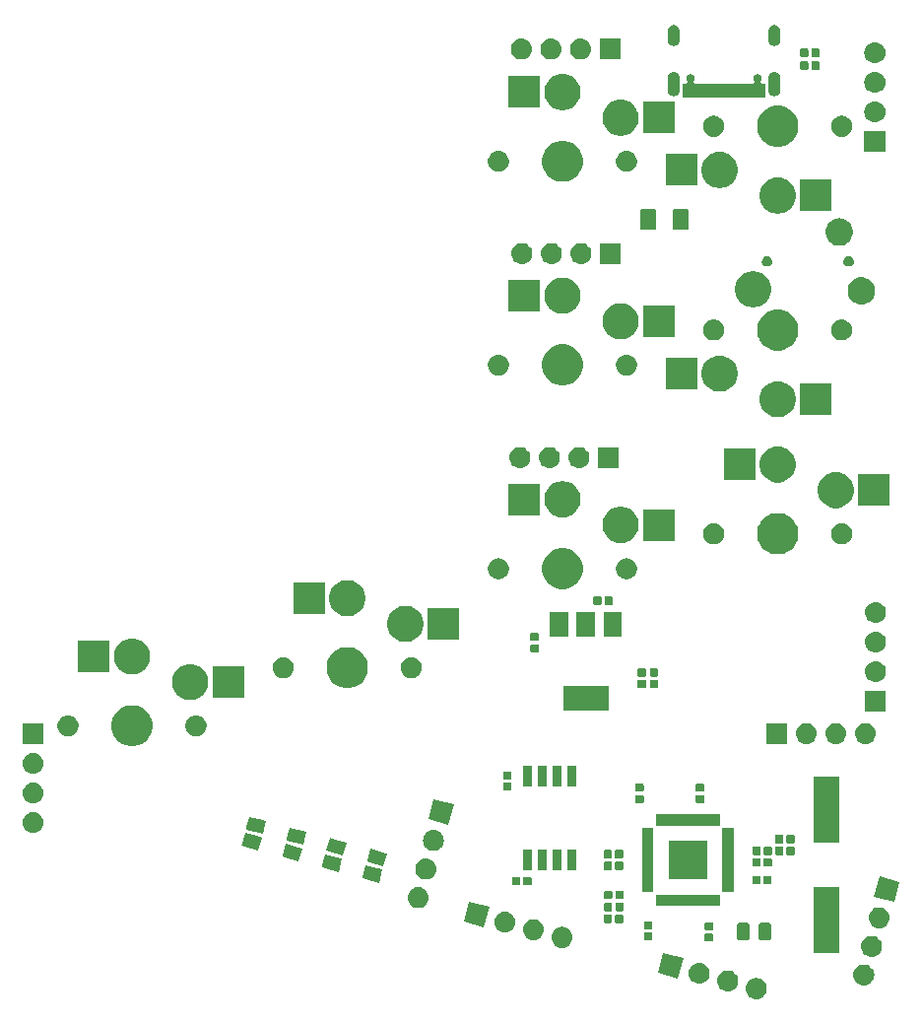
<source format=gbr>
G04 #@! TF.GenerationSoftware,KiCad,Pcbnew,(5.1.4)-1*
G04 #@! TF.CreationDate,2023-01-09T13:33:52-05:00*
G04 #@! TF.ProjectId,ThumbsUp,5468756d-6273-4557-902e-6b696361645f,rev?*
G04 #@! TF.SameCoordinates,Original*
G04 #@! TF.FileFunction,Soldermask,Bot*
G04 #@! TF.FilePolarity,Negative*
%FSLAX46Y46*%
G04 Gerber Fmt 4.6, Leading zero omitted, Abs format (unit mm)*
G04 Created by KiCad (PCBNEW (5.1.4)-1) date 2023-01-09 13:33:52*
%MOMM*%
%LPD*%
G04 APERTURE LIST*
%ADD10C,0.100000*%
G04 APERTURE END LIST*
D10*
G36*
X118803587Y-472190671D02*
G01*
X118869772Y-472197190D01*
X119039611Y-472248710D01*
X119196136Y-472332375D01*
X119231874Y-472361705D01*
X119333331Y-472444967D01*
X119416593Y-472546424D01*
X119445923Y-472582162D01*
X119529588Y-472738687D01*
X119581108Y-472908526D01*
X119598504Y-473085153D01*
X119581108Y-473261780D01*
X119529588Y-473431619D01*
X119445923Y-473588144D01*
X119416593Y-473623882D01*
X119333331Y-473725339D01*
X119231874Y-473808601D01*
X119196136Y-473837931D01*
X119039611Y-473921596D01*
X118869772Y-473973116D01*
X118803587Y-473979635D01*
X118737405Y-473986153D01*
X118648885Y-473986153D01*
X118582703Y-473979635D01*
X118516518Y-473973116D01*
X118346679Y-473921596D01*
X118190154Y-473837931D01*
X118154416Y-473808601D01*
X118052959Y-473725339D01*
X117969697Y-473623882D01*
X117940367Y-473588144D01*
X117856702Y-473431619D01*
X117805182Y-473261780D01*
X117787786Y-473085153D01*
X117805182Y-472908526D01*
X117856702Y-472738687D01*
X117940367Y-472582162D01*
X117969697Y-472546424D01*
X118052959Y-472444967D01*
X118154416Y-472361705D01*
X118190154Y-472332375D01*
X118346679Y-472248710D01*
X118516518Y-472197190D01*
X118582703Y-472190671D01*
X118648885Y-472184153D01*
X118737405Y-472184153D01*
X118803587Y-472190671D01*
X118803587Y-472190671D01*
G37*
G36*
X116350136Y-471533272D02*
G01*
X116416320Y-471539790D01*
X116586159Y-471591310D01*
X116742684Y-471674975D01*
X116778422Y-471704305D01*
X116879879Y-471787567D01*
X116963141Y-471889024D01*
X116992471Y-471924762D01*
X117076136Y-472081287D01*
X117127656Y-472251126D01*
X117145052Y-472427753D01*
X117127656Y-472604380D01*
X117076136Y-472774219D01*
X116992471Y-472930744D01*
X116963141Y-472966482D01*
X116879879Y-473067939D01*
X116778422Y-473151201D01*
X116742684Y-473180531D01*
X116586159Y-473264196D01*
X116416320Y-473315716D01*
X116350135Y-473322235D01*
X116283953Y-473328753D01*
X116195433Y-473328753D01*
X116129251Y-473322235D01*
X116063066Y-473315716D01*
X115893227Y-473264196D01*
X115736702Y-473180531D01*
X115700964Y-473151201D01*
X115599507Y-473067939D01*
X115516245Y-472966482D01*
X115486915Y-472930744D01*
X115403250Y-472774219D01*
X115351730Y-472604380D01*
X115334334Y-472427753D01*
X115351730Y-472251126D01*
X115403250Y-472081287D01*
X115486915Y-471924762D01*
X115516245Y-471889024D01*
X115599507Y-471787567D01*
X115700964Y-471704305D01*
X115736702Y-471674975D01*
X115893227Y-471591310D01*
X116063066Y-471539790D01*
X116129250Y-471533272D01*
X116195433Y-471526753D01*
X116283953Y-471526753D01*
X116350136Y-471533272D01*
X116350136Y-471533272D01*
G37*
G36*
X128034119Y-471017573D02*
G01*
X128109416Y-471024989D01*
X128279255Y-471076509D01*
X128435780Y-471160174D01*
X128471518Y-471189504D01*
X128572975Y-471272766D01*
X128656237Y-471374223D01*
X128685567Y-471409961D01*
X128769232Y-471566486D01*
X128820752Y-471736325D01*
X128838148Y-471912952D01*
X128820752Y-472089579D01*
X128769232Y-472259418D01*
X128685567Y-472415943D01*
X128661747Y-472444967D01*
X128572975Y-472553138D01*
X128471518Y-472636400D01*
X128435780Y-472665730D01*
X128279255Y-472749395D01*
X128109416Y-472800915D01*
X128043232Y-472807433D01*
X127977049Y-472813952D01*
X127888529Y-472813952D01*
X127822346Y-472807433D01*
X127756162Y-472800915D01*
X127586323Y-472749395D01*
X127429798Y-472665730D01*
X127394060Y-472636400D01*
X127292603Y-472553138D01*
X127203831Y-472444967D01*
X127180011Y-472415943D01*
X127096346Y-472259418D01*
X127044826Y-472089579D01*
X127027430Y-471912952D01*
X127044826Y-471736325D01*
X127096346Y-471566486D01*
X127180011Y-471409961D01*
X127209341Y-471374223D01*
X127292603Y-471272766D01*
X127394060Y-471189504D01*
X127429798Y-471160174D01*
X127586323Y-471076509D01*
X127756162Y-471024989D01*
X127831459Y-471017573D01*
X127888529Y-471011952D01*
X127977049Y-471011952D01*
X128034119Y-471017573D01*
X128034119Y-471017573D01*
G37*
G36*
X113896685Y-470875871D02*
G01*
X113962869Y-470882389D01*
X114132708Y-470933909D01*
X114289233Y-471017574D01*
X114298268Y-471024989D01*
X114426428Y-471130166D01*
X114509690Y-471231623D01*
X114539020Y-471267361D01*
X114622685Y-471423886D01*
X114674205Y-471593725D01*
X114691601Y-471770352D01*
X114674205Y-471946979D01*
X114622685Y-472116818D01*
X114539020Y-472273343D01*
X114509690Y-472309081D01*
X114426428Y-472410538D01*
X114324971Y-472493800D01*
X114289233Y-472523130D01*
X114132708Y-472606795D01*
X113962869Y-472658315D01*
X113896684Y-472664834D01*
X113830502Y-472671352D01*
X113741982Y-472671352D01*
X113675800Y-472664834D01*
X113609615Y-472658315D01*
X113439776Y-472606795D01*
X113283251Y-472523130D01*
X113247513Y-472493800D01*
X113146056Y-472410538D01*
X113062794Y-472309081D01*
X113033464Y-472273343D01*
X112949799Y-472116818D01*
X112898279Y-471946979D01*
X112880883Y-471770352D01*
X112898279Y-471593725D01*
X112949799Y-471423886D01*
X113033464Y-471267361D01*
X113062794Y-471231623D01*
X113146056Y-471130166D01*
X113274216Y-471024989D01*
X113283251Y-471017574D01*
X113439776Y-470933909D01*
X113609615Y-470882389D01*
X113675799Y-470875871D01*
X113741982Y-470869352D01*
X113830502Y-470869352D01*
X113896685Y-470875871D01*
X113896685Y-470875871D01*
G37*
G36*
X112436285Y-470475849D02*
G01*
X111969893Y-472216447D01*
X110229295Y-471750055D01*
X110695687Y-470009457D01*
X112436285Y-470475849D01*
X112436285Y-470475849D01*
G37*
G36*
X128700632Y-468565019D02*
G01*
X128766816Y-468571537D01*
X128936655Y-468623057D01*
X129093180Y-468706722D01*
X129124320Y-468732278D01*
X129230375Y-468819314D01*
X129307797Y-468913654D01*
X129342967Y-468956509D01*
X129426632Y-469113034D01*
X129478152Y-469282873D01*
X129495548Y-469459500D01*
X129478152Y-469636127D01*
X129426632Y-469805966D01*
X129342967Y-469962491D01*
X129313637Y-469998229D01*
X129230375Y-470099686D01*
X129128918Y-470182948D01*
X129093180Y-470212278D01*
X128936655Y-470295943D01*
X128766816Y-470347463D01*
X128700632Y-470353981D01*
X128634449Y-470360500D01*
X128545929Y-470360500D01*
X128479746Y-470353981D01*
X128413562Y-470347463D01*
X128243723Y-470295943D01*
X128087198Y-470212278D01*
X128051460Y-470182948D01*
X127950003Y-470099686D01*
X127866741Y-469998229D01*
X127837411Y-469962491D01*
X127753746Y-469805966D01*
X127702226Y-469636127D01*
X127684830Y-469459500D01*
X127702226Y-469282873D01*
X127753746Y-469113034D01*
X127837411Y-468956509D01*
X127872581Y-468913654D01*
X127950003Y-468819314D01*
X128056058Y-468732278D01*
X128087198Y-468706722D01*
X128243723Y-468623057D01*
X128413562Y-468571537D01*
X128479746Y-468565019D01*
X128545929Y-468558500D01*
X128634449Y-468558500D01*
X128700632Y-468565019D01*
X128700632Y-468565019D01*
G37*
G36*
X125851000Y-470051000D02*
G01*
X123649000Y-470051000D01*
X123649000Y-464349000D01*
X125851000Y-464349000D01*
X125851000Y-470051000D01*
X125851000Y-470051000D01*
G37*
G36*
X102103586Y-467790672D02*
G01*
X102169771Y-467797191D01*
X102339610Y-467848711D01*
X102496135Y-467932376D01*
X102519743Y-467951751D01*
X102633330Y-468044968D01*
X102716592Y-468146425D01*
X102745922Y-468182163D01*
X102745923Y-468182165D01*
X102821441Y-468323447D01*
X102829587Y-468338688D01*
X102881107Y-468508527D01*
X102898503Y-468685154D01*
X102881107Y-468861781D01*
X102829587Y-469031620D01*
X102745922Y-469188145D01*
X102716592Y-469223883D01*
X102633330Y-469325340D01*
X102531873Y-469408602D01*
X102496135Y-469437932D01*
X102339610Y-469521597D01*
X102169771Y-469573117D01*
X102103586Y-469579636D01*
X102037404Y-469586154D01*
X101948884Y-469586154D01*
X101882702Y-469579636D01*
X101816517Y-469573117D01*
X101646678Y-469521597D01*
X101490153Y-469437932D01*
X101454415Y-469408602D01*
X101352958Y-469325340D01*
X101269696Y-469223883D01*
X101240366Y-469188145D01*
X101156701Y-469031620D01*
X101105181Y-468861781D01*
X101087785Y-468685154D01*
X101105181Y-468508527D01*
X101156701Y-468338688D01*
X101164848Y-468323447D01*
X101240365Y-468182165D01*
X101240366Y-468182163D01*
X101269696Y-468146425D01*
X101352958Y-468044968D01*
X101466545Y-467951751D01*
X101490153Y-467932376D01*
X101646678Y-467848711D01*
X101816517Y-467797191D01*
X101882702Y-467790672D01*
X101948884Y-467784154D01*
X102037404Y-467784154D01*
X102103586Y-467790672D01*
X102103586Y-467790672D01*
G37*
G36*
X114911938Y-468371716D02*
G01*
X114932557Y-468377971D01*
X114951553Y-468388124D01*
X114968208Y-468401792D01*
X114981876Y-468418447D01*
X114992029Y-468437443D01*
X114998284Y-468458062D01*
X115001000Y-468485640D01*
X115001000Y-468944360D01*
X114998284Y-468971938D01*
X114992029Y-468992557D01*
X114981876Y-469011553D01*
X114968208Y-469028208D01*
X114951553Y-469041876D01*
X114932557Y-469052029D01*
X114911938Y-469058284D01*
X114884360Y-469061000D01*
X114375640Y-469061000D01*
X114348062Y-469058284D01*
X114327443Y-469052029D01*
X114308447Y-469041876D01*
X114291792Y-469028208D01*
X114278124Y-469011553D01*
X114267971Y-468992557D01*
X114261716Y-468971938D01*
X114259000Y-468944360D01*
X114259000Y-468485640D01*
X114261716Y-468458062D01*
X114267971Y-468437443D01*
X114278124Y-468418447D01*
X114291792Y-468401792D01*
X114308447Y-468388124D01*
X114327443Y-468377971D01*
X114348062Y-468371716D01*
X114375640Y-468369000D01*
X114884360Y-468369000D01*
X114911938Y-468371716D01*
X114911938Y-468371716D01*
G37*
G36*
X109681938Y-468276716D02*
G01*
X109702557Y-468282971D01*
X109721553Y-468293124D01*
X109738208Y-468306792D01*
X109751876Y-468323447D01*
X109762029Y-468342443D01*
X109768284Y-468363062D01*
X109771000Y-468390640D01*
X109771000Y-468849360D01*
X109768284Y-468876938D01*
X109762029Y-468897557D01*
X109751876Y-468916553D01*
X109738208Y-468933208D01*
X109721553Y-468946876D01*
X109702557Y-468957029D01*
X109681938Y-468963284D01*
X109654360Y-468966000D01*
X109145640Y-468966000D01*
X109118062Y-468963284D01*
X109097443Y-468957029D01*
X109078447Y-468946876D01*
X109061792Y-468933208D01*
X109048124Y-468916553D01*
X109037971Y-468897557D01*
X109031716Y-468876938D01*
X109029000Y-468849360D01*
X109029000Y-468390640D01*
X109031716Y-468363062D01*
X109037971Y-468342443D01*
X109048124Y-468323447D01*
X109061792Y-468306792D01*
X109078447Y-468293124D01*
X109097443Y-468282971D01*
X109118062Y-468276716D01*
X109145640Y-468274000D01*
X109654360Y-468274000D01*
X109681938Y-468276716D01*
X109681938Y-468276716D01*
G37*
G36*
X117931968Y-467451565D02*
G01*
X117970638Y-467463296D01*
X118006277Y-467482346D01*
X118037517Y-467507983D01*
X118063154Y-467539223D01*
X118082204Y-467574862D01*
X118093935Y-467613532D01*
X118098500Y-467659888D01*
X118098500Y-468736112D01*
X118093935Y-468782468D01*
X118082204Y-468821138D01*
X118063154Y-468856777D01*
X118037517Y-468888017D01*
X118006277Y-468913654D01*
X117970638Y-468932704D01*
X117931968Y-468944435D01*
X117885612Y-468949000D01*
X117234388Y-468949000D01*
X117188032Y-468944435D01*
X117149362Y-468932704D01*
X117113723Y-468913654D01*
X117082483Y-468888017D01*
X117056846Y-468856777D01*
X117037796Y-468821138D01*
X117026065Y-468782468D01*
X117021500Y-468736112D01*
X117021500Y-467659888D01*
X117026065Y-467613532D01*
X117037796Y-467574862D01*
X117056846Y-467539223D01*
X117082483Y-467507983D01*
X117113723Y-467482346D01*
X117149362Y-467463296D01*
X117188032Y-467451565D01*
X117234388Y-467447000D01*
X117885612Y-467447000D01*
X117931968Y-467451565D01*
X117931968Y-467451565D01*
G37*
G36*
X119806968Y-467451565D02*
G01*
X119845638Y-467463296D01*
X119881277Y-467482346D01*
X119912517Y-467507983D01*
X119938154Y-467539223D01*
X119957204Y-467574862D01*
X119968935Y-467613532D01*
X119973500Y-467659888D01*
X119973500Y-468736112D01*
X119968935Y-468782468D01*
X119957204Y-468821138D01*
X119938154Y-468856777D01*
X119912517Y-468888017D01*
X119881277Y-468913654D01*
X119845638Y-468932704D01*
X119806968Y-468944435D01*
X119760612Y-468949000D01*
X119109388Y-468949000D01*
X119063032Y-468944435D01*
X119024362Y-468932704D01*
X118988723Y-468913654D01*
X118957483Y-468888017D01*
X118931846Y-468856777D01*
X118912796Y-468821138D01*
X118901065Y-468782468D01*
X118896500Y-468736112D01*
X118896500Y-467659888D01*
X118901065Y-467613532D01*
X118912796Y-467574862D01*
X118931846Y-467539223D01*
X118957483Y-467507983D01*
X118988723Y-467482346D01*
X119024362Y-467463296D01*
X119063032Y-467451565D01*
X119109388Y-467447000D01*
X119760612Y-467447000D01*
X119806968Y-467451565D01*
X119806968Y-467451565D01*
G37*
G36*
X99650134Y-467133272D02*
G01*
X99716319Y-467139791D01*
X99886158Y-467191311D01*
X100042683Y-467274976D01*
X100078049Y-467304000D01*
X100179878Y-467387568D01*
X100253272Y-467477000D01*
X100292470Y-467524763D01*
X100376135Y-467681288D01*
X100427655Y-467851127D01*
X100445051Y-468027754D01*
X100427655Y-468204381D01*
X100376135Y-468374220D01*
X100292470Y-468530745D01*
X100283233Y-468542000D01*
X100179878Y-468667940D01*
X100096809Y-468736112D01*
X100042683Y-468780532D01*
X99886158Y-468864197D01*
X99716319Y-468915717D01*
X99655054Y-468921751D01*
X99583952Y-468928754D01*
X99495432Y-468928754D01*
X99424330Y-468921751D01*
X99363065Y-468915717D01*
X99193226Y-468864197D01*
X99036701Y-468780532D01*
X98982575Y-468736112D01*
X98899506Y-468667940D01*
X98796151Y-468542000D01*
X98786914Y-468530745D01*
X98703249Y-468374220D01*
X98651729Y-468204381D01*
X98634333Y-468027754D01*
X98651729Y-467851127D01*
X98703249Y-467681288D01*
X98786914Y-467524763D01*
X98826112Y-467477000D01*
X98899506Y-467387568D01*
X99001335Y-467304000D01*
X99036701Y-467274976D01*
X99193226Y-467191311D01*
X99363065Y-467139791D01*
X99429250Y-467133272D01*
X99495432Y-467126754D01*
X99583952Y-467126754D01*
X99650134Y-467133272D01*
X99650134Y-467133272D01*
G37*
G36*
X97196683Y-466475871D02*
G01*
X97262868Y-466482390D01*
X97432707Y-466533910D01*
X97589232Y-466617575D01*
X97624970Y-466646905D01*
X97726427Y-466730167D01*
X97807882Y-466829422D01*
X97839019Y-466867362D01*
X97922684Y-467023887D01*
X97974204Y-467193726D01*
X97991600Y-467370353D01*
X97974204Y-467546980D01*
X97922684Y-467716819D01*
X97839019Y-467873344D01*
X97826003Y-467889204D01*
X97726427Y-468010539D01*
X97624970Y-468093801D01*
X97589232Y-468123131D01*
X97432707Y-468206796D01*
X97262868Y-468258316D01*
X97196683Y-468264835D01*
X97130501Y-468271353D01*
X97041981Y-468271353D01*
X96975799Y-468264835D01*
X96909614Y-468258316D01*
X96739775Y-468206796D01*
X96583250Y-468123131D01*
X96547512Y-468093801D01*
X96446055Y-468010539D01*
X96346479Y-467889204D01*
X96333463Y-467873344D01*
X96249798Y-467716819D01*
X96198278Y-467546980D01*
X96180882Y-467370353D01*
X96198278Y-467193726D01*
X96249798Y-467023887D01*
X96333463Y-466867362D01*
X96364600Y-466829422D01*
X96446055Y-466730167D01*
X96547512Y-466646905D01*
X96583250Y-466617575D01*
X96739775Y-466533910D01*
X96909614Y-466482390D01*
X96975799Y-466475871D01*
X97041981Y-466469353D01*
X97130501Y-466469353D01*
X97196683Y-466475871D01*
X97196683Y-466475871D01*
G37*
G36*
X114911938Y-467401716D02*
G01*
X114932557Y-467407971D01*
X114951553Y-467418124D01*
X114968208Y-467431792D01*
X114981876Y-467448447D01*
X114992029Y-467467443D01*
X114998284Y-467488062D01*
X115001000Y-467515640D01*
X115001000Y-467974360D01*
X114998284Y-468001938D01*
X114992029Y-468022557D01*
X114981876Y-468041553D01*
X114968208Y-468058208D01*
X114951553Y-468071876D01*
X114932557Y-468082029D01*
X114911938Y-468088284D01*
X114884360Y-468091000D01*
X114375640Y-468091000D01*
X114348062Y-468088284D01*
X114327443Y-468082029D01*
X114308447Y-468071876D01*
X114291792Y-468058208D01*
X114278124Y-468041553D01*
X114267971Y-468022557D01*
X114261716Y-468001938D01*
X114259000Y-467974360D01*
X114259000Y-467515640D01*
X114261716Y-467488062D01*
X114267971Y-467467443D01*
X114278124Y-467448447D01*
X114291792Y-467431792D01*
X114308447Y-467418124D01*
X114327443Y-467407971D01*
X114348062Y-467401716D01*
X114375640Y-467399000D01*
X114884360Y-467399000D01*
X114911938Y-467401716D01*
X114911938Y-467401716D01*
G37*
G36*
X109681938Y-467306716D02*
G01*
X109702557Y-467312971D01*
X109721553Y-467323124D01*
X109738208Y-467336792D01*
X109751876Y-467353447D01*
X109762029Y-467372443D01*
X109768284Y-467393062D01*
X109771000Y-467420640D01*
X109771000Y-467879360D01*
X109768284Y-467906938D01*
X109762029Y-467927557D01*
X109751876Y-467946553D01*
X109738208Y-467963208D01*
X109721553Y-467976876D01*
X109702557Y-467987029D01*
X109681938Y-467993284D01*
X109654360Y-467996000D01*
X109145640Y-467996000D01*
X109118062Y-467993284D01*
X109097443Y-467987029D01*
X109078447Y-467976876D01*
X109061792Y-467963208D01*
X109048124Y-467946553D01*
X109037971Y-467927557D01*
X109031716Y-467906938D01*
X109029000Y-467879360D01*
X109029000Y-467420640D01*
X109031716Y-467393062D01*
X109037971Y-467372443D01*
X109048124Y-467353447D01*
X109061792Y-467336792D01*
X109078447Y-467323124D01*
X109097443Y-467312971D01*
X109118062Y-467306716D01*
X109145640Y-467304000D01*
X109654360Y-467304000D01*
X109681938Y-467306716D01*
X109681938Y-467306716D01*
G37*
G36*
X129358033Y-466111568D02*
G01*
X129424217Y-466118086D01*
X129594056Y-466169606D01*
X129750581Y-466253271D01*
X129768528Y-466268000D01*
X129887776Y-466365863D01*
X129947209Y-466438284D01*
X130000368Y-466503058D01*
X130084033Y-466659583D01*
X130135553Y-466829422D01*
X130152949Y-467006049D01*
X130135553Y-467182676D01*
X130084033Y-467352515D01*
X130000368Y-467509040D01*
X129986563Y-467525861D01*
X129887776Y-467646235D01*
X129802461Y-467716250D01*
X129750581Y-467758827D01*
X129594056Y-467842492D01*
X129424217Y-467894012D01*
X129358033Y-467900530D01*
X129291850Y-467907049D01*
X129203330Y-467907049D01*
X129137147Y-467900530D01*
X129070963Y-467894012D01*
X128901124Y-467842492D01*
X128744599Y-467758827D01*
X128692719Y-467716250D01*
X128607404Y-467646235D01*
X128508617Y-467525861D01*
X128494812Y-467509040D01*
X128411147Y-467352515D01*
X128359627Y-467182676D01*
X128342231Y-467006049D01*
X128359627Y-466829422D01*
X128411147Y-466659583D01*
X128494812Y-466503058D01*
X128547971Y-466438284D01*
X128607404Y-466365863D01*
X128726652Y-466268000D01*
X128744599Y-466253271D01*
X128901124Y-466169606D01*
X129070963Y-466118086D01*
X129137147Y-466111568D01*
X129203330Y-466105049D01*
X129291850Y-466105049D01*
X129358033Y-466111568D01*
X129358033Y-466111568D01*
G37*
G36*
X95736284Y-466075850D02*
G01*
X95269892Y-467816448D01*
X93529294Y-467350056D01*
X93995686Y-465609458D01*
X95736284Y-466075850D01*
X95736284Y-466075850D01*
G37*
G36*
X106196938Y-466721716D02*
G01*
X106217557Y-466727971D01*
X106236553Y-466738124D01*
X106253208Y-466751792D01*
X106266876Y-466768447D01*
X106277029Y-466787443D01*
X106283284Y-466808062D01*
X106286000Y-466835640D01*
X106286000Y-467344360D01*
X106283284Y-467371938D01*
X106277029Y-467392557D01*
X106266876Y-467411553D01*
X106253208Y-467428208D01*
X106236553Y-467441876D01*
X106217557Y-467452029D01*
X106196938Y-467458284D01*
X106169360Y-467461000D01*
X105710640Y-467461000D01*
X105683062Y-467458284D01*
X105662443Y-467452029D01*
X105643447Y-467441876D01*
X105626792Y-467428208D01*
X105613124Y-467411553D01*
X105602971Y-467392557D01*
X105596716Y-467371938D01*
X105594000Y-467344360D01*
X105594000Y-466835640D01*
X105596716Y-466808062D01*
X105602971Y-466787443D01*
X105613124Y-466768447D01*
X105626792Y-466751792D01*
X105643447Y-466738124D01*
X105662443Y-466727971D01*
X105683062Y-466721716D01*
X105710640Y-466719000D01*
X106169360Y-466719000D01*
X106196938Y-466721716D01*
X106196938Y-466721716D01*
G37*
G36*
X107166938Y-466721716D02*
G01*
X107187557Y-466727971D01*
X107206553Y-466738124D01*
X107223208Y-466751792D01*
X107236876Y-466768447D01*
X107247029Y-466787443D01*
X107253284Y-466808062D01*
X107256000Y-466835640D01*
X107256000Y-467344360D01*
X107253284Y-467371938D01*
X107247029Y-467392557D01*
X107236876Y-467411553D01*
X107223208Y-467428208D01*
X107206553Y-467441876D01*
X107187557Y-467452029D01*
X107166938Y-467458284D01*
X107139360Y-467461000D01*
X106680640Y-467461000D01*
X106653062Y-467458284D01*
X106632443Y-467452029D01*
X106613447Y-467441876D01*
X106596792Y-467428208D01*
X106583124Y-467411553D01*
X106572971Y-467392557D01*
X106566716Y-467371938D01*
X106564000Y-467344360D01*
X106564000Y-466835640D01*
X106566716Y-466808062D01*
X106572971Y-466787443D01*
X106583124Y-466768447D01*
X106596792Y-466751792D01*
X106613447Y-466738124D01*
X106632443Y-466727971D01*
X106653062Y-466721716D01*
X106680640Y-466719000D01*
X107139360Y-466719000D01*
X107166938Y-466721716D01*
X107166938Y-466721716D01*
G37*
G36*
X107186938Y-465701716D02*
G01*
X107207557Y-465707971D01*
X107226553Y-465718124D01*
X107243208Y-465731792D01*
X107256876Y-465748447D01*
X107267029Y-465767443D01*
X107273284Y-465788062D01*
X107276000Y-465815640D01*
X107276000Y-466324360D01*
X107273284Y-466351938D01*
X107267029Y-466372557D01*
X107256876Y-466391553D01*
X107243208Y-466408208D01*
X107226553Y-466421876D01*
X107207557Y-466432029D01*
X107186938Y-466438284D01*
X107159360Y-466441000D01*
X106700640Y-466441000D01*
X106673062Y-466438284D01*
X106652443Y-466432029D01*
X106633447Y-466421876D01*
X106616792Y-466408208D01*
X106603124Y-466391553D01*
X106592971Y-466372557D01*
X106586716Y-466351938D01*
X106584000Y-466324360D01*
X106584000Y-465815640D01*
X106586716Y-465788062D01*
X106592971Y-465767443D01*
X106603124Y-465748447D01*
X106616792Y-465731792D01*
X106633447Y-465718124D01*
X106652443Y-465707971D01*
X106673062Y-465701716D01*
X106700640Y-465699000D01*
X107159360Y-465699000D01*
X107186938Y-465701716D01*
X107186938Y-465701716D01*
G37*
G36*
X106216938Y-465701716D02*
G01*
X106237557Y-465707971D01*
X106256553Y-465718124D01*
X106273208Y-465731792D01*
X106286876Y-465748447D01*
X106297029Y-465767443D01*
X106303284Y-465788062D01*
X106306000Y-465815640D01*
X106306000Y-466324360D01*
X106303284Y-466351938D01*
X106297029Y-466372557D01*
X106286876Y-466391553D01*
X106273208Y-466408208D01*
X106256553Y-466421876D01*
X106237557Y-466432029D01*
X106216938Y-466438284D01*
X106189360Y-466441000D01*
X105730640Y-466441000D01*
X105703062Y-466438284D01*
X105682443Y-466432029D01*
X105663447Y-466421876D01*
X105646792Y-466408208D01*
X105633124Y-466391553D01*
X105622971Y-466372557D01*
X105616716Y-466351938D01*
X105614000Y-466324360D01*
X105614000Y-465815640D01*
X105616716Y-465788062D01*
X105622971Y-465767443D01*
X105633124Y-465748447D01*
X105646792Y-465731792D01*
X105663447Y-465718124D01*
X105682443Y-465707971D01*
X105703062Y-465701716D01*
X105730640Y-465699000D01*
X106189360Y-465699000D01*
X106216938Y-465701716D01*
X106216938Y-465701716D01*
G37*
G36*
X89738399Y-464377339D02*
G01*
X89804583Y-464383857D01*
X89974422Y-464435377D01*
X90130947Y-464519042D01*
X90166685Y-464548372D01*
X90268142Y-464631634D01*
X90330941Y-464708156D01*
X90380734Y-464768829D01*
X90464399Y-464925354D01*
X90515919Y-465095193D01*
X90533315Y-465271820D01*
X90515919Y-465448447D01*
X90464399Y-465618286D01*
X90380734Y-465774811D01*
X90369859Y-465788062D01*
X90268142Y-465912006D01*
X90166685Y-465995268D01*
X90130947Y-466024598D01*
X89974422Y-466108263D01*
X89804583Y-466159783D01*
X89738398Y-466166302D01*
X89672216Y-466172820D01*
X89583696Y-466172820D01*
X89517514Y-466166302D01*
X89451329Y-466159783D01*
X89281490Y-466108263D01*
X89124965Y-466024598D01*
X89089227Y-465995268D01*
X88987770Y-465912006D01*
X88886053Y-465788062D01*
X88875178Y-465774811D01*
X88791513Y-465618286D01*
X88739993Y-465448447D01*
X88722597Y-465271820D01*
X88739993Y-465095193D01*
X88791513Y-464925354D01*
X88875178Y-464768829D01*
X88924971Y-464708156D01*
X88987770Y-464631634D01*
X89089227Y-464548372D01*
X89124965Y-464519042D01*
X89281490Y-464435377D01*
X89451329Y-464383857D01*
X89517513Y-464377339D01*
X89583696Y-464370820D01*
X89672216Y-464370820D01*
X89738399Y-464377339D01*
X89738399Y-464377339D01*
G37*
G36*
X115551000Y-465976000D02*
G01*
X110049000Y-465976000D01*
X110049000Y-465024000D01*
X115551000Y-465024000D01*
X115551000Y-465976000D01*
X115551000Y-465976000D01*
G37*
G36*
X131008485Y-463915494D02*
G01*
X130542093Y-465656092D01*
X128801495Y-465189700D01*
X129267887Y-463449102D01*
X131008485Y-463915494D01*
X131008485Y-463915494D01*
G37*
G36*
X107191938Y-464681716D02*
G01*
X107212557Y-464687971D01*
X107231553Y-464698124D01*
X107248208Y-464711792D01*
X107261876Y-464728447D01*
X107272029Y-464747443D01*
X107278284Y-464768062D01*
X107281000Y-464795640D01*
X107281000Y-465304360D01*
X107278284Y-465331938D01*
X107272029Y-465352557D01*
X107261876Y-465371553D01*
X107248208Y-465388208D01*
X107231553Y-465401876D01*
X107212557Y-465412029D01*
X107191938Y-465418284D01*
X107164360Y-465421000D01*
X106705640Y-465421000D01*
X106678062Y-465418284D01*
X106657443Y-465412029D01*
X106638447Y-465401876D01*
X106621792Y-465388208D01*
X106608124Y-465371553D01*
X106597971Y-465352557D01*
X106591716Y-465331938D01*
X106589000Y-465304360D01*
X106589000Y-464795640D01*
X106591716Y-464768062D01*
X106597971Y-464747443D01*
X106608124Y-464728447D01*
X106621792Y-464711792D01*
X106638447Y-464698124D01*
X106657443Y-464687971D01*
X106678062Y-464681716D01*
X106705640Y-464679000D01*
X107164360Y-464679000D01*
X107191938Y-464681716D01*
X107191938Y-464681716D01*
G37*
G36*
X106221938Y-464681716D02*
G01*
X106242557Y-464687971D01*
X106261553Y-464698124D01*
X106278208Y-464711792D01*
X106291876Y-464728447D01*
X106302029Y-464747443D01*
X106308284Y-464768062D01*
X106311000Y-464795640D01*
X106311000Y-465304360D01*
X106308284Y-465331938D01*
X106302029Y-465352557D01*
X106291876Y-465371553D01*
X106278208Y-465388208D01*
X106261553Y-465401876D01*
X106242557Y-465412029D01*
X106221938Y-465418284D01*
X106194360Y-465421000D01*
X105735640Y-465421000D01*
X105708062Y-465418284D01*
X105687443Y-465412029D01*
X105668447Y-465401876D01*
X105651792Y-465388208D01*
X105638124Y-465371553D01*
X105627971Y-465352557D01*
X105621716Y-465331938D01*
X105619000Y-465304360D01*
X105619000Y-464795640D01*
X105621716Y-464768062D01*
X105627971Y-464747443D01*
X105638124Y-464728447D01*
X105651792Y-464711792D01*
X105668447Y-464698124D01*
X105687443Y-464687971D01*
X105708062Y-464681716D01*
X105735640Y-464679000D01*
X106194360Y-464679000D01*
X106221938Y-464681716D01*
X106221938Y-464681716D01*
G37*
G36*
X109826000Y-464801000D02*
G01*
X108874000Y-464801000D01*
X108874000Y-459299000D01*
X109826000Y-459299000D01*
X109826000Y-464801000D01*
X109826000Y-464801000D01*
G37*
G36*
X116726000Y-464801000D02*
G01*
X115774000Y-464801000D01*
X115774000Y-459299000D01*
X116726000Y-459299000D01*
X116726000Y-464801000D01*
X116726000Y-464801000D01*
G37*
G36*
X98311938Y-463491716D02*
G01*
X98332557Y-463497971D01*
X98351553Y-463508124D01*
X98368208Y-463521792D01*
X98381876Y-463538447D01*
X98392029Y-463557443D01*
X98398284Y-463578062D01*
X98401000Y-463605640D01*
X98401000Y-464114360D01*
X98398284Y-464141938D01*
X98392029Y-464162557D01*
X98381876Y-464181553D01*
X98368208Y-464198208D01*
X98351553Y-464211876D01*
X98332557Y-464222029D01*
X98311938Y-464228284D01*
X98284360Y-464231000D01*
X97825640Y-464231000D01*
X97798062Y-464228284D01*
X97777443Y-464222029D01*
X97758447Y-464211876D01*
X97741792Y-464198208D01*
X97728124Y-464181553D01*
X97717971Y-464162557D01*
X97711716Y-464141938D01*
X97709000Y-464114360D01*
X97709000Y-463605640D01*
X97711716Y-463578062D01*
X97717971Y-463557443D01*
X97728124Y-463538447D01*
X97741792Y-463521792D01*
X97758447Y-463508124D01*
X97777443Y-463497971D01*
X97798062Y-463491716D01*
X97825640Y-463489000D01*
X98284360Y-463489000D01*
X98311938Y-463491716D01*
X98311938Y-463491716D01*
G37*
G36*
X99281938Y-463491716D02*
G01*
X99302557Y-463497971D01*
X99321553Y-463508124D01*
X99338208Y-463521792D01*
X99351876Y-463538447D01*
X99362029Y-463557443D01*
X99368284Y-463578062D01*
X99371000Y-463605640D01*
X99371000Y-464114360D01*
X99368284Y-464141938D01*
X99362029Y-464162557D01*
X99351876Y-464181553D01*
X99338208Y-464198208D01*
X99321553Y-464211876D01*
X99302557Y-464222029D01*
X99281938Y-464228284D01*
X99254360Y-464231000D01*
X98795640Y-464231000D01*
X98768062Y-464228284D01*
X98747443Y-464222029D01*
X98728447Y-464211876D01*
X98711792Y-464198208D01*
X98698124Y-464181553D01*
X98687971Y-464162557D01*
X98681716Y-464141938D01*
X98679000Y-464114360D01*
X98679000Y-463605640D01*
X98681716Y-463578062D01*
X98687971Y-463557443D01*
X98698124Y-463538447D01*
X98711792Y-463521792D01*
X98728447Y-463508124D01*
X98747443Y-463497971D01*
X98768062Y-463491716D01*
X98795640Y-463489000D01*
X99254360Y-463489000D01*
X99281938Y-463491716D01*
X99281938Y-463491716D01*
G37*
G36*
X119926938Y-463406716D02*
G01*
X119947557Y-463412971D01*
X119966553Y-463423124D01*
X119983208Y-463436792D01*
X119996876Y-463453447D01*
X120007029Y-463472443D01*
X120013284Y-463493062D01*
X120016000Y-463520640D01*
X120016000Y-464029360D01*
X120013284Y-464056938D01*
X120007029Y-464077557D01*
X119996876Y-464096553D01*
X119983208Y-464113208D01*
X119966553Y-464126876D01*
X119947557Y-464137029D01*
X119926938Y-464143284D01*
X119899360Y-464146000D01*
X119440640Y-464146000D01*
X119413062Y-464143284D01*
X119392443Y-464137029D01*
X119373447Y-464126876D01*
X119356792Y-464113208D01*
X119343124Y-464096553D01*
X119332971Y-464077557D01*
X119326716Y-464056938D01*
X119324000Y-464029360D01*
X119324000Y-463520640D01*
X119326716Y-463493062D01*
X119332971Y-463472443D01*
X119343124Y-463453447D01*
X119356792Y-463436792D01*
X119373447Y-463423124D01*
X119392443Y-463412971D01*
X119413062Y-463406716D01*
X119440640Y-463404000D01*
X119899360Y-463404000D01*
X119926938Y-463406716D01*
X119926938Y-463406716D01*
G37*
G36*
X118956938Y-463406716D02*
G01*
X118977557Y-463412971D01*
X118996553Y-463423124D01*
X119013208Y-463436792D01*
X119026876Y-463453447D01*
X119037029Y-463472443D01*
X119043284Y-463493062D01*
X119046000Y-463520640D01*
X119046000Y-464029360D01*
X119043284Y-464056938D01*
X119037029Y-464077557D01*
X119026876Y-464096553D01*
X119013208Y-464113208D01*
X118996553Y-464126876D01*
X118977557Y-464137029D01*
X118956938Y-464143284D01*
X118929360Y-464146000D01*
X118470640Y-464146000D01*
X118443062Y-464143284D01*
X118422443Y-464137029D01*
X118403447Y-464126876D01*
X118386792Y-464113208D01*
X118373124Y-464096553D01*
X118362971Y-464077557D01*
X118356716Y-464056938D01*
X118354000Y-464029360D01*
X118354000Y-463520640D01*
X118356716Y-463493062D01*
X118362971Y-463472443D01*
X118373124Y-463453447D01*
X118386792Y-463436792D01*
X118403447Y-463423124D01*
X118422443Y-463412971D01*
X118443062Y-463406716D01*
X118470640Y-463404000D01*
X118929360Y-463404000D01*
X118956938Y-463406716D01*
X118956938Y-463406716D01*
G37*
G36*
X85801206Y-462662593D02*
G01*
X86576536Y-462870342D01*
X86278377Y-463983088D01*
X86278376Y-463983088D01*
X84827556Y-463594342D01*
X84852254Y-463502169D01*
X85125715Y-462481596D01*
X85125716Y-462481596D01*
X85801206Y-462662593D01*
X85801206Y-462662593D01*
G37*
G36*
X90395799Y-461923887D02*
G01*
X90461983Y-461930405D01*
X90631822Y-461981925D01*
X90788347Y-462065590D01*
X90824085Y-462094920D01*
X90925542Y-462178182D01*
X91008804Y-462279639D01*
X91038134Y-462315377D01*
X91121799Y-462471902D01*
X91173319Y-462641741D01*
X91190715Y-462818368D01*
X91173319Y-462994995D01*
X91121799Y-463164834D01*
X91038134Y-463321359D01*
X91008804Y-463357097D01*
X90925542Y-463458554D01*
X90848485Y-463521792D01*
X90788347Y-463571146D01*
X90631822Y-463654811D01*
X90461983Y-463706331D01*
X90395799Y-463712849D01*
X90329616Y-463719368D01*
X90241096Y-463719368D01*
X90174913Y-463712849D01*
X90108729Y-463706331D01*
X89938890Y-463654811D01*
X89782365Y-463571146D01*
X89722227Y-463521792D01*
X89645170Y-463458554D01*
X89561908Y-463357097D01*
X89532578Y-463321359D01*
X89448913Y-463164834D01*
X89397393Y-462994995D01*
X89379997Y-462818368D01*
X89397393Y-462641741D01*
X89448913Y-462471902D01*
X89532578Y-462315377D01*
X89561908Y-462279639D01*
X89645170Y-462178182D01*
X89746627Y-462094920D01*
X89782365Y-462065590D01*
X89938890Y-461981925D01*
X90108729Y-461930405D01*
X90174913Y-461923887D01*
X90241096Y-461917368D01*
X90329616Y-461917368D01*
X90395799Y-461923887D01*
X90395799Y-461923887D01*
G37*
G36*
X114451000Y-463701000D02*
G01*
X111149000Y-463701000D01*
X111149000Y-460399000D01*
X114451000Y-460399000D01*
X114451000Y-463701000D01*
X114451000Y-463701000D01*
G37*
G36*
X82999180Y-461911792D02*
G01*
X83099203Y-461938593D01*
X82801044Y-463051339D01*
X82801043Y-463051339D01*
X81350223Y-462662593D01*
X81394058Y-462499000D01*
X81648382Y-461549847D01*
X81648383Y-461549847D01*
X82999180Y-461911792D01*
X82999180Y-461911792D01*
G37*
G36*
X106186938Y-462181716D02*
G01*
X106207557Y-462187971D01*
X106226553Y-462198124D01*
X106243208Y-462211792D01*
X106256876Y-462228447D01*
X106267029Y-462247443D01*
X106273284Y-462268062D01*
X106276000Y-462295640D01*
X106276000Y-462804360D01*
X106273284Y-462831938D01*
X106267029Y-462852557D01*
X106256876Y-462871553D01*
X106243208Y-462888208D01*
X106226553Y-462901876D01*
X106207557Y-462912029D01*
X106186938Y-462918284D01*
X106159360Y-462921000D01*
X105700640Y-462921000D01*
X105673062Y-462918284D01*
X105652443Y-462912029D01*
X105633447Y-462901876D01*
X105616792Y-462888208D01*
X105603124Y-462871553D01*
X105592971Y-462852557D01*
X105586716Y-462831938D01*
X105584000Y-462804360D01*
X105584000Y-462295640D01*
X105586716Y-462268062D01*
X105592971Y-462247443D01*
X105603124Y-462228447D01*
X105616792Y-462211792D01*
X105633447Y-462198124D01*
X105652443Y-462187971D01*
X105673062Y-462181716D01*
X105700640Y-462179000D01*
X106159360Y-462179000D01*
X106186938Y-462181716D01*
X106186938Y-462181716D01*
G37*
G36*
X107156938Y-462181716D02*
G01*
X107177557Y-462187971D01*
X107196553Y-462198124D01*
X107213208Y-462211792D01*
X107226876Y-462228447D01*
X107237029Y-462247443D01*
X107243284Y-462268062D01*
X107246000Y-462295640D01*
X107246000Y-462804360D01*
X107243284Y-462831938D01*
X107237029Y-462852557D01*
X107226876Y-462871553D01*
X107213208Y-462888208D01*
X107196553Y-462901876D01*
X107177557Y-462912029D01*
X107156938Y-462918284D01*
X107129360Y-462921000D01*
X106670640Y-462921000D01*
X106643062Y-462918284D01*
X106622443Y-462912029D01*
X106603447Y-462901876D01*
X106586792Y-462888208D01*
X106573124Y-462871553D01*
X106562971Y-462852557D01*
X106556716Y-462831938D01*
X106554000Y-462804360D01*
X106554000Y-462295640D01*
X106556716Y-462268062D01*
X106562971Y-462247443D01*
X106573124Y-462228447D01*
X106586792Y-462211792D01*
X106603447Y-462198124D01*
X106622443Y-462187971D01*
X106643062Y-462181716D01*
X106670640Y-462179000D01*
X107129360Y-462179000D01*
X107156938Y-462181716D01*
X107156938Y-462181716D01*
G37*
G36*
X100691000Y-462886000D02*
G01*
X99939000Y-462886000D01*
X99939000Y-461134000D01*
X100691000Y-461134000D01*
X100691000Y-462886000D01*
X100691000Y-462886000D01*
G37*
G36*
X99421000Y-462886000D02*
G01*
X98669000Y-462886000D01*
X98669000Y-461134000D01*
X99421000Y-461134000D01*
X99421000Y-462886000D01*
X99421000Y-462886000D01*
G37*
G36*
X103231000Y-462886000D02*
G01*
X102479000Y-462886000D01*
X102479000Y-461134000D01*
X103231000Y-461134000D01*
X103231000Y-462886000D01*
X103231000Y-462886000D01*
G37*
G36*
X101961000Y-462886000D02*
G01*
X101209000Y-462886000D01*
X101209000Y-461134000D01*
X101961000Y-461134000D01*
X101961000Y-462886000D01*
X101961000Y-462886000D01*
G37*
G36*
X119941938Y-461881716D02*
G01*
X119962557Y-461887971D01*
X119981553Y-461898124D01*
X119998208Y-461911792D01*
X120011876Y-461928447D01*
X120022029Y-461947443D01*
X120028284Y-461968062D01*
X120031000Y-461995640D01*
X120031000Y-462504360D01*
X120028284Y-462531938D01*
X120022029Y-462552557D01*
X120011876Y-462571553D01*
X119998208Y-462588208D01*
X119981553Y-462601876D01*
X119962557Y-462612029D01*
X119941938Y-462618284D01*
X119914360Y-462621000D01*
X119455640Y-462621000D01*
X119428062Y-462618284D01*
X119407443Y-462612029D01*
X119388447Y-462601876D01*
X119371792Y-462588208D01*
X119358124Y-462571553D01*
X119347971Y-462552557D01*
X119341716Y-462531938D01*
X119339000Y-462504360D01*
X119339000Y-461995640D01*
X119341716Y-461968062D01*
X119347971Y-461947443D01*
X119358124Y-461928447D01*
X119371792Y-461911792D01*
X119388447Y-461898124D01*
X119407443Y-461887971D01*
X119428062Y-461881716D01*
X119455640Y-461879000D01*
X119914360Y-461879000D01*
X119941938Y-461881716D01*
X119941938Y-461881716D01*
G37*
G36*
X118971938Y-461881716D02*
G01*
X118992557Y-461887971D01*
X119011553Y-461898124D01*
X119028208Y-461911792D01*
X119041876Y-461928447D01*
X119052029Y-461947443D01*
X119058284Y-461968062D01*
X119061000Y-461995640D01*
X119061000Y-462504360D01*
X119058284Y-462531938D01*
X119052029Y-462552557D01*
X119041876Y-462571553D01*
X119028208Y-462588208D01*
X119011553Y-462601876D01*
X118992557Y-462612029D01*
X118971938Y-462618284D01*
X118944360Y-462621000D01*
X118485640Y-462621000D01*
X118458062Y-462618284D01*
X118437443Y-462612029D01*
X118418447Y-462601876D01*
X118401792Y-462588208D01*
X118388124Y-462571553D01*
X118377971Y-462552557D01*
X118371716Y-462531938D01*
X118369000Y-462504360D01*
X118369000Y-461995640D01*
X118371716Y-461968062D01*
X118377971Y-461947443D01*
X118388124Y-461928447D01*
X118401792Y-461911792D01*
X118418447Y-461898124D01*
X118437443Y-461887971D01*
X118458062Y-461881716D01*
X118485640Y-461879000D01*
X118944360Y-461879000D01*
X118971938Y-461881716D01*
X118971938Y-461881716D01*
G37*
G36*
X86870655Y-461448000D02*
G01*
X86951823Y-461469749D01*
X86653664Y-462582495D01*
X86653663Y-462582495D01*
X85202843Y-462193749D01*
X85237183Y-462065589D01*
X85501002Y-461081003D01*
X85501003Y-461081003D01*
X86870655Y-461448000D01*
X86870655Y-461448000D01*
G37*
G36*
X79368036Y-460955886D02*
G01*
X79674490Y-461038000D01*
X79376331Y-462150746D01*
X79376330Y-462150746D01*
X77925510Y-461762000D01*
X77964019Y-461618284D01*
X78223669Y-460649254D01*
X78223670Y-460649254D01*
X79368036Y-460955886D01*
X79368036Y-460955886D01*
G37*
G36*
X107156938Y-461181716D02*
G01*
X107177557Y-461187971D01*
X107196553Y-461198124D01*
X107213208Y-461211792D01*
X107226876Y-461228447D01*
X107237029Y-461247443D01*
X107243284Y-461268062D01*
X107246000Y-461295640D01*
X107246000Y-461804360D01*
X107243284Y-461831938D01*
X107237029Y-461852557D01*
X107226876Y-461871553D01*
X107213208Y-461888208D01*
X107196553Y-461901876D01*
X107177557Y-461912029D01*
X107156938Y-461918284D01*
X107129360Y-461921000D01*
X106670640Y-461921000D01*
X106643062Y-461918284D01*
X106622443Y-461912029D01*
X106603447Y-461901876D01*
X106586792Y-461888208D01*
X106573124Y-461871553D01*
X106562971Y-461852557D01*
X106556716Y-461831938D01*
X106554000Y-461804360D01*
X106554000Y-461295640D01*
X106556716Y-461268062D01*
X106562971Y-461247443D01*
X106573124Y-461228447D01*
X106586792Y-461211792D01*
X106603447Y-461198124D01*
X106622443Y-461187971D01*
X106643062Y-461181716D01*
X106670640Y-461179000D01*
X107129360Y-461179000D01*
X107156938Y-461181716D01*
X107156938Y-461181716D01*
G37*
G36*
X106186938Y-461181716D02*
G01*
X106207557Y-461187971D01*
X106226553Y-461198124D01*
X106243208Y-461211792D01*
X106256876Y-461228447D01*
X106267029Y-461247443D01*
X106273284Y-461268062D01*
X106276000Y-461295640D01*
X106276000Y-461804360D01*
X106273284Y-461831938D01*
X106267029Y-461852557D01*
X106256876Y-461871553D01*
X106243208Y-461888208D01*
X106226553Y-461901876D01*
X106207557Y-461912029D01*
X106186938Y-461918284D01*
X106159360Y-461921000D01*
X105700640Y-461921000D01*
X105673062Y-461918284D01*
X105652443Y-461912029D01*
X105633447Y-461901876D01*
X105616792Y-461888208D01*
X105603124Y-461871553D01*
X105592971Y-461852557D01*
X105586716Y-461831938D01*
X105584000Y-461804360D01*
X105584000Y-461295640D01*
X105586716Y-461268062D01*
X105592971Y-461247443D01*
X105603124Y-461228447D01*
X105616792Y-461211792D01*
X105633447Y-461198124D01*
X105652443Y-461187971D01*
X105673062Y-461181716D01*
X105700640Y-461179000D01*
X106159360Y-461179000D01*
X106186938Y-461181716D01*
X106186938Y-461181716D01*
G37*
G36*
X82828535Y-460364917D02*
G01*
X83474490Y-460538000D01*
X83176331Y-461650746D01*
X83176330Y-461650746D01*
X81725510Y-461262000D01*
X81734173Y-461229671D01*
X82023669Y-460149254D01*
X82023670Y-460149254D01*
X82828535Y-460364917D01*
X82828535Y-460364917D01*
G37*
G36*
X121891938Y-460881716D02*
G01*
X121912557Y-460887971D01*
X121931553Y-460898124D01*
X121948208Y-460911792D01*
X121961876Y-460928447D01*
X121972029Y-460947443D01*
X121978284Y-460968062D01*
X121981000Y-460995640D01*
X121981000Y-461504360D01*
X121978284Y-461531938D01*
X121972029Y-461552557D01*
X121961876Y-461571553D01*
X121948208Y-461588208D01*
X121931553Y-461601876D01*
X121912557Y-461612029D01*
X121891938Y-461618284D01*
X121864360Y-461621000D01*
X121405640Y-461621000D01*
X121378062Y-461618284D01*
X121357443Y-461612029D01*
X121338447Y-461601876D01*
X121321792Y-461588208D01*
X121308124Y-461571553D01*
X121297971Y-461552557D01*
X121291716Y-461531938D01*
X121289000Y-461504360D01*
X121289000Y-460995640D01*
X121291716Y-460968062D01*
X121297971Y-460947443D01*
X121308124Y-460928447D01*
X121321792Y-460911792D01*
X121338447Y-460898124D01*
X121357443Y-460887971D01*
X121378062Y-460881716D01*
X121405640Y-460879000D01*
X121864360Y-460879000D01*
X121891938Y-460881716D01*
X121891938Y-460881716D01*
G37*
G36*
X120921938Y-460881716D02*
G01*
X120942557Y-460887971D01*
X120961553Y-460898124D01*
X120978208Y-460911792D01*
X120991876Y-460928447D01*
X121002029Y-460947443D01*
X121008284Y-460968062D01*
X121011000Y-460995640D01*
X121011000Y-461504360D01*
X121008284Y-461531938D01*
X121002029Y-461552557D01*
X120991876Y-461571553D01*
X120978208Y-461588208D01*
X120961553Y-461601876D01*
X120942557Y-461612029D01*
X120921938Y-461618284D01*
X120894360Y-461621000D01*
X120435640Y-461621000D01*
X120408062Y-461618284D01*
X120387443Y-461612029D01*
X120368447Y-461601876D01*
X120351792Y-461588208D01*
X120338124Y-461571553D01*
X120327971Y-461552557D01*
X120321716Y-461531938D01*
X120319000Y-461504360D01*
X120319000Y-460995640D01*
X120321716Y-460968062D01*
X120327971Y-460947443D01*
X120338124Y-460928447D01*
X120351792Y-460911792D01*
X120368447Y-460898124D01*
X120387443Y-460887971D01*
X120408062Y-460881716D01*
X120435640Y-460879000D01*
X120894360Y-460879000D01*
X120921938Y-460881716D01*
X120921938Y-460881716D01*
G37*
G36*
X119941938Y-460881716D02*
G01*
X119962557Y-460887971D01*
X119981553Y-460898124D01*
X119998208Y-460911792D01*
X120011876Y-460928447D01*
X120022029Y-460947443D01*
X120028284Y-460968062D01*
X120031000Y-460995640D01*
X120031000Y-461504360D01*
X120028284Y-461531938D01*
X120022029Y-461552557D01*
X120011876Y-461571553D01*
X119998208Y-461588208D01*
X119981553Y-461601876D01*
X119962557Y-461612029D01*
X119941938Y-461618284D01*
X119914360Y-461621000D01*
X119455640Y-461621000D01*
X119428062Y-461618284D01*
X119407443Y-461612029D01*
X119388447Y-461601876D01*
X119371792Y-461588208D01*
X119358124Y-461571553D01*
X119347971Y-461552557D01*
X119341716Y-461531938D01*
X119339000Y-461504360D01*
X119339000Y-460995640D01*
X119341716Y-460968062D01*
X119347971Y-460947443D01*
X119358124Y-460928447D01*
X119371792Y-460911792D01*
X119388447Y-460898124D01*
X119407443Y-460887971D01*
X119428062Y-460881716D01*
X119455640Y-460879000D01*
X119914360Y-460879000D01*
X119941938Y-460881716D01*
X119941938Y-460881716D01*
G37*
G36*
X118971938Y-460881716D02*
G01*
X118992557Y-460887971D01*
X119011553Y-460898124D01*
X119028208Y-460911792D01*
X119041876Y-460928447D01*
X119052029Y-460947443D01*
X119058284Y-460968062D01*
X119061000Y-460995640D01*
X119061000Y-461504360D01*
X119058284Y-461531938D01*
X119052029Y-461552557D01*
X119041876Y-461571553D01*
X119028208Y-461588208D01*
X119011553Y-461601876D01*
X118992557Y-461612029D01*
X118971938Y-461618284D01*
X118944360Y-461621000D01*
X118485640Y-461621000D01*
X118458062Y-461618284D01*
X118437443Y-461612029D01*
X118418447Y-461601876D01*
X118401792Y-461588208D01*
X118388124Y-461571553D01*
X118377971Y-461552557D01*
X118371716Y-461531938D01*
X118369000Y-461504360D01*
X118369000Y-460995640D01*
X118371716Y-460968062D01*
X118377971Y-460947443D01*
X118388124Y-460928447D01*
X118401792Y-460911792D01*
X118418447Y-460898124D01*
X118437443Y-460887971D01*
X118458062Y-460881716D01*
X118485640Y-460879000D01*
X118944360Y-460879000D01*
X118971938Y-460881716D01*
X118971938Y-460881716D01*
G37*
G36*
X91053200Y-459470436D02*
G01*
X91119384Y-459476954D01*
X91289223Y-459528474D01*
X91445748Y-459612139D01*
X91476537Y-459637407D01*
X91582943Y-459724731D01*
X91659817Y-459818404D01*
X91695535Y-459861926D01*
X91779200Y-460018451D01*
X91830720Y-460188290D01*
X91848116Y-460364917D01*
X91830720Y-460541544D01*
X91779200Y-460711383D01*
X91695535Y-460867908D01*
X91675624Y-460892169D01*
X91582943Y-461005103D01*
X91490457Y-461081003D01*
X91445748Y-461117695D01*
X91289223Y-461201360D01*
X91119384Y-461252880D01*
X91053200Y-461259398D01*
X90987017Y-461265917D01*
X90898497Y-461265917D01*
X90832314Y-461259398D01*
X90766130Y-461252880D01*
X90596291Y-461201360D01*
X90439766Y-461117695D01*
X90395057Y-461081003D01*
X90302571Y-461005103D01*
X90209890Y-460892169D01*
X90189979Y-460867908D01*
X90106314Y-460711383D01*
X90054794Y-460541544D01*
X90037398Y-460364917D01*
X90054794Y-460188290D01*
X90106314Y-460018451D01*
X90189979Y-459861926D01*
X90225697Y-459818404D01*
X90302571Y-459724731D01*
X90408977Y-459637407D01*
X90439766Y-459612139D01*
X90596291Y-459528474D01*
X90766130Y-459476954D01*
X90832314Y-459470436D01*
X90898497Y-459463917D01*
X90987017Y-459463917D01*
X91053200Y-459470436D01*
X91053200Y-459470436D01*
G37*
G36*
X75784351Y-459995640D02*
G01*
X76197157Y-460106251D01*
X75898998Y-461218997D01*
X75898997Y-461218997D01*
X74448177Y-460830251D01*
X74504246Y-460621000D01*
X74746336Y-459717505D01*
X74746337Y-459717505D01*
X75784351Y-459995640D01*
X75784351Y-459995640D01*
G37*
G36*
X80049777Y-459637407D02*
G01*
X79751618Y-460750153D01*
X79751617Y-460750153D01*
X78300797Y-460361407D01*
X78347183Y-460188292D01*
X78598956Y-459248661D01*
X78598957Y-459248661D01*
X80049777Y-459637407D01*
X80049777Y-459637407D01*
G37*
G36*
X121891938Y-459881716D02*
G01*
X121912557Y-459887971D01*
X121931553Y-459898124D01*
X121948208Y-459911792D01*
X121961876Y-459928447D01*
X121972029Y-459947443D01*
X121978284Y-459968062D01*
X121981000Y-459995640D01*
X121981000Y-460504360D01*
X121978284Y-460531938D01*
X121972029Y-460552557D01*
X121961876Y-460571553D01*
X121948208Y-460588208D01*
X121931553Y-460601876D01*
X121912557Y-460612029D01*
X121891938Y-460618284D01*
X121864360Y-460621000D01*
X121405640Y-460621000D01*
X121378062Y-460618284D01*
X121357443Y-460612029D01*
X121338447Y-460601876D01*
X121321792Y-460588208D01*
X121308124Y-460571553D01*
X121297971Y-460552557D01*
X121291716Y-460531938D01*
X121289000Y-460504360D01*
X121289000Y-459995640D01*
X121291716Y-459968062D01*
X121297971Y-459947443D01*
X121308124Y-459928447D01*
X121321792Y-459911792D01*
X121338447Y-459898124D01*
X121357443Y-459887971D01*
X121378062Y-459881716D01*
X121405640Y-459879000D01*
X121864360Y-459879000D01*
X121891938Y-459881716D01*
X121891938Y-459881716D01*
G37*
G36*
X120921938Y-459881716D02*
G01*
X120942557Y-459887971D01*
X120961553Y-459898124D01*
X120978208Y-459911792D01*
X120991876Y-459928447D01*
X121002029Y-459947443D01*
X121008284Y-459968062D01*
X121011000Y-459995640D01*
X121011000Y-460504360D01*
X121008284Y-460531938D01*
X121002029Y-460552557D01*
X120991876Y-460571553D01*
X120978208Y-460588208D01*
X120961553Y-460601876D01*
X120942557Y-460612029D01*
X120921938Y-460618284D01*
X120894360Y-460621000D01*
X120435640Y-460621000D01*
X120408062Y-460618284D01*
X120387443Y-460612029D01*
X120368447Y-460601876D01*
X120351792Y-460588208D01*
X120338124Y-460571553D01*
X120327971Y-460552557D01*
X120321716Y-460531938D01*
X120319000Y-460504360D01*
X120319000Y-459995640D01*
X120321716Y-459968062D01*
X120327971Y-459947443D01*
X120338124Y-459928447D01*
X120351792Y-459911792D01*
X120368447Y-459898124D01*
X120387443Y-459887971D01*
X120408062Y-459881716D01*
X120435640Y-459879000D01*
X120894360Y-459879000D01*
X120921938Y-459881716D01*
X120921938Y-459881716D01*
G37*
G36*
X125851000Y-460551000D02*
G01*
X123649000Y-460551000D01*
X123649000Y-454849000D01*
X125851000Y-454849000D01*
X125851000Y-460551000D01*
X125851000Y-460551000D01*
G37*
G36*
X75986176Y-458548568D02*
G01*
X76572444Y-458705658D01*
X76274285Y-459818404D01*
X76274284Y-459818404D01*
X74823464Y-459429658D01*
X74895874Y-459159420D01*
X75121623Y-458316912D01*
X75121624Y-458316912D01*
X75986176Y-458548568D01*
X75986176Y-458548568D01*
G37*
G36*
X56643231Y-457918470D02*
G01*
X56709416Y-457924989D01*
X56879255Y-457976509D01*
X57035780Y-458060174D01*
X57071518Y-458089504D01*
X57172975Y-458172766D01*
X57256237Y-458274223D01*
X57285567Y-458309961D01*
X57369232Y-458466486D01*
X57420752Y-458636325D01*
X57438148Y-458812952D01*
X57420752Y-458989579D01*
X57369232Y-459159418D01*
X57285567Y-459315943D01*
X57256237Y-459351681D01*
X57172975Y-459453138D01*
X57081176Y-459528474D01*
X57035780Y-459565730D01*
X56879255Y-459649395D01*
X56709416Y-459700915D01*
X56643232Y-459707433D01*
X56577049Y-459713952D01*
X56488529Y-459713952D01*
X56422346Y-459707433D01*
X56356162Y-459700915D01*
X56186323Y-459649395D01*
X56029798Y-459565730D01*
X55984402Y-459528474D01*
X55892603Y-459453138D01*
X55809341Y-459351681D01*
X55780011Y-459315943D01*
X55696346Y-459159418D01*
X55644826Y-458989579D01*
X55627430Y-458812952D01*
X55644826Y-458636325D01*
X55696346Y-458466486D01*
X55780011Y-458309961D01*
X55809341Y-458274223D01*
X55892603Y-458172766D01*
X55994060Y-458089504D01*
X56029798Y-458060174D01*
X56186323Y-457976509D01*
X56356162Y-457924989D01*
X56422347Y-457918470D01*
X56488529Y-457911952D01*
X56577049Y-457911952D01*
X56643231Y-457918470D01*
X56643231Y-457918470D01*
G37*
G36*
X115551000Y-459076000D02*
G01*
X110049000Y-459076000D01*
X110049000Y-458124000D01*
X115551000Y-458124000D01*
X115551000Y-459076000D01*
X115551000Y-459076000D01*
G37*
G36*
X92703652Y-457274362D02*
G01*
X92237260Y-459014960D01*
X90496662Y-458548568D01*
X90963054Y-456807970D01*
X92703652Y-457274362D01*
X92703652Y-457274362D01*
G37*
G36*
X56643231Y-455378470D02*
G01*
X56709416Y-455384989D01*
X56879255Y-455436509D01*
X56879257Y-455436510D01*
X56946482Y-455472443D01*
X57035780Y-455520174D01*
X57063897Y-455543249D01*
X57172975Y-455632766D01*
X57216662Y-455686000D01*
X57285567Y-455769961D01*
X57369232Y-455926486D01*
X57420752Y-456096325D01*
X57438148Y-456272952D01*
X57420752Y-456449579D01*
X57369232Y-456619418D01*
X57285567Y-456775943D01*
X57259283Y-456807970D01*
X57172975Y-456913138D01*
X57071518Y-456996400D01*
X57035780Y-457025730D01*
X57035778Y-457025731D01*
X56905571Y-457095329D01*
X56879255Y-457109395D01*
X56709416Y-457160915D01*
X56643231Y-457167434D01*
X56577049Y-457173952D01*
X56488529Y-457173952D01*
X56422347Y-457167434D01*
X56356162Y-457160915D01*
X56186323Y-457109395D01*
X56160008Y-457095329D01*
X56029800Y-457025731D01*
X56029798Y-457025730D01*
X55994060Y-456996400D01*
X55892603Y-456913138D01*
X55806295Y-456807970D01*
X55780011Y-456775943D01*
X55696346Y-456619418D01*
X55644826Y-456449579D01*
X55627430Y-456272952D01*
X55644826Y-456096325D01*
X55696346Y-455926486D01*
X55780011Y-455769961D01*
X55848916Y-455686000D01*
X55892603Y-455632766D01*
X56001681Y-455543249D01*
X56029798Y-455520174D01*
X56119096Y-455472443D01*
X56186321Y-455436510D01*
X56186323Y-455436509D01*
X56356162Y-455384989D01*
X56422347Y-455378470D01*
X56488529Y-455371952D01*
X56577049Y-455371952D01*
X56643231Y-455378470D01*
X56643231Y-455378470D01*
G37*
G36*
X108931938Y-456456716D02*
G01*
X108952557Y-456462971D01*
X108971553Y-456473124D01*
X108988208Y-456486792D01*
X109001876Y-456503447D01*
X109012029Y-456522443D01*
X109018284Y-456543062D01*
X109021000Y-456570640D01*
X109021000Y-457029360D01*
X109018284Y-457056938D01*
X109012029Y-457077557D01*
X109001876Y-457096553D01*
X108988208Y-457113208D01*
X108971553Y-457126876D01*
X108952557Y-457137029D01*
X108931938Y-457143284D01*
X108904360Y-457146000D01*
X108395640Y-457146000D01*
X108368062Y-457143284D01*
X108347443Y-457137029D01*
X108328447Y-457126876D01*
X108311792Y-457113208D01*
X108298124Y-457096553D01*
X108287971Y-457077557D01*
X108281716Y-457056938D01*
X108279000Y-457029360D01*
X108279000Y-456570640D01*
X108281716Y-456543062D01*
X108287971Y-456522443D01*
X108298124Y-456503447D01*
X108311792Y-456486792D01*
X108328447Y-456473124D01*
X108347443Y-456462971D01*
X108368062Y-456456716D01*
X108395640Y-456454000D01*
X108904360Y-456454000D01*
X108931938Y-456456716D01*
X108931938Y-456456716D01*
G37*
G36*
X114131938Y-456456716D02*
G01*
X114152557Y-456462971D01*
X114171553Y-456473124D01*
X114188208Y-456486792D01*
X114201876Y-456503447D01*
X114212029Y-456522443D01*
X114218284Y-456543062D01*
X114221000Y-456570640D01*
X114221000Y-457029360D01*
X114218284Y-457056938D01*
X114212029Y-457077557D01*
X114201876Y-457096553D01*
X114188208Y-457113208D01*
X114171553Y-457126876D01*
X114152557Y-457137029D01*
X114131938Y-457143284D01*
X114104360Y-457146000D01*
X113595640Y-457146000D01*
X113568062Y-457143284D01*
X113547443Y-457137029D01*
X113528447Y-457126876D01*
X113511792Y-457113208D01*
X113498124Y-457096553D01*
X113487971Y-457077557D01*
X113481716Y-457056938D01*
X113479000Y-457029360D01*
X113479000Y-456570640D01*
X113481716Y-456543062D01*
X113487971Y-456522443D01*
X113498124Y-456503447D01*
X113511792Y-456486792D01*
X113528447Y-456473124D01*
X113547443Y-456462971D01*
X113568062Y-456456716D01*
X113595640Y-456454000D01*
X114104360Y-456454000D01*
X114131938Y-456456716D01*
X114131938Y-456456716D01*
G37*
G36*
X114131938Y-455486716D02*
G01*
X114152557Y-455492971D01*
X114171553Y-455503124D01*
X114188208Y-455516792D01*
X114201876Y-455533447D01*
X114212029Y-455552443D01*
X114218284Y-455573062D01*
X114221000Y-455600640D01*
X114221000Y-456059360D01*
X114218284Y-456086938D01*
X114212029Y-456107557D01*
X114201876Y-456126553D01*
X114188208Y-456143208D01*
X114171553Y-456156876D01*
X114152557Y-456167029D01*
X114131938Y-456173284D01*
X114104360Y-456176000D01*
X113595640Y-456176000D01*
X113568062Y-456173284D01*
X113547443Y-456167029D01*
X113528447Y-456156876D01*
X113511792Y-456143208D01*
X113498124Y-456126553D01*
X113487971Y-456107557D01*
X113481716Y-456086938D01*
X113479000Y-456059360D01*
X113479000Y-455600640D01*
X113481716Y-455573062D01*
X113487971Y-455552443D01*
X113498124Y-455533447D01*
X113511792Y-455516792D01*
X113528447Y-455503124D01*
X113547443Y-455492971D01*
X113568062Y-455486716D01*
X113595640Y-455484000D01*
X114104360Y-455484000D01*
X114131938Y-455486716D01*
X114131938Y-455486716D01*
G37*
G36*
X108931938Y-455486716D02*
G01*
X108952557Y-455492971D01*
X108971553Y-455503124D01*
X108988208Y-455516792D01*
X109001876Y-455533447D01*
X109012029Y-455552443D01*
X109018284Y-455573062D01*
X109021000Y-455600640D01*
X109021000Y-456059360D01*
X109018284Y-456086938D01*
X109012029Y-456107557D01*
X109001876Y-456126553D01*
X108988208Y-456143208D01*
X108971553Y-456156876D01*
X108952557Y-456167029D01*
X108931938Y-456173284D01*
X108904360Y-456176000D01*
X108395640Y-456176000D01*
X108368062Y-456173284D01*
X108347443Y-456167029D01*
X108328447Y-456156876D01*
X108311792Y-456143208D01*
X108298124Y-456126553D01*
X108287971Y-456107557D01*
X108281716Y-456086938D01*
X108279000Y-456059360D01*
X108279000Y-455600640D01*
X108281716Y-455573062D01*
X108287971Y-455552443D01*
X108298124Y-455533447D01*
X108311792Y-455516792D01*
X108328447Y-455503124D01*
X108347443Y-455492971D01*
X108368062Y-455486716D01*
X108395640Y-455484000D01*
X108904360Y-455484000D01*
X108931938Y-455486716D01*
X108931938Y-455486716D01*
G37*
G36*
X97581938Y-455406716D02*
G01*
X97602557Y-455412971D01*
X97621553Y-455423124D01*
X97638208Y-455436792D01*
X97651876Y-455453447D01*
X97662029Y-455472443D01*
X97668284Y-455493062D01*
X97671000Y-455520640D01*
X97671000Y-455979360D01*
X97668284Y-456006938D01*
X97662029Y-456027557D01*
X97651876Y-456046553D01*
X97638208Y-456063208D01*
X97621553Y-456076876D01*
X97602557Y-456087029D01*
X97581938Y-456093284D01*
X97554360Y-456096000D01*
X97045640Y-456096000D01*
X97018062Y-456093284D01*
X96997443Y-456087029D01*
X96978447Y-456076876D01*
X96961792Y-456063208D01*
X96948124Y-456046553D01*
X96937971Y-456027557D01*
X96931716Y-456006938D01*
X96929000Y-455979360D01*
X96929000Y-455520640D01*
X96931716Y-455493062D01*
X96937971Y-455472443D01*
X96948124Y-455453447D01*
X96961792Y-455436792D01*
X96978447Y-455423124D01*
X96997443Y-455412971D01*
X97018062Y-455406716D01*
X97045640Y-455404000D01*
X97554360Y-455404000D01*
X97581938Y-455406716D01*
X97581938Y-455406716D01*
G37*
G36*
X99421000Y-455686000D02*
G01*
X98669000Y-455686000D01*
X98669000Y-453934000D01*
X99421000Y-453934000D01*
X99421000Y-455686000D01*
X99421000Y-455686000D01*
G37*
G36*
X103231000Y-455686000D02*
G01*
X102479000Y-455686000D01*
X102479000Y-453934000D01*
X103231000Y-453934000D01*
X103231000Y-455686000D01*
X103231000Y-455686000D01*
G37*
G36*
X100691000Y-455686000D02*
G01*
X99939000Y-455686000D01*
X99939000Y-453934000D01*
X100691000Y-453934000D01*
X100691000Y-455686000D01*
X100691000Y-455686000D01*
G37*
G36*
X101961000Y-455686000D02*
G01*
X101209000Y-455686000D01*
X101209000Y-453934000D01*
X101961000Y-453934000D01*
X101961000Y-455686000D01*
X101961000Y-455686000D01*
G37*
G36*
X97581938Y-454436716D02*
G01*
X97602557Y-454442971D01*
X97621553Y-454453124D01*
X97638208Y-454466792D01*
X97651876Y-454483447D01*
X97662029Y-454502443D01*
X97668284Y-454523062D01*
X97671000Y-454550640D01*
X97671000Y-455009360D01*
X97668284Y-455036938D01*
X97662029Y-455057557D01*
X97651876Y-455076553D01*
X97638208Y-455093208D01*
X97621553Y-455106876D01*
X97602557Y-455117029D01*
X97581938Y-455123284D01*
X97554360Y-455126000D01*
X97045640Y-455126000D01*
X97018062Y-455123284D01*
X96997443Y-455117029D01*
X96978447Y-455106876D01*
X96961792Y-455093208D01*
X96948124Y-455076553D01*
X96937971Y-455057557D01*
X96931716Y-455036938D01*
X96929000Y-455009360D01*
X96929000Y-454550640D01*
X96931716Y-454523062D01*
X96937971Y-454502443D01*
X96948124Y-454483447D01*
X96961792Y-454466792D01*
X96978447Y-454453124D01*
X96997443Y-454442971D01*
X97018062Y-454436716D01*
X97045640Y-454434000D01*
X97554360Y-454434000D01*
X97581938Y-454436716D01*
X97581938Y-454436716D01*
G37*
G36*
X56643232Y-452838471D02*
G01*
X56709416Y-452844989D01*
X56879255Y-452896509D01*
X57035780Y-452980174D01*
X57071518Y-453009504D01*
X57172975Y-453092766D01*
X57256237Y-453194223D01*
X57285567Y-453229961D01*
X57369232Y-453386486D01*
X57420752Y-453556325D01*
X57438148Y-453732952D01*
X57420752Y-453909579D01*
X57369232Y-454079418D01*
X57285567Y-454235943D01*
X57256237Y-454271681D01*
X57172975Y-454373138D01*
X57075510Y-454453124D01*
X57035780Y-454485730D01*
X56879255Y-454569395D01*
X56709416Y-454620915D01*
X56643232Y-454627433D01*
X56577049Y-454633952D01*
X56488529Y-454633952D01*
X56422346Y-454627433D01*
X56356162Y-454620915D01*
X56186323Y-454569395D01*
X56029798Y-454485730D01*
X55990068Y-454453124D01*
X55892603Y-454373138D01*
X55809341Y-454271681D01*
X55780011Y-454235943D01*
X55696346Y-454079418D01*
X55644826Y-453909579D01*
X55627430Y-453732952D01*
X55644826Y-453556325D01*
X55696346Y-453386486D01*
X55780011Y-453229961D01*
X55809341Y-453194223D01*
X55892603Y-453092766D01*
X55994060Y-453009504D01*
X56029798Y-452980174D01*
X56186323Y-452896509D01*
X56356162Y-452844989D01*
X56422346Y-452838471D01*
X56488529Y-452831952D01*
X56577049Y-452831952D01*
X56643232Y-452838471D01*
X56643232Y-452838471D01*
G37*
G36*
X65547765Y-448815299D02*
G01*
X65869065Y-448948386D01*
X65869067Y-448948387D01*
X66158229Y-449141599D01*
X66404142Y-449387512D01*
X66553507Y-449611052D01*
X66597355Y-449676676D01*
X66730442Y-449997976D01*
X66798289Y-450339064D01*
X66798289Y-450686840D01*
X66730442Y-451027928D01*
X66653573Y-451213506D01*
X66597354Y-451349230D01*
X66404142Y-451638392D01*
X66158229Y-451884305D01*
X65869067Y-452077517D01*
X65869066Y-452077518D01*
X65869065Y-452077518D01*
X65547765Y-452210605D01*
X65206677Y-452278452D01*
X64858901Y-452278452D01*
X64517813Y-452210605D01*
X64196513Y-452077518D01*
X64196512Y-452077518D01*
X64196511Y-452077517D01*
X63907349Y-451884305D01*
X63661436Y-451638392D01*
X63468224Y-451349230D01*
X63412005Y-451213506D01*
X63335136Y-451027928D01*
X63267289Y-450686840D01*
X63267289Y-450339064D01*
X63335136Y-449997976D01*
X63468223Y-449676676D01*
X63512072Y-449611052D01*
X63661436Y-449387512D01*
X63907349Y-449141599D01*
X64196511Y-448948387D01*
X64196513Y-448948386D01*
X64517813Y-448815299D01*
X64858901Y-448747452D01*
X65206677Y-448747452D01*
X65547765Y-448815299D01*
X65547765Y-448815299D01*
G37*
G36*
X57433789Y-452093952D02*
G01*
X55631789Y-452093952D01*
X55631789Y-450291952D01*
X57433789Y-450291952D01*
X57433789Y-452093952D01*
X57433789Y-452093952D01*
G37*
G36*
X125638870Y-450286840D02*
G01*
X125705055Y-450293359D01*
X125874894Y-450344879D01*
X126031419Y-450428544D01*
X126067157Y-450457874D01*
X126168614Y-450541136D01*
X126251876Y-450642593D01*
X126281206Y-450678331D01*
X126364871Y-450834856D01*
X126416391Y-451004695D01*
X126433787Y-451181322D01*
X126416391Y-451357949D01*
X126364871Y-451527788D01*
X126281206Y-451684313D01*
X126251876Y-451720051D01*
X126168614Y-451821508D01*
X126067157Y-451904770D01*
X126031419Y-451934100D01*
X125874894Y-452017765D01*
X125705055Y-452069285D01*
X125638871Y-452075803D01*
X125572688Y-452082322D01*
X125484168Y-452082322D01*
X125417985Y-452075803D01*
X125351801Y-452069285D01*
X125181962Y-452017765D01*
X125025437Y-451934100D01*
X124989699Y-451904770D01*
X124888242Y-451821508D01*
X124804980Y-451720051D01*
X124775650Y-451684313D01*
X124691985Y-451527788D01*
X124640465Y-451357949D01*
X124623069Y-451181322D01*
X124640465Y-451004695D01*
X124691985Y-450834856D01*
X124775650Y-450678331D01*
X124804980Y-450642593D01*
X124888242Y-450541136D01*
X124989699Y-450457874D01*
X125025437Y-450428544D01*
X125181962Y-450344879D01*
X125351801Y-450293359D01*
X125417986Y-450286840D01*
X125484168Y-450280322D01*
X125572688Y-450280322D01*
X125638870Y-450286840D01*
X125638870Y-450286840D01*
G37*
G36*
X128178870Y-450286840D02*
G01*
X128245055Y-450293359D01*
X128414894Y-450344879D01*
X128571419Y-450428544D01*
X128607157Y-450457874D01*
X128708614Y-450541136D01*
X128791876Y-450642593D01*
X128821206Y-450678331D01*
X128904871Y-450834856D01*
X128956391Y-451004695D01*
X128973787Y-451181322D01*
X128956391Y-451357949D01*
X128904871Y-451527788D01*
X128821206Y-451684313D01*
X128791876Y-451720051D01*
X128708614Y-451821508D01*
X128607157Y-451904770D01*
X128571419Y-451934100D01*
X128414894Y-452017765D01*
X128245055Y-452069285D01*
X128178871Y-452075803D01*
X128112688Y-452082322D01*
X128024168Y-452082322D01*
X127957985Y-452075803D01*
X127891801Y-452069285D01*
X127721962Y-452017765D01*
X127565437Y-451934100D01*
X127529699Y-451904770D01*
X127428242Y-451821508D01*
X127344980Y-451720051D01*
X127315650Y-451684313D01*
X127231985Y-451527788D01*
X127180465Y-451357949D01*
X127163069Y-451181322D01*
X127180465Y-451004695D01*
X127231985Y-450834856D01*
X127315650Y-450678331D01*
X127344980Y-450642593D01*
X127428242Y-450541136D01*
X127529699Y-450457874D01*
X127565437Y-450428544D01*
X127721962Y-450344879D01*
X127891801Y-450293359D01*
X127957986Y-450286840D01*
X128024168Y-450280322D01*
X128112688Y-450280322D01*
X128178870Y-450286840D01*
X128178870Y-450286840D01*
G37*
G36*
X123098870Y-450286840D02*
G01*
X123165055Y-450293359D01*
X123334894Y-450344879D01*
X123491419Y-450428544D01*
X123527157Y-450457874D01*
X123628614Y-450541136D01*
X123711876Y-450642593D01*
X123741206Y-450678331D01*
X123824871Y-450834856D01*
X123876391Y-451004695D01*
X123893787Y-451181322D01*
X123876391Y-451357949D01*
X123824871Y-451527788D01*
X123741206Y-451684313D01*
X123711876Y-451720051D01*
X123628614Y-451821508D01*
X123527157Y-451904770D01*
X123491419Y-451934100D01*
X123334894Y-452017765D01*
X123165055Y-452069285D01*
X123098871Y-452075803D01*
X123032688Y-452082322D01*
X122944168Y-452082322D01*
X122877985Y-452075803D01*
X122811801Y-452069285D01*
X122641962Y-452017765D01*
X122485437Y-451934100D01*
X122449699Y-451904770D01*
X122348242Y-451821508D01*
X122264980Y-451720051D01*
X122235650Y-451684313D01*
X122151985Y-451527788D01*
X122100465Y-451357949D01*
X122083069Y-451181322D01*
X122100465Y-451004695D01*
X122151985Y-450834856D01*
X122235650Y-450678331D01*
X122264980Y-450642593D01*
X122348242Y-450541136D01*
X122449699Y-450457874D01*
X122485437Y-450428544D01*
X122641962Y-450344879D01*
X122811801Y-450293359D01*
X122877986Y-450286840D01*
X122944168Y-450280322D01*
X123032688Y-450280322D01*
X123098870Y-450286840D01*
X123098870Y-450286840D01*
G37*
G36*
X121349428Y-452082322D02*
G01*
X119547428Y-452082322D01*
X119547428Y-450280322D01*
X121349428Y-450280322D01*
X121349428Y-452082322D01*
X121349428Y-452082322D01*
G37*
G36*
X59708741Y-449628382D02*
G01*
X59795864Y-449645711D01*
X59905287Y-449691036D01*
X59960000Y-449713699D01*
X60106722Y-449811735D01*
X60107717Y-449812400D01*
X60233341Y-449938024D01*
X60233343Y-449938027D01*
X60332042Y-450085741D01*
X60332042Y-450085742D01*
X60400030Y-450249877D01*
X60434689Y-450424123D01*
X60434689Y-450601781D01*
X60400030Y-450776027D01*
X60354705Y-450885450D01*
X60332042Y-450940163D01*
X60273399Y-451027929D01*
X60233341Y-451087880D01*
X60107717Y-451213504D01*
X60107714Y-451213506D01*
X59960000Y-451312205D01*
X59905287Y-451334868D01*
X59795864Y-451380193D01*
X59708741Y-451397523D01*
X59621620Y-451414852D01*
X59443958Y-451414852D01*
X59356837Y-451397523D01*
X59269714Y-451380193D01*
X59160291Y-451334868D01*
X59105578Y-451312205D01*
X58957864Y-451213506D01*
X58957861Y-451213504D01*
X58832237Y-451087880D01*
X58792179Y-451027929D01*
X58733536Y-450940163D01*
X58710873Y-450885450D01*
X58665548Y-450776027D01*
X58630889Y-450601781D01*
X58630889Y-450424123D01*
X58665548Y-450249877D01*
X58733536Y-450085742D01*
X58733536Y-450085741D01*
X58832235Y-449938027D01*
X58832237Y-449938024D01*
X58957861Y-449812400D01*
X58958856Y-449811735D01*
X59105578Y-449713699D01*
X59160291Y-449691036D01*
X59269714Y-449645711D01*
X59356837Y-449628382D01*
X59443958Y-449611052D01*
X59621620Y-449611052D01*
X59708741Y-449628382D01*
X59708741Y-449628382D01*
G37*
G36*
X70708741Y-449628382D02*
G01*
X70795864Y-449645711D01*
X70905287Y-449691036D01*
X70960000Y-449713699D01*
X71106722Y-449811735D01*
X71107717Y-449812400D01*
X71233341Y-449938024D01*
X71233343Y-449938027D01*
X71332042Y-450085741D01*
X71332042Y-450085742D01*
X71400030Y-450249877D01*
X71434689Y-450424123D01*
X71434689Y-450601781D01*
X71400030Y-450776027D01*
X71354705Y-450885450D01*
X71332042Y-450940163D01*
X71273399Y-451027929D01*
X71233341Y-451087880D01*
X71107717Y-451213504D01*
X71107714Y-451213506D01*
X70960000Y-451312205D01*
X70905287Y-451334868D01*
X70795864Y-451380193D01*
X70708741Y-451397523D01*
X70621620Y-451414852D01*
X70443958Y-451414852D01*
X70356837Y-451397523D01*
X70269714Y-451380193D01*
X70160291Y-451334868D01*
X70105578Y-451312205D01*
X69957864Y-451213506D01*
X69957861Y-451213504D01*
X69832237Y-451087880D01*
X69792179Y-451027929D01*
X69733536Y-450940163D01*
X69710873Y-450885450D01*
X69665548Y-450776027D01*
X69630889Y-450601781D01*
X69630889Y-450424123D01*
X69665548Y-450249877D01*
X69733536Y-450085742D01*
X69733536Y-450085741D01*
X69832235Y-449938027D01*
X69832237Y-449938024D01*
X69957861Y-449812400D01*
X69958856Y-449811735D01*
X70105578Y-449713699D01*
X70160291Y-449691036D01*
X70269714Y-449645711D01*
X70356837Y-449628382D01*
X70443958Y-449611052D01*
X70621620Y-449611052D01*
X70708741Y-449628382D01*
X70708741Y-449628382D01*
G37*
G36*
X129841599Y-449295893D02*
G01*
X128039599Y-449295893D01*
X128039599Y-447493893D01*
X129841599Y-447493893D01*
X129841599Y-449295893D01*
X129841599Y-449295893D01*
G37*
G36*
X106001000Y-449176000D02*
G01*
X102099000Y-449176000D01*
X102099000Y-447074000D01*
X106001000Y-447074000D01*
X106001000Y-449176000D01*
X106001000Y-449176000D01*
G37*
G36*
X70335374Y-445241754D02*
G01*
X70485199Y-445271556D01*
X70767463Y-445388473D01*
X71021494Y-445558211D01*
X71237530Y-445774247D01*
X71407268Y-446028278D01*
X71524185Y-446310542D01*
X71524185Y-446310543D01*
X71581522Y-446598792D01*
X71583789Y-446610192D01*
X71583789Y-446915712D01*
X71524185Y-447215362D01*
X71407268Y-447497626D01*
X71237530Y-447751657D01*
X71021494Y-447967693D01*
X70767463Y-448137431D01*
X70485199Y-448254348D01*
X70335374Y-448284150D01*
X70185550Y-448313952D01*
X69880028Y-448313952D01*
X69730204Y-448284150D01*
X69580379Y-448254348D01*
X69298115Y-448137431D01*
X69044084Y-447967693D01*
X68828048Y-447751657D01*
X68658310Y-447497626D01*
X68541393Y-447215362D01*
X68481789Y-446915712D01*
X68481789Y-446610192D01*
X68484057Y-446598792D01*
X68541393Y-446310543D01*
X68541393Y-446310542D01*
X68658310Y-446028278D01*
X68828048Y-445774247D01*
X69044084Y-445558211D01*
X69298115Y-445388473D01*
X69580379Y-445271556D01*
X69730204Y-445241754D01*
X69880028Y-445211952D01*
X70185550Y-445211952D01*
X70335374Y-445241754D01*
X70335374Y-445241754D01*
G37*
G36*
X74658789Y-448113952D02*
G01*
X71956789Y-448113952D01*
X71956789Y-445411952D01*
X74658789Y-445411952D01*
X74658789Y-448113952D01*
X74658789Y-448113952D01*
G37*
G36*
X84047765Y-443815300D02*
G01*
X84369065Y-443948387D01*
X84369067Y-443948388D01*
X84658229Y-444141600D01*
X84904142Y-444387513D01*
X85053507Y-444611053D01*
X85097355Y-444676677D01*
X85230442Y-444997977D01*
X85298289Y-445339065D01*
X85298289Y-445686841D01*
X85230442Y-446027929D01*
X85113379Y-446310543D01*
X85097354Y-446349231D01*
X84904142Y-446638393D01*
X84658229Y-446884306D01*
X84369067Y-447077518D01*
X84369066Y-447077519D01*
X84369065Y-447077519D01*
X84047765Y-447210606D01*
X83706677Y-447278453D01*
X83358901Y-447278453D01*
X83017813Y-447210606D01*
X82696513Y-447077519D01*
X82696512Y-447077519D01*
X82696511Y-447077518D01*
X82407349Y-446884306D01*
X82161436Y-446638393D01*
X81968224Y-446349231D01*
X81952199Y-446310543D01*
X81835136Y-446027929D01*
X81767289Y-445686841D01*
X81767289Y-445339065D01*
X81835136Y-444997977D01*
X81968223Y-444676677D01*
X82012072Y-444611053D01*
X82161436Y-444387513D01*
X82407349Y-444141600D01*
X82696511Y-443948388D01*
X82696513Y-443948387D01*
X83017813Y-443815300D01*
X83358901Y-443747453D01*
X83706677Y-443747453D01*
X84047765Y-443815300D01*
X84047765Y-443815300D01*
G37*
G36*
X109132938Y-446568716D02*
G01*
X109153557Y-446574971D01*
X109172553Y-446585124D01*
X109189208Y-446598792D01*
X109202876Y-446615447D01*
X109213029Y-446634443D01*
X109219284Y-446655062D01*
X109222000Y-446682640D01*
X109222000Y-447141360D01*
X109219284Y-447168938D01*
X109213029Y-447189557D01*
X109202876Y-447208553D01*
X109189208Y-447225208D01*
X109172553Y-447238876D01*
X109153557Y-447249029D01*
X109132938Y-447255284D01*
X109105360Y-447258000D01*
X108596640Y-447258000D01*
X108569062Y-447255284D01*
X108548443Y-447249029D01*
X108529447Y-447238876D01*
X108512792Y-447225208D01*
X108499124Y-447208553D01*
X108488971Y-447189557D01*
X108482716Y-447168938D01*
X108480000Y-447141360D01*
X108480000Y-446682640D01*
X108482716Y-446655062D01*
X108488971Y-446634443D01*
X108499124Y-446615447D01*
X108512792Y-446598792D01*
X108529447Y-446585124D01*
X108548443Y-446574971D01*
X108569062Y-446568716D01*
X108596640Y-446566000D01*
X109105360Y-446566000D01*
X109132938Y-446568716D01*
X109132938Y-446568716D01*
G37*
G36*
X110182938Y-446568716D02*
G01*
X110203557Y-446574971D01*
X110222553Y-446585124D01*
X110239208Y-446598792D01*
X110252876Y-446615447D01*
X110263029Y-446634443D01*
X110269284Y-446655062D01*
X110272000Y-446682640D01*
X110272000Y-447141360D01*
X110269284Y-447168938D01*
X110263029Y-447189557D01*
X110252876Y-447208553D01*
X110239208Y-447225208D01*
X110222553Y-447238876D01*
X110203557Y-447249029D01*
X110182938Y-447255284D01*
X110155360Y-447258000D01*
X109646640Y-447258000D01*
X109619062Y-447255284D01*
X109598443Y-447249029D01*
X109579447Y-447238876D01*
X109562792Y-447225208D01*
X109549124Y-447208553D01*
X109538971Y-447189557D01*
X109532716Y-447168938D01*
X109530000Y-447141360D01*
X109530000Y-446682640D01*
X109532716Y-446655062D01*
X109538971Y-446634443D01*
X109549124Y-446615447D01*
X109562792Y-446598792D01*
X109579447Y-446585124D01*
X109598443Y-446574971D01*
X109619062Y-446568716D01*
X109646640Y-446566000D01*
X110155360Y-446566000D01*
X110182938Y-446568716D01*
X110182938Y-446568716D01*
G37*
G36*
X129051042Y-444960412D02*
G01*
X129117226Y-444966930D01*
X129287065Y-445018450D01*
X129443590Y-445102115D01*
X129479328Y-445131445D01*
X129580785Y-445214707D01*
X129648832Y-445297624D01*
X129693377Y-445351902D01*
X129777042Y-445508427D01*
X129828562Y-445678266D01*
X129845958Y-445854893D01*
X129828562Y-446031520D01*
X129793000Y-446148751D01*
X129777041Y-446201361D01*
X129757161Y-446238553D01*
X129693377Y-446357884D01*
X129664047Y-446393622D01*
X129580785Y-446495079D01*
X129490316Y-446569324D01*
X129443590Y-446607671D01*
X129287065Y-446691336D01*
X129117226Y-446742856D01*
X129051042Y-446749374D01*
X128984859Y-446755893D01*
X128896339Y-446755893D01*
X128830156Y-446749374D01*
X128763972Y-446742856D01*
X128594133Y-446691336D01*
X128437608Y-446607671D01*
X128390882Y-446569324D01*
X128300413Y-446495079D01*
X128217151Y-446393622D01*
X128187821Y-446357884D01*
X128124037Y-446238553D01*
X128104157Y-446201361D01*
X128088198Y-446148751D01*
X128052636Y-446031520D01*
X128035240Y-445854893D01*
X128052636Y-445678266D01*
X128104156Y-445508427D01*
X128187821Y-445351902D01*
X128232366Y-445297624D01*
X128300413Y-445214707D01*
X128401870Y-445131445D01*
X128437608Y-445102115D01*
X128594133Y-445018450D01*
X128763972Y-444966930D01*
X128830156Y-444960412D01*
X128896339Y-444953893D01*
X128984859Y-444953893D01*
X129051042Y-444960412D01*
X129051042Y-444960412D01*
G37*
G36*
X89208741Y-444628382D02*
G01*
X89295864Y-444645712D01*
X89405287Y-444691037D01*
X89460000Y-444713700D01*
X89606722Y-444811736D01*
X89607717Y-444812401D01*
X89733341Y-444938025D01*
X89733343Y-444938028D01*
X89832042Y-445085742D01*
X89832042Y-445085743D01*
X89900030Y-445249878D01*
X89900030Y-445249880D01*
X89934689Y-445424122D01*
X89934689Y-445601784D01*
X89926004Y-445645447D01*
X89900030Y-445776028D01*
X89854705Y-445885451D01*
X89832042Y-445940164D01*
X89773399Y-446027930D01*
X89733341Y-446087881D01*
X89607717Y-446213505D01*
X89607714Y-446213507D01*
X89460000Y-446312206D01*
X89405287Y-446334869D01*
X89295864Y-446380194D01*
X89208741Y-446397523D01*
X89121620Y-446414853D01*
X88943958Y-446414853D01*
X88856837Y-446397523D01*
X88769714Y-446380194D01*
X88660291Y-446334869D01*
X88605578Y-446312206D01*
X88457864Y-446213507D01*
X88457861Y-446213505D01*
X88332237Y-446087881D01*
X88292179Y-446027930D01*
X88233536Y-445940164D01*
X88210873Y-445885451D01*
X88165548Y-445776028D01*
X88139574Y-445645447D01*
X88130889Y-445601784D01*
X88130889Y-445424122D01*
X88165548Y-445249880D01*
X88165548Y-445249878D01*
X88233536Y-445085743D01*
X88233536Y-445085742D01*
X88332235Y-444938028D01*
X88332237Y-444938025D01*
X88457861Y-444812401D01*
X88458856Y-444811736D01*
X88605578Y-444713700D01*
X88660291Y-444691037D01*
X88769714Y-444645712D01*
X88856837Y-444628382D01*
X88943958Y-444611053D01*
X89121620Y-444611053D01*
X89208741Y-444628382D01*
X89208741Y-444628382D01*
G37*
G36*
X78208741Y-444628382D02*
G01*
X78295864Y-444645712D01*
X78405287Y-444691037D01*
X78460000Y-444713700D01*
X78606722Y-444811736D01*
X78607717Y-444812401D01*
X78733341Y-444938025D01*
X78733343Y-444938028D01*
X78832042Y-445085742D01*
X78832042Y-445085743D01*
X78900030Y-445249878D01*
X78900030Y-445249880D01*
X78934689Y-445424122D01*
X78934689Y-445601784D01*
X78926004Y-445645447D01*
X78900030Y-445776028D01*
X78854705Y-445885451D01*
X78832042Y-445940164D01*
X78773399Y-446027930D01*
X78733341Y-446087881D01*
X78607717Y-446213505D01*
X78607714Y-446213507D01*
X78460000Y-446312206D01*
X78405287Y-446334869D01*
X78295864Y-446380194D01*
X78208741Y-446397523D01*
X78121620Y-446414853D01*
X77943958Y-446414853D01*
X77856837Y-446397523D01*
X77769714Y-446380194D01*
X77660291Y-446334869D01*
X77605578Y-446312206D01*
X77457864Y-446213507D01*
X77457861Y-446213505D01*
X77332237Y-446087881D01*
X77292179Y-446027930D01*
X77233536Y-445940164D01*
X77210873Y-445885451D01*
X77165548Y-445776028D01*
X77139574Y-445645447D01*
X77130889Y-445601784D01*
X77130889Y-445424122D01*
X77165548Y-445249880D01*
X77165548Y-445249878D01*
X77233536Y-445085743D01*
X77233536Y-445085742D01*
X77332235Y-444938028D01*
X77332237Y-444938025D01*
X77457861Y-444812401D01*
X77458856Y-444811736D01*
X77605578Y-444713700D01*
X77660291Y-444691037D01*
X77769714Y-444645712D01*
X77856837Y-444628382D01*
X77943958Y-444611053D01*
X78121620Y-444611053D01*
X78208741Y-444628382D01*
X78208741Y-444628382D01*
G37*
G36*
X110182938Y-445598716D02*
G01*
X110203557Y-445604971D01*
X110222553Y-445615124D01*
X110239208Y-445628792D01*
X110252876Y-445645447D01*
X110263029Y-445664443D01*
X110269284Y-445685062D01*
X110272000Y-445712640D01*
X110272000Y-446171360D01*
X110269284Y-446198938D01*
X110263029Y-446219557D01*
X110252876Y-446238553D01*
X110239208Y-446255208D01*
X110222553Y-446268876D01*
X110203557Y-446279029D01*
X110182938Y-446285284D01*
X110155360Y-446288000D01*
X109646640Y-446288000D01*
X109619062Y-446285284D01*
X109598443Y-446279029D01*
X109579447Y-446268876D01*
X109562792Y-446255208D01*
X109549124Y-446238553D01*
X109538971Y-446219557D01*
X109532716Y-446198938D01*
X109530000Y-446171360D01*
X109530000Y-445712640D01*
X109532716Y-445685062D01*
X109538971Y-445664443D01*
X109549124Y-445645447D01*
X109562792Y-445628792D01*
X109579447Y-445615124D01*
X109598443Y-445604971D01*
X109619062Y-445598716D01*
X109646640Y-445596000D01*
X110155360Y-445596000D01*
X110182938Y-445598716D01*
X110182938Y-445598716D01*
G37*
G36*
X109132938Y-445598716D02*
G01*
X109153557Y-445604971D01*
X109172553Y-445615124D01*
X109189208Y-445628792D01*
X109202876Y-445645447D01*
X109213029Y-445664443D01*
X109219284Y-445685062D01*
X109222000Y-445712640D01*
X109222000Y-446171360D01*
X109219284Y-446198938D01*
X109213029Y-446219557D01*
X109202876Y-446238553D01*
X109189208Y-446255208D01*
X109172553Y-446268876D01*
X109153557Y-446279029D01*
X109132938Y-446285284D01*
X109105360Y-446288000D01*
X108596640Y-446288000D01*
X108569062Y-446285284D01*
X108548443Y-446279029D01*
X108529447Y-446268876D01*
X108512792Y-446255208D01*
X108499124Y-446238553D01*
X108488971Y-446219557D01*
X108482716Y-446198938D01*
X108480000Y-446171360D01*
X108480000Y-445712640D01*
X108482716Y-445685062D01*
X108488971Y-445664443D01*
X108499124Y-445645447D01*
X108512792Y-445628792D01*
X108529447Y-445615124D01*
X108548443Y-445604971D01*
X108569062Y-445598716D01*
X108596640Y-445596000D01*
X109105360Y-445596000D01*
X109132938Y-445598716D01*
X109132938Y-445598716D01*
G37*
G36*
X65335374Y-443041754D02*
G01*
X65485199Y-443071556D01*
X65767463Y-443188473D01*
X66021494Y-443358211D01*
X66237530Y-443574247D01*
X66407268Y-443828278D01*
X66524185Y-444110542D01*
X66583789Y-444410192D01*
X66583789Y-444715712D01*
X66524185Y-445015362D01*
X66407268Y-445297626D01*
X66237530Y-445551657D01*
X66021494Y-445767693D01*
X65767463Y-445937431D01*
X65485199Y-446054348D01*
X65335374Y-446084150D01*
X65185550Y-446113952D01*
X64880028Y-446113952D01*
X64730204Y-446084150D01*
X64580379Y-446054348D01*
X64298115Y-445937431D01*
X64044084Y-445767693D01*
X63828048Y-445551657D01*
X63658310Y-445297626D01*
X63541393Y-445015362D01*
X63481789Y-444715712D01*
X63481789Y-444410192D01*
X63541393Y-444110542D01*
X63658310Y-443828278D01*
X63828048Y-443574247D01*
X64044084Y-443358211D01*
X64298115Y-443188473D01*
X64580379Y-443071556D01*
X64730204Y-443041754D01*
X64880028Y-443011952D01*
X65185550Y-443011952D01*
X65335374Y-443041754D01*
X65335374Y-443041754D01*
G37*
G36*
X63108789Y-445913952D02*
G01*
X60406789Y-445913952D01*
X60406789Y-443211952D01*
X63108789Y-443211952D01*
X63108789Y-445913952D01*
X63108789Y-445913952D01*
G37*
G36*
X129051041Y-442420411D02*
G01*
X129117226Y-442426930D01*
X129287065Y-442478450D01*
X129443590Y-442562115D01*
X129479328Y-442591445D01*
X129580785Y-442674707D01*
X129643935Y-442751657D01*
X129693377Y-442811902D01*
X129777042Y-442968427D01*
X129828562Y-443138266D01*
X129845958Y-443314893D01*
X129828562Y-443491520D01*
X129786360Y-443630640D01*
X129777041Y-443661361D01*
X129735209Y-443739622D01*
X129693377Y-443817884D01*
X129684845Y-443828280D01*
X129580785Y-443955079D01*
X129479328Y-444038341D01*
X129443590Y-444067671D01*
X129443588Y-444067672D01*
X129312844Y-444137557D01*
X129287065Y-444151336D01*
X129117226Y-444202856D01*
X129051041Y-444209375D01*
X128984859Y-444215893D01*
X128896339Y-444215893D01*
X128830157Y-444209375D01*
X128763972Y-444202856D01*
X128594133Y-444151336D01*
X128568355Y-444137557D01*
X128437610Y-444067672D01*
X128437608Y-444067671D01*
X128401870Y-444038341D01*
X128300413Y-443955079D01*
X128196353Y-443828280D01*
X128187821Y-443817884D01*
X128145988Y-443739621D01*
X128104157Y-443661361D01*
X128094838Y-443630640D01*
X128052636Y-443491520D01*
X128035240Y-443314893D01*
X128052636Y-443138266D01*
X128104156Y-442968427D01*
X128187821Y-442811902D01*
X128237263Y-442751657D01*
X128300413Y-442674707D01*
X128401870Y-442591445D01*
X128437608Y-442562115D01*
X128594133Y-442478450D01*
X128763972Y-442426930D01*
X128830157Y-442420411D01*
X128896339Y-442413893D01*
X128984859Y-442413893D01*
X129051041Y-442420411D01*
X129051041Y-442420411D01*
G37*
G36*
X99931938Y-443516716D02*
G01*
X99952557Y-443522971D01*
X99971553Y-443533124D01*
X99988208Y-443546792D01*
X100001876Y-443563447D01*
X100012029Y-443582443D01*
X100018284Y-443603062D01*
X100021000Y-443630640D01*
X100021000Y-444089360D01*
X100018284Y-444116938D01*
X100012029Y-444137557D01*
X100001876Y-444156553D01*
X99988208Y-444173208D01*
X99971553Y-444186876D01*
X99952557Y-444197029D01*
X99931938Y-444203284D01*
X99904360Y-444206000D01*
X99395640Y-444206000D01*
X99368062Y-444203284D01*
X99347443Y-444197029D01*
X99328447Y-444186876D01*
X99311792Y-444173208D01*
X99298124Y-444156553D01*
X99287971Y-444137557D01*
X99281716Y-444116938D01*
X99279000Y-444089360D01*
X99279000Y-443630640D01*
X99281716Y-443603062D01*
X99287971Y-443582443D01*
X99298124Y-443563447D01*
X99311792Y-443546792D01*
X99328447Y-443533124D01*
X99347443Y-443522971D01*
X99368062Y-443516716D01*
X99395640Y-443514000D01*
X99904360Y-443514000D01*
X99931938Y-443516716D01*
X99931938Y-443516716D01*
G37*
G36*
X88835374Y-440241755D02*
G01*
X88985199Y-440271557D01*
X89267463Y-440388474D01*
X89521494Y-440558212D01*
X89737530Y-440774248D01*
X89907268Y-441028279D01*
X90024185Y-441310543D01*
X90083789Y-441610193D01*
X90083789Y-441915713D01*
X90024185Y-442215363D01*
X89907268Y-442497627D01*
X89737530Y-442751658D01*
X89521494Y-442967694D01*
X89267463Y-443137432D01*
X88985199Y-443254349D01*
X88835374Y-443284151D01*
X88685550Y-443313953D01*
X88380028Y-443313953D01*
X88230204Y-443284151D01*
X88080379Y-443254349D01*
X87798115Y-443137432D01*
X87544084Y-442967694D01*
X87328048Y-442751658D01*
X87158310Y-442497627D01*
X87041393Y-442215363D01*
X86981789Y-441915713D01*
X86981789Y-441610193D01*
X87041393Y-441310543D01*
X87158310Y-441028279D01*
X87328048Y-440774248D01*
X87544084Y-440558212D01*
X87798115Y-440388474D01*
X88080379Y-440271557D01*
X88230204Y-440241755D01*
X88380028Y-440211953D01*
X88685550Y-440211953D01*
X88835374Y-440241755D01*
X88835374Y-440241755D01*
G37*
G36*
X99931938Y-442546716D02*
G01*
X99952557Y-442552971D01*
X99971553Y-442563124D01*
X99988208Y-442576792D01*
X100001876Y-442593447D01*
X100012029Y-442612443D01*
X100018284Y-442633062D01*
X100021000Y-442660640D01*
X100021000Y-443119360D01*
X100018284Y-443146938D01*
X100012029Y-443167557D01*
X100001876Y-443186553D01*
X99988208Y-443203208D01*
X99971553Y-443216876D01*
X99952557Y-443227029D01*
X99931938Y-443233284D01*
X99904360Y-443236000D01*
X99395640Y-443236000D01*
X99368062Y-443233284D01*
X99347443Y-443227029D01*
X99328447Y-443216876D01*
X99311792Y-443203208D01*
X99298124Y-443186553D01*
X99287971Y-443167557D01*
X99281716Y-443146938D01*
X99279000Y-443119360D01*
X99279000Y-442660640D01*
X99281716Y-442633062D01*
X99287971Y-442612443D01*
X99298124Y-442593447D01*
X99311792Y-442576792D01*
X99328447Y-442563124D01*
X99347443Y-442552971D01*
X99368062Y-442546716D01*
X99395640Y-442544000D01*
X99904360Y-442544000D01*
X99931938Y-442546716D01*
X99931938Y-442546716D01*
G37*
G36*
X93158789Y-443113953D02*
G01*
X90456789Y-443113953D01*
X90456789Y-440411953D01*
X93158789Y-440411953D01*
X93158789Y-443113953D01*
X93158789Y-443113953D01*
G37*
G36*
X104851000Y-442876000D02*
G01*
X103249000Y-442876000D01*
X103249000Y-440774000D01*
X104851000Y-440774000D01*
X104851000Y-442876000D01*
X104851000Y-442876000D01*
G37*
G36*
X107151000Y-442876000D02*
G01*
X105549000Y-442876000D01*
X105549000Y-440774000D01*
X107151000Y-440774000D01*
X107151000Y-442876000D01*
X107151000Y-442876000D01*
G37*
G36*
X102551000Y-442876000D02*
G01*
X100949000Y-442876000D01*
X100949000Y-440774000D01*
X102551000Y-440774000D01*
X102551000Y-442876000D01*
X102551000Y-442876000D01*
G37*
G36*
X129051041Y-439880411D02*
G01*
X129117226Y-439886930D01*
X129287065Y-439938450D01*
X129443590Y-440022115D01*
X129464413Y-440039204D01*
X129580785Y-440134707D01*
X129644178Y-440211953D01*
X129693377Y-440271902D01*
X129777042Y-440428427D01*
X129828562Y-440598266D01*
X129845958Y-440774893D01*
X129828562Y-440951520D01*
X129777042Y-441121359D01*
X129693377Y-441277884D01*
X129666574Y-441310543D01*
X129580785Y-441415079D01*
X129479328Y-441498341D01*
X129443590Y-441527671D01*
X129443588Y-441527672D01*
X129289204Y-441610193D01*
X129287065Y-441611336D01*
X129117226Y-441662856D01*
X129051042Y-441669374D01*
X128984859Y-441675893D01*
X128896339Y-441675893D01*
X128830156Y-441669374D01*
X128763972Y-441662856D01*
X128594133Y-441611336D01*
X128591995Y-441610193D01*
X128437610Y-441527672D01*
X128437608Y-441527671D01*
X128401870Y-441498341D01*
X128300413Y-441415079D01*
X128214624Y-441310543D01*
X128187821Y-441277884D01*
X128104156Y-441121359D01*
X128052636Y-440951520D01*
X128035240Y-440774893D01*
X128052636Y-440598266D01*
X128104156Y-440428427D01*
X128187821Y-440271902D01*
X128237020Y-440211953D01*
X128300413Y-440134707D01*
X128416785Y-440039204D01*
X128437608Y-440022115D01*
X128594133Y-439938450D01*
X128763972Y-439886930D01*
X128830157Y-439880411D01*
X128896339Y-439873893D01*
X128984859Y-439873893D01*
X129051041Y-439880411D01*
X129051041Y-439880411D01*
G37*
G36*
X83835374Y-438041755D02*
G01*
X83985199Y-438071557D01*
X84267463Y-438188474D01*
X84521494Y-438358212D01*
X84737530Y-438574248D01*
X84907268Y-438828279D01*
X85024185Y-439110543D01*
X85024185Y-439110544D01*
X85083219Y-439407324D01*
X85083789Y-439410193D01*
X85083789Y-439715713D01*
X85024185Y-440015363D01*
X84907268Y-440297627D01*
X84737530Y-440551658D01*
X84521494Y-440767694D01*
X84267463Y-440937432D01*
X83985199Y-441054349D01*
X83835374Y-441084151D01*
X83685550Y-441113953D01*
X83380028Y-441113953D01*
X83230204Y-441084151D01*
X83080379Y-441054349D01*
X82798115Y-440937432D01*
X82544084Y-440767694D01*
X82328048Y-440551658D01*
X82158310Y-440297627D01*
X82041393Y-440015363D01*
X81981789Y-439715713D01*
X81981789Y-439410193D01*
X81982360Y-439407324D01*
X82041393Y-439110544D01*
X82041393Y-439110543D01*
X82158310Y-438828279D01*
X82328048Y-438574248D01*
X82544084Y-438358212D01*
X82798115Y-438188474D01*
X83080379Y-438071557D01*
X83230204Y-438041755D01*
X83380028Y-438011953D01*
X83685550Y-438011953D01*
X83835374Y-438041755D01*
X83835374Y-438041755D01*
G37*
G36*
X81608789Y-440913953D02*
G01*
X78906789Y-440913953D01*
X78906789Y-438211953D01*
X81608789Y-438211953D01*
X81608789Y-440913953D01*
X81608789Y-440913953D01*
G37*
G36*
X105296938Y-439406716D02*
G01*
X105317557Y-439412971D01*
X105336553Y-439423124D01*
X105353208Y-439436792D01*
X105366876Y-439453447D01*
X105377029Y-439472443D01*
X105383284Y-439493062D01*
X105386000Y-439520640D01*
X105386000Y-440029360D01*
X105383284Y-440056938D01*
X105377029Y-440077557D01*
X105366876Y-440096553D01*
X105353208Y-440113208D01*
X105336553Y-440126876D01*
X105317557Y-440137029D01*
X105296938Y-440143284D01*
X105269360Y-440146000D01*
X104810640Y-440146000D01*
X104783062Y-440143284D01*
X104762443Y-440137029D01*
X104743447Y-440126876D01*
X104726792Y-440113208D01*
X104713124Y-440096553D01*
X104702971Y-440077557D01*
X104696716Y-440056938D01*
X104694000Y-440029360D01*
X104694000Y-439520640D01*
X104696716Y-439493062D01*
X104702971Y-439472443D01*
X104713124Y-439453447D01*
X104726792Y-439436792D01*
X104743447Y-439423124D01*
X104762443Y-439412971D01*
X104783062Y-439406716D01*
X104810640Y-439404000D01*
X105269360Y-439404000D01*
X105296938Y-439406716D01*
X105296938Y-439406716D01*
G37*
G36*
X106266938Y-439406716D02*
G01*
X106287557Y-439412971D01*
X106306553Y-439423124D01*
X106323208Y-439436792D01*
X106336876Y-439453447D01*
X106347029Y-439472443D01*
X106353284Y-439493062D01*
X106356000Y-439520640D01*
X106356000Y-440029360D01*
X106353284Y-440056938D01*
X106347029Y-440077557D01*
X106336876Y-440096553D01*
X106323208Y-440113208D01*
X106306553Y-440126876D01*
X106287557Y-440137029D01*
X106266938Y-440143284D01*
X106239360Y-440146000D01*
X105780640Y-440146000D01*
X105753062Y-440143284D01*
X105732443Y-440137029D01*
X105713447Y-440126876D01*
X105696792Y-440113208D01*
X105683124Y-440096553D01*
X105672971Y-440077557D01*
X105666716Y-440056938D01*
X105664000Y-440029360D01*
X105664000Y-439520640D01*
X105666716Y-439493062D01*
X105672971Y-439472443D01*
X105683124Y-439453447D01*
X105696792Y-439436792D01*
X105713447Y-439423124D01*
X105732443Y-439412971D01*
X105753062Y-439406716D01*
X105780640Y-439404000D01*
X106239360Y-439404000D01*
X106266938Y-439406716D01*
X106266938Y-439406716D01*
G37*
G36*
X102547766Y-435315299D02*
G01*
X102869066Y-435448386D01*
X102869068Y-435448387D01*
X103158230Y-435641599D01*
X103404143Y-435887512D01*
X103553508Y-436111052D01*
X103597356Y-436176676D01*
X103730443Y-436497976D01*
X103798290Y-436839064D01*
X103798290Y-437186840D01*
X103730443Y-437527928D01*
X103653574Y-437713506D01*
X103597355Y-437849230D01*
X103404143Y-438138392D01*
X103158230Y-438384305D01*
X102869068Y-438577517D01*
X102869067Y-438577518D01*
X102869066Y-438577518D01*
X102547766Y-438710605D01*
X102206678Y-438778452D01*
X101858902Y-438778452D01*
X101517814Y-438710605D01*
X101196514Y-438577518D01*
X101196513Y-438577518D01*
X101196512Y-438577517D01*
X100907350Y-438384305D01*
X100661437Y-438138392D01*
X100468225Y-437849230D01*
X100412006Y-437713506D01*
X100335137Y-437527928D01*
X100267290Y-437186840D01*
X100267290Y-436839064D01*
X100335137Y-436497976D01*
X100468224Y-436176676D01*
X100512073Y-436111052D01*
X100661437Y-435887512D01*
X100907350Y-435641599D01*
X101196512Y-435448387D01*
X101196514Y-435448386D01*
X101517814Y-435315299D01*
X101858902Y-435247452D01*
X102206678Y-435247452D01*
X102547766Y-435315299D01*
X102547766Y-435315299D01*
G37*
G36*
X96708742Y-436128381D02*
G01*
X96795865Y-436145711D01*
X96905288Y-436191036D01*
X96960001Y-436213699D01*
X97106723Y-436311735D01*
X97107718Y-436312400D01*
X97233342Y-436438024D01*
X97233344Y-436438027D01*
X97332043Y-436585741D01*
X97332043Y-436585742D01*
X97400031Y-436749877D01*
X97434690Y-436924123D01*
X97434690Y-437101781D01*
X97400031Y-437276027D01*
X97354706Y-437385450D01*
X97332043Y-437440163D01*
X97273400Y-437527929D01*
X97233342Y-437587880D01*
X97107718Y-437713504D01*
X97107715Y-437713506D01*
X96960001Y-437812205D01*
X96905288Y-437834868D01*
X96795865Y-437880193D01*
X96708742Y-437897523D01*
X96621621Y-437914852D01*
X96443959Y-437914852D01*
X96356838Y-437897523D01*
X96269715Y-437880193D01*
X96160292Y-437834868D01*
X96105579Y-437812205D01*
X95957865Y-437713506D01*
X95957862Y-437713504D01*
X95832238Y-437587880D01*
X95792180Y-437527929D01*
X95733537Y-437440163D01*
X95710874Y-437385450D01*
X95665549Y-437276027D01*
X95630890Y-437101781D01*
X95630890Y-436924123D01*
X95665549Y-436749877D01*
X95733537Y-436585742D01*
X95733537Y-436585741D01*
X95832236Y-436438027D01*
X95832238Y-436438024D01*
X95957862Y-436312400D01*
X95958857Y-436311735D01*
X96105579Y-436213699D01*
X96160292Y-436191036D01*
X96269715Y-436145711D01*
X96356838Y-436128381D01*
X96443959Y-436111052D01*
X96621621Y-436111052D01*
X96708742Y-436128381D01*
X96708742Y-436128381D01*
G37*
G36*
X107708742Y-436128381D02*
G01*
X107795865Y-436145711D01*
X107905288Y-436191036D01*
X107960001Y-436213699D01*
X108106723Y-436311735D01*
X108107718Y-436312400D01*
X108233342Y-436438024D01*
X108233344Y-436438027D01*
X108332043Y-436585741D01*
X108332043Y-436585742D01*
X108400031Y-436749877D01*
X108434690Y-436924123D01*
X108434690Y-437101781D01*
X108400031Y-437276027D01*
X108354706Y-437385450D01*
X108332043Y-437440163D01*
X108273400Y-437527929D01*
X108233342Y-437587880D01*
X108107718Y-437713504D01*
X108107715Y-437713506D01*
X107960001Y-437812205D01*
X107905288Y-437834868D01*
X107795865Y-437880193D01*
X107708742Y-437897523D01*
X107621621Y-437914852D01*
X107443959Y-437914852D01*
X107356838Y-437897523D01*
X107269715Y-437880193D01*
X107160292Y-437834868D01*
X107105579Y-437812205D01*
X106957865Y-437713506D01*
X106957862Y-437713504D01*
X106832238Y-437587880D01*
X106792180Y-437527929D01*
X106733537Y-437440163D01*
X106710874Y-437385450D01*
X106665549Y-437276027D01*
X106630890Y-437101781D01*
X106630890Y-436924123D01*
X106665549Y-436749877D01*
X106733537Y-436585742D01*
X106733537Y-436585741D01*
X106832236Y-436438027D01*
X106832238Y-436438024D01*
X106957862Y-436312400D01*
X106958857Y-436311735D01*
X107105579Y-436213699D01*
X107160292Y-436191036D01*
X107269715Y-436145711D01*
X107356838Y-436128381D01*
X107443959Y-436111052D01*
X107621621Y-436111052D01*
X107708742Y-436128381D01*
X107708742Y-436128381D01*
G37*
G36*
X121047765Y-432315299D02*
G01*
X121342617Y-432437431D01*
X121369067Y-432448387D01*
X121658229Y-432641599D01*
X121904142Y-432887512D01*
X122053507Y-433111052D01*
X122097355Y-433176676D01*
X122230442Y-433497976D01*
X122298289Y-433839064D01*
X122298289Y-434186840D01*
X122230442Y-434527928D01*
X122112690Y-434812205D01*
X122097354Y-434849230D01*
X121904142Y-435138392D01*
X121658229Y-435384305D01*
X121369067Y-435577517D01*
X121369066Y-435577518D01*
X121369065Y-435577518D01*
X121047765Y-435710605D01*
X120706677Y-435778452D01*
X120358901Y-435778452D01*
X120017813Y-435710605D01*
X119696513Y-435577518D01*
X119696512Y-435577518D01*
X119696511Y-435577517D01*
X119407349Y-435384305D01*
X119161436Y-435138392D01*
X118968224Y-434849230D01*
X118952888Y-434812205D01*
X118835136Y-434527928D01*
X118767289Y-434186840D01*
X118767289Y-433839064D01*
X118835136Y-433497976D01*
X118968223Y-433176676D01*
X119012072Y-433111052D01*
X119161436Y-432887512D01*
X119407349Y-432641599D01*
X119696511Y-432448387D01*
X119722961Y-432437431D01*
X120017813Y-432315299D01*
X120358901Y-432247452D01*
X120706677Y-432247452D01*
X121047765Y-432315299D01*
X121047765Y-432315299D01*
G37*
G36*
X126208741Y-433128382D02*
G01*
X126295864Y-433145711D01*
X126405287Y-433191036D01*
X126460000Y-433213699D01*
X126606722Y-433311735D01*
X126607717Y-433312400D01*
X126733341Y-433438024D01*
X126733343Y-433438027D01*
X126832042Y-433585741D01*
X126832042Y-433585742D01*
X126900030Y-433749877D01*
X126934689Y-433924123D01*
X126934689Y-434101781D01*
X126900030Y-434276027D01*
X126854705Y-434385450D01*
X126832042Y-434440163D01*
X126773399Y-434527929D01*
X126733341Y-434587880D01*
X126607717Y-434713504D01*
X126607714Y-434713506D01*
X126460000Y-434812205D01*
X126405287Y-434834868D01*
X126295864Y-434880193D01*
X126208741Y-434897522D01*
X126121620Y-434914852D01*
X125943958Y-434914852D01*
X125856837Y-434897522D01*
X125769714Y-434880193D01*
X125660291Y-434834868D01*
X125605578Y-434812205D01*
X125457864Y-434713506D01*
X125457861Y-434713504D01*
X125332237Y-434587880D01*
X125292179Y-434527929D01*
X125233536Y-434440163D01*
X125210873Y-434385450D01*
X125165548Y-434276027D01*
X125130889Y-434101781D01*
X125130889Y-433924123D01*
X125165548Y-433749877D01*
X125233536Y-433585742D01*
X125233536Y-433585741D01*
X125332235Y-433438027D01*
X125332237Y-433438024D01*
X125457861Y-433312400D01*
X125458856Y-433311735D01*
X125605578Y-433213699D01*
X125660291Y-433191036D01*
X125769714Y-433145711D01*
X125856837Y-433128382D01*
X125943958Y-433111052D01*
X126121620Y-433111052D01*
X126208741Y-433128382D01*
X126208741Y-433128382D01*
G37*
G36*
X115208741Y-433128382D02*
G01*
X115295864Y-433145711D01*
X115405287Y-433191036D01*
X115460000Y-433213699D01*
X115606722Y-433311735D01*
X115607717Y-433312400D01*
X115733341Y-433438024D01*
X115733343Y-433438027D01*
X115832042Y-433585741D01*
X115832042Y-433585742D01*
X115900030Y-433749877D01*
X115934689Y-433924123D01*
X115934689Y-434101781D01*
X115900030Y-434276027D01*
X115854705Y-434385450D01*
X115832042Y-434440163D01*
X115773399Y-434527929D01*
X115733341Y-434587880D01*
X115607717Y-434713504D01*
X115607714Y-434713506D01*
X115460000Y-434812205D01*
X115405287Y-434834868D01*
X115295864Y-434880193D01*
X115208741Y-434897522D01*
X115121620Y-434914852D01*
X114943958Y-434914852D01*
X114856837Y-434897522D01*
X114769714Y-434880193D01*
X114660291Y-434834868D01*
X114605578Y-434812205D01*
X114457864Y-434713506D01*
X114457861Y-434713504D01*
X114332237Y-434587880D01*
X114292179Y-434527929D01*
X114233536Y-434440163D01*
X114210873Y-434385450D01*
X114165548Y-434276027D01*
X114130889Y-434101781D01*
X114130889Y-433924123D01*
X114165548Y-433749877D01*
X114233536Y-433585742D01*
X114233536Y-433585741D01*
X114332235Y-433438027D01*
X114332237Y-433438024D01*
X114457861Y-433312400D01*
X114458856Y-433311735D01*
X114605578Y-433213699D01*
X114660291Y-433191036D01*
X114769714Y-433145711D01*
X114856837Y-433128382D01*
X114943958Y-433111052D01*
X115121620Y-433111052D01*
X115208741Y-433128382D01*
X115208741Y-433128382D01*
G37*
G36*
X107335375Y-431741754D02*
G01*
X107485200Y-431771556D01*
X107767464Y-431888473D01*
X108021495Y-432058211D01*
X108237531Y-432274247D01*
X108407269Y-432528278D01*
X108524186Y-432810542D01*
X108583790Y-433110192D01*
X108583790Y-433415712D01*
X108524186Y-433715362D01*
X108407269Y-433997626D01*
X108237531Y-434251657D01*
X108021495Y-434467693D01*
X107767464Y-434637431D01*
X107485200Y-434754348D01*
X107335375Y-434784150D01*
X107185551Y-434813952D01*
X106880029Y-434813952D01*
X106730205Y-434784150D01*
X106580380Y-434754348D01*
X106298116Y-434637431D01*
X106044085Y-434467693D01*
X105828049Y-434251657D01*
X105658311Y-433997626D01*
X105541394Y-433715362D01*
X105481790Y-433415712D01*
X105481790Y-433110192D01*
X105541394Y-432810542D01*
X105658311Y-432528278D01*
X105828049Y-432274247D01*
X106044085Y-432058211D01*
X106298116Y-431888473D01*
X106580380Y-431771556D01*
X106730205Y-431741754D01*
X106880029Y-431711952D01*
X107185551Y-431711952D01*
X107335375Y-431741754D01*
X107335375Y-431741754D01*
G37*
G36*
X111658790Y-434613952D02*
G01*
X108956790Y-434613952D01*
X108956790Y-431911952D01*
X111658790Y-431911952D01*
X111658790Y-434613952D01*
X111658790Y-434613952D01*
G37*
G36*
X102267637Y-429528280D02*
G01*
X102485200Y-429571556D01*
X102767464Y-429688473D01*
X103021495Y-429858211D01*
X103237531Y-430074247D01*
X103407269Y-430328278D01*
X103524186Y-430610542D01*
X103583790Y-430910192D01*
X103583790Y-431215712D01*
X103524186Y-431515362D01*
X103407269Y-431797626D01*
X103237531Y-432051657D01*
X103021495Y-432267693D01*
X102767464Y-432437431D01*
X102485200Y-432554348D01*
X102335375Y-432584150D01*
X102185551Y-432613952D01*
X101880029Y-432613952D01*
X101730205Y-432584150D01*
X101580380Y-432554348D01*
X101298116Y-432437431D01*
X101044085Y-432267693D01*
X100828049Y-432051657D01*
X100658311Y-431797626D01*
X100541394Y-431515362D01*
X100481790Y-431215712D01*
X100481790Y-430910192D01*
X100541394Y-430610542D01*
X100658311Y-430328278D01*
X100828049Y-430074247D01*
X101044085Y-429858211D01*
X101298116Y-429688473D01*
X101580380Y-429571556D01*
X101797943Y-429528280D01*
X101880029Y-429511952D01*
X102185551Y-429511952D01*
X102267637Y-429528280D01*
X102267637Y-429528280D01*
G37*
G36*
X100108790Y-432413952D02*
G01*
X97406790Y-432413952D01*
X97406790Y-429711952D01*
X100108790Y-429711952D01*
X100108790Y-432413952D01*
X100108790Y-432413952D01*
G37*
G36*
X125835374Y-428741754D02*
G01*
X125985199Y-428771556D01*
X126267463Y-428888473D01*
X126521494Y-429058211D01*
X126737530Y-429274247D01*
X126907268Y-429528278D01*
X127024185Y-429810542D01*
X127083789Y-430110192D01*
X127083789Y-430415712D01*
X127024185Y-430715362D01*
X126907268Y-430997626D01*
X126737530Y-431251657D01*
X126521494Y-431467693D01*
X126267463Y-431637431D01*
X125985199Y-431754348D01*
X125898688Y-431771556D01*
X125685550Y-431813952D01*
X125380028Y-431813952D01*
X125166890Y-431771556D01*
X125080379Y-431754348D01*
X124798115Y-431637431D01*
X124544084Y-431467693D01*
X124328048Y-431251657D01*
X124158310Y-430997626D01*
X124041393Y-430715362D01*
X123981789Y-430415712D01*
X123981789Y-430110192D01*
X124041393Y-429810542D01*
X124158310Y-429528278D01*
X124328048Y-429274247D01*
X124544084Y-429058211D01*
X124798115Y-428888473D01*
X125080379Y-428771556D01*
X125230204Y-428741754D01*
X125380028Y-428711952D01*
X125685550Y-428711952D01*
X125835374Y-428741754D01*
X125835374Y-428741754D01*
G37*
G36*
X130158789Y-431613952D02*
G01*
X127456789Y-431613952D01*
X127456789Y-428911952D01*
X130158789Y-428911952D01*
X130158789Y-431613952D01*
X130158789Y-431613952D01*
G37*
G36*
X120835374Y-426541754D02*
G01*
X120985199Y-426571556D01*
X121267463Y-426688473D01*
X121521494Y-426858211D01*
X121737530Y-427074247D01*
X121907268Y-427328278D01*
X122024185Y-427610542D01*
X122083789Y-427910192D01*
X122083789Y-428215712D01*
X122024185Y-428515362D01*
X121907268Y-428797626D01*
X121737530Y-429051657D01*
X121521494Y-429267693D01*
X121267463Y-429437431D01*
X120985199Y-429554348D01*
X120898688Y-429571556D01*
X120685550Y-429613952D01*
X120380028Y-429613952D01*
X120166890Y-429571556D01*
X120080379Y-429554348D01*
X119798115Y-429437431D01*
X119544084Y-429267693D01*
X119328048Y-429051657D01*
X119158310Y-428797626D01*
X119041393Y-428515362D01*
X118981789Y-428215712D01*
X118981789Y-427910192D01*
X119041393Y-427610542D01*
X119158310Y-427328278D01*
X119328048Y-427074247D01*
X119544084Y-426858211D01*
X119798115Y-426688473D01*
X120080379Y-426571556D01*
X120230204Y-426541754D01*
X120380028Y-426511952D01*
X120685550Y-426511952D01*
X120835374Y-426541754D01*
X120835374Y-426541754D01*
G37*
G36*
X118608789Y-429413952D02*
G01*
X115906789Y-429413952D01*
X115906789Y-426711952D01*
X118608789Y-426711952D01*
X118608789Y-429413952D01*
X118608789Y-429413952D01*
G37*
G36*
X101027416Y-426576490D02*
G01*
X101093601Y-426583009D01*
X101263440Y-426634529D01*
X101419965Y-426718194D01*
X101455703Y-426747524D01*
X101557160Y-426830786D01*
X101640422Y-426932243D01*
X101669752Y-426967981D01*
X101753417Y-427124506D01*
X101804937Y-427294345D01*
X101822333Y-427470972D01*
X101804937Y-427647599D01*
X101753417Y-427817438D01*
X101669752Y-427973963D01*
X101640422Y-428009701D01*
X101557160Y-428111158D01*
X101455703Y-428194420D01*
X101419965Y-428223750D01*
X101263440Y-428307415D01*
X101093601Y-428358935D01*
X101027416Y-428365454D01*
X100961234Y-428371972D01*
X100872714Y-428371972D01*
X100806532Y-428365454D01*
X100740347Y-428358935D01*
X100570508Y-428307415D01*
X100413983Y-428223750D01*
X100378245Y-428194420D01*
X100276788Y-428111158D01*
X100193526Y-428009701D01*
X100164196Y-427973963D01*
X100080531Y-427817438D01*
X100029011Y-427647599D01*
X100011615Y-427470972D01*
X100029011Y-427294345D01*
X100080531Y-427124506D01*
X100164196Y-426967981D01*
X100193526Y-426932243D01*
X100276788Y-426830786D01*
X100378245Y-426747524D01*
X100413983Y-426718194D01*
X100570508Y-426634529D01*
X100740347Y-426583009D01*
X100806532Y-426576490D01*
X100872714Y-426569972D01*
X100961234Y-426569972D01*
X101027416Y-426576490D01*
X101027416Y-426576490D01*
G37*
G36*
X98487416Y-426576490D02*
G01*
X98553601Y-426583009D01*
X98723440Y-426634529D01*
X98879965Y-426718194D01*
X98915703Y-426747524D01*
X99017160Y-426830786D01*
X99100422Y-426932243D01*
X99129752Y-426967981D01*
X99213417Y-427124506D01*
X99264937Y-427294345D01*
X99282333Y-427470972D01*
X99264937Y-427647599D01*
X99213417Y-427817438D01*
X99129752Y-427973963D01*
X99100422Y-428009701D01*
X99017160Y-428111158D01*
X98915703Y-428194420D01*
X98879965Y-428223750D01*
X98723440Y-428307415D01*
X98553601Y-428358935D01*
X98487416Y-428365454D01*
X98421234Y-428371972D01*
X98332714Y-428371972D01*
X98266532Y-428365454D01*
X98200347Y-428358935D01*
X98030508Y-428307415D01*
X97873983Y-428223750D01*
X97838245Y-428194420D01*
X97736788Y-428111158D01*
X97653526Y-428009701D01*
X97624196Y-427973963D01*
X97540531Y-427817438D01*
X97489011Y-427647599D01*
X97471615Y-427470972D01*
X97489011Y-427294345D01*
X97540531Y-427124506D01*
X97624196Y-426967981D01*
X97653526Y-426932243D01*
X97736788Y-426830786D01*
X97838245Y-426747524D01*
X97873983Y-426718194D01*
X98030508Y-426634529D01*
X98200347Y-426583009D01*
X98266532Y-426576490D01*
X98332714Y-426569972D01*
X98421234Y-426569972D01*
X98487416Y-426576490D01*
X98487416Y-426576490D01*
G37*
G36*
X103567416Y-426576490D02*
G01*
X103633601Y-426583009D01*
X103803440Y-426634529D01*
X103959965Y-426718194D01*
X103995703Y-426747524D01*
X104097160Y-426830786D01*
X104180422Y-426932243D01*
X104209752Y-426967981D01*
X104293417Y-427124506D01*
X104344937Y-427294345D01*
X104362333Y-427470972D01*
X104344937Y-427647599D01*
X104293417Y-427817438D01*
X104209752Y-427973963D01*
X104180422Y-428009701D01*
X104097160Y-428111158D01*
X103995703Y-428194420D01*
X103959965Y-428223750D01*
X103803440Y-428307415D01*
X103633601Y-428358935D01*
X103567416Y-428365454D01*
X103501234Y-428371972D01*
X103412714Y-428371972D01*
X103346532Y-428365454D01*
X103280347Y-428358935D01*
X103110508Y-428307415D01*
X102953983Y-428223750D01*
X102918245Y-428194420D01*
X102816788Y-428111158D01*
X102733526Y-428009701D01*
X102704196Y-427973963D01*
X102620531Y-427817438D01*
X102569011Y-427647599D01*
X102551615Y-427470972D01*
X102569011Y-427294345D01*
X102620531Y-427124506D01*
X102704196Y-426967981D01*
X102733526Y-426932243D01*
X102816788Y-426830786D01*
X102918245Y-426747524D01*
X102953983Y-426718194D01*
X103110508Y-426634529D01*
X103280347Y-426583009D01*
X103346532Y-426576490D01*
X103412714Y-426569972D01*
X103501234Y-426569972D01*
X103567416Y-426576490D01*
X103567416Y-426576490D01*
G37*
G36*
X106897974Y-428371972D02*
G01*
X105095974Y-428371972D01*
X105095974Y-426569972D01*
X106897974Y-426569972D01*
X106897974Y-428371972D01*
X106897974Y-428371972D01*
G37*
G36*
X120835374Y-420941754D02*
G01*
X120985199Y-420971556D01*
X121267463Y-421088473D01*
X121521494Y-421258211D01*
X121737530Y-421474247D01*
X121907268Y-421728278D01*
X122024185Y-422010542D01*
X122083789Y-422310192D01*
X122083789Y-422615712D01*
X122024185Y-422915362D01*
X121907268Y-423197626D01*
X121737530Y-423451657D01*
X121521494Y-423667693D01*
X121267463Y-423837431D01*
X120985199Y-423954348D01*
X120835374Y-423984150D01*
X120685550Y-424013952D01*
X120380028Y-424013952D01*
X120230204Y-423984150D01*
X120080379Y-423954348D01*
X119798115Y-423837431D01*
X119544084Y-423667693D01*
X119328048Y-423451657D01*
X119158310Y-423197626D01*
X119041393Y-422915362D01*
X118981789Y-422615712D01*
X118981789Y-422310192D01*
X119041393Y-422010542D01*
X119158310Y-421728278D01*
X119328048Y-421474247D01*
X119544084Y-421258211D01*
X119798115Y-421088473D01*
X120080379Y-420971556D01*
X120230204Y-420941754D01*
X120380028Y-420911952D01*
X120685550Y-420911952D01*
X120835374Y-420941754D01*
X120835374Y-420941754D01*
G37*
G36*
X125158789Y-423813952D02*
G01*
X122456789Y-423813952D01*
X122456789Y-421111952D01*
X125158789Y-421111952D01*
X125158789Y-423813952D01*
X125158789Y-423813952D01*
G37*
G36*
X115835374Y-418741754D02*
G01*
X115985199Y-418771556D01*
X116267463Y-418888473D01*
X116521494Y-419058211D01*
X116737530Y-419274247D01*
X116907268Y-419528278D01*
X117024185Y-419810542D01*
X117083789Y-420110192D01*
X117083789Y-420415712D01*
X117024185Y-420715362D01*
X116907268Y-420997626D01*
X116737530Y-421251657D01*
X116521494Y-421467693D01*
X116267463Y-421637431D01*
X115985199Y-421754348D01*
X115835374Y-421784150D01*
X115685550Y-421813952D01*
X115380028Y-421813952D01*
X115230204Y-421784150D01*
X115080379Y-421754348D01*
X114798115Y-421637431D01*
X114544084Y-421467693D01*
X114328048Y-421251657D01*
X114158310Y-420997626D01*
X114041393Y-420715362D01*
X113981789Y-420415712D01*
X113981789Y-420110192D01*
X114041393Y-419810542D01*
X114158310Y-419528278D01*
X114328048Y-419274247D01*
X114544084Y-419058211D01*
X114798115Y-418888473D01*
X115080379Y-418771556D01*
X115230204Y-418741754D01*
X115380028Y-418711952D01*
X115685550Y-418711952D01*
X115835374Y-418741754D01*
X115835374Y-418741754D01*
G37*
G36*
X113608789Y-421613952D02*
G01*
X110906789Y-421613952D01*
X110906789Y-418911952D01*
X113608789Y-418911952D01*
X113608789Y-421613952D01*
X113608789Y-421613952D01*
G37*
G36*
X102547765Y-417815299D02*
G01*
X102869065Y-417948386D01*
X102869067Y-417948387D01*
X103158229Y-418141599D01*
X103404142Y-418387512D01*
X103553507Y-418611052D01*
X103597355Y-418676676D01*
X103730442Y-418997976D01*
X103798289Y-419339064D01*
X103798289Y-419686840D01*
X103730442Y-420027928D01*
X103653573Y-420213506D01*
X103597354Y-420349230D01*
X103404142Y-420638392D01*
X103158229Y-420884305D01*
X102869067Y-421077517D01*
X102869066Y-421077518D01*
X102869065Y-421077518D01*
X102547765Y-421210605D01*
X102206677Y-421278452D01*
X101858901Y-421278452D01*
X101517813Y-421210605D01*
X101196513Y-421077518D01*
X101196512Y-421077518D01*
X101196511Y-421077517D01*
X100907349Y-420884305D01*
X100661436Y-420638392D01*
X100468224Y-420349230D01*
X100412005Y-420213506D01*
X100335136Y-420027928D01*
X100267289Y-419686840D01*
X100267289Y-419339064D01*
X100335136Y-418997976D01*
X100468223Y-418676676D01*
X100512072Y-418611052D01*
X100661436Y-418387512D01*
X100907349Y-418141599D01*
X101196511Y-417948387D01*
X101196513Y-417948386D01*
X101517813Y-417815299D01*
X101858901Y-417747452D01*
X102206677Y-417747452D01*
X102547765Y-417815299D01*
X102547765Y-417815299D01*
G37*
G36*
X96708741Y-418628381D02*
G01*
X96795864Y-418645711D01*
X96905287Y-418691036D01*
X96960000Y-418713699D01*
X97046589Y-418771556D01*
X97107717Y-418812400D01*
X97233341Y-418938024D01*
X97233343Y-418938027D01*
X97332042Y-419085741D01*
X97332042Y-419085742D01*
X97400030Y-419249877D01*
X97434689Y-419424123D01*
X97434689Y-419601781D01*
X97400030Y-419776027D01*
X97354705Y-419885450D01*
X97332042Y-419940163D01*
X97273399Y-420027929D01*
X97233341Y-420087880D01*
X97107717Y-420213504D01*
X97107714Y-420213506D01*
X96960000Y-420312205D01*
X96905287Y-420334868D01*
X96795864Y-420380193D01*
X96708741Y-420397523D01*
X96621620Y-420414852D01*
X96443958Y-420414852D01*
X96356837Y-420397523D01*
X96269714Y-420380193D01*
X96160291Y-420334868D01*
X96105578Y-420312205D01*
X95957864Y-420213506D01*
X95957861Y-420213504D01*
X95832237Y-420087880D01*
X95792179Y-420027929D01*
X95733536Y-419940163D01*
X95710873Y-419885450D01*
X95665548Y-419776027D01*
X95630889Y-419601781D01*
X95630889Y-419424123D01*
X95665548Y-419249877D01*
X95733536Y-419085742D01*
X95733536Y-419085741D01*
X95832235Y-418938027D01*
X95832237Y-418938024D01*
X95957861Y-418812400D01*
X96018989Y-418771556D01*
X96105578Y-418713699D01*
X96160291Y-418691036D01*
X96269714Y-418645711D01*
X96356837Y-418628381D01*
X96443958Y-418611052D01*
X96621620Y-418611052D01*
X96708741Y-418628381D01*
X96708741Y-418628381D01*
G37*
G36*
X107708741Y-418628381D02*
G01*
X107795864Y-418645711D01*
X107905287Y-418691036D01*
X107960000Y-418713699D01*
X108046589Y-418771556D01*
X108107717Y-418812400D01*
X108233341Y-418938024D01*
X108233343Y-418938027D01*
X108332042Y-419085741D01*
X108332042Y-419085742D01*
X108400030Y-419249877D01*
X108434689Y-419424123D01*
X108434689Y-419601781D01*
X108400030Y-419776027D01*
X108354705Y-419885450D01*
X108332042Y-419940163D01*
X108273399Y-420027929D01*
X108233341Y-420087880D01*
X108107717Y-420213504D01*
X108107714Y-420213506D01*
X107960000Y-420312205D01*
X107905287Y-420334868D01*
X107795864Y-420380193D01*
X107708741Y-420397523D01*
X107621620Y-420414852D01*
X107443958Y-420414852D01*
X107356837Y-420397523D01*
X107269714Y-420380193D01*
X107160291Y-420334868D01*
X107105578Y-420312205D01*
X106957864Y-420213506D01*
X106957861Y-420213504D01*
X106832237Y-420087880D01*
X106792179Y-420027929D01*
X106733536Y-419940163D01*
X106710873Y-419885450D01*
X106665548Y-419776027D01*
X106630889Y-419601781D01*
X106630889Y-419424123D01*
X106665548Y-419249877D01*
X106733536Y-419085742D01*
X106733536Y-419085741D01*
X106832235Y-418938027D01*
X106832237Y-418938024D01*
X106957861Y-418812400D01*
X107018989Y-418771556D01*
X107105578Y-418713699D01*
X107160291Y-418691036D01*
X107269714Y-418645711D01*
X107356837Y-418628381D01*
X107443958Y-418611052D01*
X107621620Y-418611052D01*
X107708741Y-418628381D01*
X107708741Y-418628381D01*
G37*
G36*
X121047765Y-414815299D02*
G01*
X121342617Y-414937431D01*
X121369067Y-414948387D01*
X121658229Y-415141599D01*
X121904142Y-415387512D01*
X122053507Y-415611052D01*
X122097355Y-415676676D01*
X122230442Y-415997976D01*
X122298289Y-416339064D01*
X122298289Y-416686840D01*
X122230442Y-417027928D01*
X122112690Y-417312205D01*
X122097354Y-417349230D01*
X121904142Y-417638392D01*
X121658229Y-417884305D01*
X121369067Y-418077517D01*
X121369066Y-418077518D01*
X121369065Y-418077518D01*
X121047765Y-418210605D01*
X120706677Y-418278452D01*
X120358901Y-418278452D01*
X120017813Y-418210605D01*
X119696513Y-418077518D01*
X119696512Y-418077518D01*
X119696511Y-418077517D01*
X119407349Y-417884305D01*
X119161436Y-417638392D01*
X118968224Y-417349230D01*
X118952888Y-417312205D01*
X118835136Y-417027928D01*
X118767289Y-416686840D01*
X118767289Y-416339064D01*
X118835136Y-415997976D01*
X118968223Y-415676676D01*
X119012072Y-415611052D01*
X119161436Y-415387512D01*
X119407349Y-415141599D01*
X119696511Y-414948387D01*
X119722961Y-414937431D01*
X120017813Y-414815299D01*
X120358901Y-414747452D01*
X120706677Y-414747452D01*
X121047765Y-414815299D01*
X121047765Y-414815299D01*
G37*
G36*
X126208741Y-415628381D02*
G01*
X126295864Y-415645711D01*
X126405287Y-415691036D01*
X126460000Y-415713699D01*
X126606722Y-415811735D01*
X126607717Y-415812400D01*
X126733341Y-415938024D01*
X126733343Y-415938027D01*
X126832042Y-416085741D01*
X126832042Y-416085742D01*
X126900030Y-416249877D01*
X126934689Y-416424123D01*
X126934689Y-416601781D01*
X126900030Y-416776027D01*
X126854705Y-416885450D01*
X126832042Y-416940163D01*
X126773399Y-417027929D01*
X126733341Y-417087880D01*
X126607717Y-417213504D01*
X126607714Y-417213506D01*
X126460000Y-417312205D01*
X126405287Y-417334868D01*
X126295864Y-417380193D01*
X126208741Y-417397522D01*
X126121620Y-417414852D01*
X125943958Y-417414852D01*
X125856837Y-417397522D01*
X125769714Y-417380193D01*
X125660291Y-417334868D01*
X125605578Y-417312205D01*
X125457864Y-417213506D01*
X125457861Y-417213504D01*
X125332237Y-417087880D01*
X125292179Y-417027929D01*
X125233536Y-416940163D01*
X125210873Y-416885450D01*
X125165548Y-416776027D01*
X125130889Y-416601781D01*
X125130889Y-416424123D01*
X125165548Y-416249877D01*
X125233536Y-416085742D01*
X125233536Y-416085741D01*
X125332235Y-415938027D01*
X125332237Y-415938024D01*
X125457861Y-415812400D01*
X125458856Y-415811735D01*
X125605578Y-415713699D01*
X125660291Y-415691036D01*
X125769714Y-415645711D01*
X125856837Y-415628381D01*
X125943958Y-415611052D01*
X126121620Y-415611052D01*
X126208741Y-415628381D01*
X126208741Y-415628381D01*
G37*
G36*
X115208741Y-415628381D02*
G01*
X115295864Y-415645711D01*
X115405287Y-415691036D01*
X115460000Y-415713699D01*
X115606722Y-415811735D01*
X115607717Y-415812400D01*
X115733341Y-415938024D01*
X115733343Y-415938027D01*
X115832042Y-416085741D01*
X115832042Y-416085742D01*
X115900030Y-416249877D01*
X115934689Y-416424123D01*
X115934689Y-416601781D01*
X115900030Y-416776027D01*
X115854705Y-416885450D01*
X115832042Y-416940163D01*
X115773399Y-417027929D01*
X115733341Y-417087880D01*
X115607717Y-417213504D01*
X115607714Y-417213506D01*
X115460000Y-417312205D01*
X115405287Y-417334868D01*
X115295864Y-417380193D01*
X115208741Y-417397522D01*
X115121620Y-417414852D01*
X114943958Y-417414852D01*
X114856837Y-417397522D01*
X114769714Y-417380193D01*
X114660291Y-417334868D01*
X114605578Y-417312205D01*
X114457864Y-417213506D01*
X114457861Y-417213504D01*
X114332237Y-417087880D01*
X114292179Y-417027929D01*
X114233536Y-416940163D01*
X114210873Y-416885450D01*
X114165548Y-416776027D01*
X114130889Y-416601781D01*
X114130889Y-416424123D01*
X114165548Y-416249877D01*
X114233536Y-416085742D01*
X114233536Y-416085741D01*
X114332235Y-415938027D01*
X114332237Y-415938024D01*
X114457861Y-415812400D01*
X114458856Y-415811735D01*
X114605578Y-415713699D01*
X114660291Y-415691036D01*
X114769714Y-415645711D01*
X114856837Y-415628381D01*
X114943958Y-415611052D01*
X115121620Y-415611052D01*
X115208741Y-415628381D01*
X115208741Y-415628381D01*
G37*
G36*
X107335374Y-414241754D02*
G01*
X107485199Y-414271556D01*
X107767463Y-414388473D01*
X108021494Y-414558211D01*
X108237530Y-414774247D01*
X108407268Y-415028278D01*
X108524185Y-415310542D01*
X108583789Y-415610192D01*
X108583789Y-415915712D01*
X108524185Y-416215362D01*
X108407268Y-416497626D01*
X108237530Y-416751657D01*
X108021494Y-416967693D01*
X107767463Y-417137431D01*
X107485199Y-417254348D01*
X107335374Y-417284150D01*
X107185550Y-417313952D01*
X106880028Y-417313952D01*
X106730204Y-417284150D01*
X106580379Y-417254348D01*
X106298115Y-417137431D01*
X106044084Y-416967693D01*
X105828048Y-416751657D01*
X105658310Y-416497626D01*
X105541393Y-416215362D01*
X105481789Y-415915712D01*
X105481789Y-415610192D01*
X105541393Y-415310542D01*
X105658310Y-415028278D01*
X105828048Y-414774247D01*
X106044084Y-414558211D01*
X106298115Y-414388473D01*
X106580379Y-414271556D01*
X106730204Y-414241754D01*
X106880028Y-414211952D01*
X107185550Y-414211952D01*
X107335374Y-414241754D01*
X107335374Y-414241754D01*
G37*
G36*
X111658789Y-417113952D02*
G01*
X108956789Y-417113952D01*
X108956789Y-414411952D01*
X111658789Y-414411952D01*
X111658789Y-417113952D01*
X111658789Y-417113952D01*
G37*
G36*
X102335374Y-412041754D02*
G01*
X102485199Y-412071556D01*
X102767463Y-412188473D01*
X103021494Y-412358211D01*
X103237530Y-412574247D01*
X103407268Y-412828278D01*
X103524185Y-413110542D01*
X103583789Y-413410192D01*
X103583789Y-413715712D01*
X103524185Y-414015362D01*
X103407268Y-414297626D01*
X103237530Y-414551657D01*
X103021494Y-414767693D01*
X102767463Y-414937431D01*
X102485199Y-415054348D01*
X102335374Y-415084150D01*
X102185550Y-415113952D01*
X101880028Y-415113952D01*
X101730204Y-415084150D01*
X101580379Y-415054348D01*
X101298115Y-414937431D01*
X101044084Y-414767693D01*
X100828048Y-414551657D01*
X100658310Y-414297626D01*
X100541393Y-414015362D01*
X100481789Y-413715712D01*
X100481789Y-413410192D01*
X100541393Y-413110542D01*
X100658310Y-412828278D01*
X100828048Y-412574247D01*
X101044084Y-412358211D01*
X101298115Y-412188473D01*
X101580379Y-412071556D01*
X101730204Y-412041754D01*
X101880028Y-412011952D01*
X102185550Y-412011952D01*
X102335374Y-412041754D01*
X102335374Y-412041754D01*
G37*
G36*
X100108789Y-414913952D02*
G01*
X97406789Y-414913952D01*
X97406789Y-412211952D01*
X100108789Y-412211952D01*
X100108789Y-414913952D01*
X100108789Y-414913952D01*
G37*
G36*
X118727206Y-411491781D02*
G01*
X118877031Y-411521583D01*
X119159295Y-411638500D01*
X119413326Y-411808238D01*
X119629362Y-412024274D01*
X119799100Y-412278305D01*
X119916017Y-412560569D01*
X119975621Y-412860219D01*
X119975621Y-413165739D01*
X119916017Y-413465389D01*
X119799100Y-413747653D01*
X119629362Y-414001684D01*
X119413326Y-414217720D01*
X119159295Y-414387458D01*
X118877031Y-414504375D01*
X118727206Y-414534177D01*
X118577382Y-414563979D01*
X118271860Y-414563979D01*
X118122036Y-414534177D01*
X117972211Y-414504375D01*
X117689947Y-414387458D01*
X117435916Y-414217720D01*
X117219880Y-414001684D01*
X117050142Y-413747653D01*
X116933225Y-413465389D01*
X116873621Y-413165739D01*
X116873621Y-412860219D01*
X116933225Y-412560569D01*
X117050142Y-412278305D01*
X117219880Y-412024274D01*
X117435916Y-411808238D01*
X117689947Y-411638500D01*
X117972211Y-411521583D01*
X118122036Y-411491781D01*
X118271860Y-411461979D01*
X118577382Y-411461979D01*
X118727206Y-411491781D01*
X118727206Y-411491781D01*
G37*
G36*
X127916181Y-411977043D02*
G01*
X128067648Y-412007172D01*
X128281666Y-412095821D01*
X128281667Y-412095822D01*
X128474275Y-412224518D01*
X128638082Y-412388325D01*
X128723879Y-412516730D01*
X128766779Y-412580934D01*
X128855428Y-412794952D01*
X128900621Y-413022153D01*
X128900621Y-413253805D01*
X128855428Y-413481006D01*
X128766779Y-413695024D01*
X128752955Y-413715713D01*
X128638082Y-413887633D01*
X128474275Y-414051440D01*
X128345870Y-414137237D01*
X128281666Y-414180137D01*
X128067648Y-414268786D01*
X127922669Y-414297624D01*
X127840448Y-414313979D01*
X127608794Y-414313979D01*
X127526573Y-414297624D01*
X127381594Y-414268786D01*
X127167576Y-414180137D01*
X127103372Y-414137237D01*
X126974967Y-414051440D01*
X126811160Y-413887633D01*
X126696287Y-413715713D01*
X126682463Y-413695024D01*
X126593814Y-413481006D01*
X126548621Y-413253805D01*
X126548621Y-413022153D01*
X126593814Y-412794952D01*
X126682463Y-412580934D01*
X126725363Y-412516730D01*
X126811160Y-412388325D01*
X126974967Y-412224518D01*
X127167575Y-412095822D01*
X127167576Y-412095821D01*
X127381594Y-412007172D01*
X127533061Y-411977043D01*
X127608794Y-411961979D01*
X127840448Y-411961979D01*
X127916181Y-411977043D01*
X127916181Y-411977043D01*
G37*
G36*
X119756173Y-410179310D02*
G01*
X119838248Y-410213307D01*
X119838250Y-410213308D01*
X119875434Y-410238154D01*
X119912116Y-410262664D01*
X119974936Y-410325484D01*
X120024293Y-410399352D01*
X120058290Y-410481427D01*
X120075621Y-410568558D01*
X120075621Y-410657400D01*
X120058290Y-410744531D01*
X120025718Y-410823165D01*
X120024292Y-410826608D01*
X119974935Y-410900475D01*
X119912117Y-410963293D01*
X119838250Y-411012650D01*
X119838249Y-411012651D01*
X119838248Y-411012651D01*
X119756173Y-411046648D01*
X119669042Y-411063979D01*
X119580200Y-411063979D01*
X119493069Y-411046648D01*
X119410994Y-411012651D01*
X119410993Y-411012651D01*
X119410992Y-411012650D01*
X119337125Y-410963293D01*
X119274307Y-410900475D01*
X119224950Y-410826608D01*
X119223524Y-410823165D01*
X119190952Y-410744531D01*
X119173621Y-410657400D01*
X119173621Y-410568558D01*
X119190952Y-410481427D01*
X119224949Y-410399352D01*
X119274306Y-410325484D01*
X119337126Y-410262664D01*
X119373808Y-410238154D01*
X119410992Y-410213308D01*
X119410994Y-410213307D01*
X119493069Y-410179310D01*
X119580200Y-410161979D01*
X119669042Y-410161979D01*
X119756173Y-410179310D01*
X119756173Y-410179310D01*
G37*
G36*
X126756173Y-410179310D02*
G01*
X126838248Y-410213307D01*
X126838250Y-410213308D01*
X126875434Y-410238154D01*
X126912116Y-410262664D01*
X126974936Y-410325484D01*
X127024293Y-410399352D01*
X127058290Y-410481427D01*
X127075621Y-410568558D01*
X127075621Y-410657400D01*
X127058290Y-410744531D01*
X127025718Y-410823165D01*
X127024292Y-410826608D01*
X126974935Y-410900475D01*
X126912117Y-410963293D01*
X126838250Y-411012650D01*
X126838249Y-411012651D01*
X126838248Y-411012651D01*
X126756173Y-411046648D01*
X126669042Y-411063979D01*
X126580200Y-411063979D01*
X126493069Y-411046648D01*
X126410994Y-411012651D01*
X126410993Y-411012651D01*
X126410992Y-411012650D01*
X126337125Y-410963293D01*
X126274307Y-410900475D01*
X126224950Y-410826608D01*
X126223524Y-410823165D01*
X126190952Y-410744531D01*
X126173621Y-410657400D01*
X126173621Y-410568558D01*
X126190952Y-410481427D01*
X126224949Y-410399352D01*
X126274306Y-410325484D01*
X126337126Y-410262664D01*
X126373808Y-410238154D01*
X126410992Y-410213308D01*
X126410994Y-410213307D01*
X126493069Y-410179310D01*
X126580200Y-410161979D01*
X126669042Y-410161979D01*
X126756173Y-410179310D01*
X126756173Y-410179310D01*
G37*
G36*
X107055161Y-410836202D02*
G01*
X105253161Y-410836202D01*
X105253161Y-409034202D01*
X107055161Y-409034202D01*
X107055161Y-410836202D01*
X107055161Y-410836202D01*
G37*
G36*
X103724603Y-409040720D02*
G01*
X103790788Y-409047239D01*
X103960627Y-409098759D01*
X104117152Y-409182424D01*
X104152890Y-409211754D01*
X104254347Y-409295016D01*
X104337609Y-409396473D01*
X104366939Y-409432211D01*
X104450604Y-409588736D01*
X104502124Y-409758575D01*
X104519520Y-409935202D01*
X104502124Y-410111829D01*
X104450604Y-410281668D01*
X104366939Y-410438193D01*
X104337609Y-410473931D01*
X104254347Y-410575388D01*
X104154415Y-410657399D01*
X104117152Y-410687980D01*
X103960627Y-410771645D01*
X103790788Y-410823165D01*
X103724604Y-410829683D01*
X103658421Y-410836202D01*
X103569901Y-410836202D01*
X103503718Y-410829683D01*
X103437534Y-410823165D01*
X103267695Y-410771645D01*
X103111170Y-410687980D01*
X103073907Y-410657399D01*
X102973975Y-410575388D01*
X102890713Y-410473931D01*
X102861383Y-410438193D01*
X102777718Y-410281668D01*
X102726198Y-410111829D01*
X102708802Y-409935202D01*
X102726198Y-409758575D01*
X102777718Y-409588736D01*
X102861383Y-409432211D01*
X102890713Y-409396473D01*
X102973975Y-409295016D01*
X103075432Y-409211754D01*
X103111170Y-409182424D01*
X103267695Y-409098759D01*
X103437534Y-409047239D01*
X103503719Y-409040720D01*
X103569901Y-409034202D01*
X103658421Y-409034202D01*
X103724603Y-409040720D01*
X103724603Y-409040720D01*
G37*
G36*
X98644603Y-409040720D02*
G01*
X98710788Y-409047239D01*
X98880627Y-409098759D01*
X99037152Y-409182424D01*
X99072890Y-409211754D01*
X99174347Y-409295016D01*
X99257609Y-409396473D01*
X99286939Y-409432211D01*
X99370604Y-409588736D01*
X99422124Y-409758575D01*
X99439520Y-409935202D01*
X99422124Y-410111829D01*
X99370604Y-410281668D01*
X99286939Y-410438193D01*
X99257609Y-410473931D01*
X99174347Y-410575388D01*
X99074415Y-410657399D01*
X99037152Y-410687980D01*
X98880627Y-410771645D01*
X98710788Y-410823165D01*
X98644604Y-410829683D01*
X98578421Y-410836202D01*
X98489901Y-410836202D01*
X98423718Y-410829683D01*
X98357534Y-410823165D01*
X98187695Y-410771645D01*
X98031170Y-410687980D01*
X97993907Y-410657399D01*
X97893975Y-410575388D01*
X97810713Y-410473931D01*
X97781383Y-410438193D01*
X97697718Y-410281668D01*
X97646198Y-410111829D01*
X97628802Y-409935202D01*
X97646198Y-409758575D01*
X97697718Y-409588736D01*
X97781383Y-409432211D01*
X97810713Y-409396473D01*
X97893975Y-409295016D01*
X97995432Y-409211754D01*
X98031170Y-409182424D01*
X98187695Y-409098759D01*
X98357534Y-409047239D01*
X98423719Y-409040720D01*
X98489901Y-409034202D01*
X98578421Y-409034202D01*
X98644603Y-409040720D01*
X98644603Y-409040720D01*
G37*
G36*
X101184603Y-409040720D02*
G01*
X101250788Y-409047239D01*
X101420627Y-409098759D01*
X101577152Y-409182424D01*
X101612890Y-409211754D01*
X101714347Y-409295016D01*
X101797609Y-409396473D01*
X101826939Y-409432211D01*
X101910604Y-409588736D01*
X101962124Y-409758575D01*
X101979520Y-409935202D01*
X101962124Y-410111829D01*
X101910604Y-410281668D01*
X101826939Y-410438193D01*
X101797609Y-410473931D01*
X101714347Y-410575388D01*
X101614415Y-410657399D01*
X101577152Y-410687980D01*
X101420627Y-410771645D01*
X101250788Y-410823165D01*
X101184604Y-410829683D01*
X101118421Y-410836202D01*
X101029901Y-410836202D01*
X100963718Y-410829683D01*
X100897534Y-410823165D01*
X100727695Y-410771645D01*
X100571170Y-410687980D01*
X100533907Y-410657399D01*
X100433975Y-410575388D01*
X100350713Y-410473931D01*
X100321383Y-410438193D01*
X100237718Y-410281668D01*
X100186198Y-410111829D01*
X100168802Y-409935202D01*
X100186198Y-409758575D01*
X100237718Y-409588736D01*
X100321383Y-409432211D01*
X100350713Y-409396473D01*
X100433975Y-409295016D01*
X100535432Y-409211754D01*
X100571170Y-409182424D01*
X100727695Y-409098759D01*
X100897534Y-409047239D01*
X100963719Y-409040720D01*
X101029901Y-409034202D01*
X101118421Y-409034202D01*
X101184603Y-409040720D01*
X101184603Y-409040720D01*
G37*
G36*
X126016181Y-406927043D02*
G01*
X126167648Y-406957172D01*
X126381666Y-407045821D01*
X126381667Y-407045822D01*
X126574275Y-407174518D01*
X126738082Y-407338325D01*
X126823879Y-407466730D01*
X126866779Y-407530934D01*
X126955428Y-407744952D01*
X127000621Y-407972153D01*
X127000621Y-408203805D01*
X126955428Y-408431006D01*
X126866779Y-408645024D01*
X126866778Y-408645025D01*
X126738082Y-408837633D01*
X126574275Y-409001440D01*
X126445870Y-409087237D01*
X126381666Y-409130137D01*
X126167648Y-409218786D01*
X126016181Y-409248915D01*
X125940448Y-409263979D01*
X125708794Y-409263979D01*
X125633061Y-409248915D01*
X125481594Y-409218786D01*
X125267576Y-409130137D01*
X125203372Y-409087237D01*
X125074967Y-409001440D01*
X124911160Y-408837633D01*
X124782464Y-408645025D01*
X124782463Y-408645024D01*
X124693814Y-408431006D01*
X124648621Y-408203805D01*
X124648621Y-407972153D01*
X124693814Y-407744952D01*
X124782463Y-407530934D01*
X124825363Y-407466730D01*
X124911160Y-407338325D01*
X125074967Y-407174518D01*
X125267575Y-407045822D01*
X125267576Y-407045821D01*
X125481594Y-406957172D01*
X125633061Y-406927043D01*
X125708794Y-406911979D01*
X125940448Y-406911979D01*
X126016181Y-406927043D01*
X126016181Y-406927043D01*
G37*
G36*
X112718604Y-406078347D02*
G01*
X112755144Y-406089432D01*
X112788821Y-406107433D01*
X112818341Y-406131659D01*
X112842567Y-406161179D01*
X112860568Y-406194856D01*
X112871653Y-406231396D01*
X112876000Y-406275538D01*
X112876000Y-407724462D01*
X112871653Y-407768604D01*
X112860568Y-407805144D01*
X112842567Y-407838821D01*
X112818341Y-407868341D01*
X112788821Y-407892567D01*
X112755144Y-407910568D01*
X112718604Y-407921653D01*
X112674462Y-407926000D01*
X111725538Y-407926000D01*
X111681396Y-407921653D01*
X111644856Y-407910568D01*
X111611179Y-407892567D01*
X111581659Y-407868341D01*
X111557433Y-407838821D01*
X111539432Y-407805144D01*
X111528347Y-407768604D01*
X111524000Y-407724462D01*
X111524000Y-406275538D01*
X111528347Y-406231396D01*
X111539432Y-406194856D01*
X111557433Y-406161179D01*
X111581659Y-406131659D01*
X111611179Y-406107433D01*
X111644856Y-406089432D01*
X111681396Y-406078347D01*
X111725538Y-406074000D01*
X112674462Y-406074000D01*
X112718604Y-406078347D01*
X112718604Y-406078347D01*
G37*
G36*
X109918604Y-406078347D02*
G01*
X109955144Y-406089432D01*
X109988821Y-406107433D01*
X110018341Y-406131659D01*
X110042567Y-406161179D01*
X110060568Y-406194856D01*
X110071653Y-406231396D01*
X110076000Y-406275538D01*
X110076000Y-407724462D01*
X110071653Y-407768604D01*
X110060568Y-407805144D01*
X110042567Y-407838821D01*
X110018341Y-407868341D01*
X109988821Y-407892567D01*
X109955144Y-407910568D01*
X109918604Y-407921653D01*
X109874462Y-407926000D01*
X108925538Y-407926000D01*
X108881396Y-407921653D01*
X108844856Y-407910568D01*
X108811179Y-407892567D01*
X108781659Y-407868341D01*
X108757433Y-407838821D01*
X108739432Y-407805144D01*
X108728347Y-407768604D01*
X108724000Y-407724462D01*
X108724000Y-406275538D01*
X108728347Y-406231396D01*
X108739432Y-406194856D01*
X108757433Y-406161179D01*
X108781659Y-406131659D01*
X108811179Y-406107433D01*
X108844856Y-406089432D01*
X108881396Y-406078347D01*
X108925538Y-406074000D01*
X109874462Y-406074000D01*
X109918604Y-406078347D01*
X109918604Y-406078347D01*
G37*
G36*
X120835375Y-403441754D02*
G01*
X120985200Y-403471556D01*
X121267464Y-403588473D01*
X121521495Y-403758211D01*
X121737531Y-403974247D01*
X121907269Y-404228278D01*
X122024186Y-404510542D01*
X122083790Y-404810192D01*
X122083790Y-405115712D01*
X122024186Y-405415362D01*
X121907269Y-405697626D01*
X121737531Y-405951657D01*
X121521495Y-406167693D01*
X121267464Y-406337431D01*
X120985200Y-406454348D01*
X120835375Y-406484150D01*
X120685551Y-406513952D01*
X120380029Y-406513952D01*
X120230205Y-406484150D01*
X120080380Y-406454348D01*
X119798116Y-406337431D01*
X119544085Y-406167693D01*
X119328049Y-405951657D01*
X119158311Y-405697626D01*
X119041394Y-405415362D01*
X118981790Y-405115712D01*
X118981790Y-404810192D01*
X119041394Y-404510542D01*
X119158311Y-404228278D01*
X119328049Y-403974247D01*
X119544085Y-403758211D01*
X119798116Y-403588473D01*
X120080380Y-403471556D01*
X120230205Y-403441754D01*
X120380029Y-403411952D01*
X120685551Y-403411952D01*
X120835375Y-403441754D01*
X120835375Y-403441754D01*
G37*
G36*
X125158790Y-406313952D02*
G01*
X122456790Y-406313952D01*
X122456790Y-403611952D01*
X125158790Y-403611952D01*
X125158790Y-406313952D01*
X125158790Y-406313952D01*
G37*
G36*
X115835375Y-401241754D02*
G01*
X115985200Y-401271556D01*
X116267464Y-401388473D01*
X116521495Y-401558211D01*
X116737531Y-401774247D01*
X116907269Y-402028278D01*
X117024186Y-402310542D01*
X117083790Y-402610192D01*
X117083790Y-402915712D01*
X117024186Y-403215362D01*
X116907269Y-403497626D01*
X116737531Y-403751657D01*
X116521495Y-403967693D01*
X116267464Y-404137431D01*
X115985200Y-404254348D01*
X115835375Y-404284150D01*
X115685551Y-404313952D01*
X115380029Y-404313952D01*
X115230205Y-404284150D01*
X115080380Y-404254348D01*
X114798116Y-404137431D01*
X114544085Y-403967693D01*
X114328049Y-403751657D01*
X114158311Y-403497626D01*
X114041394Y-403215362D01*
X113981790Y-402915712D01*
X113981790Y-402610192D01*
X114041394Y-402310542D01*
X114158311Y-402028278D01*
X114328049Y-401774247D01*
X114544085Y-401558211D01*
X114798116Y-401388473D01*
X115080380Y-401271556D01*
X115230205Y-401241754D01*
X115380029Y-401211952D01*
X115685551Y-401211952D01*
X115835375Y-401241754D01*
X115835375Y-401241754D01*
G37*
G36*
X113608790Y-404113952D02*
G01*
X110906790Y-404113952D01*
X110906790Y-401411952D01*
X113608790Y-401411952D01*
X113608790Y-404113952D01*
X113608790Y-404113952D01*
G37*
G36*
X102547766Y-400315299D02*
G01*
X102869066Y-400448386D01*
X102869068Y-400448387D01*
X103158230Y-400641599D01*
X103404143Y-400887512D01*
X103553508Y-401111052D01*
X103597356Y-401176676D01*
X103730443Y-401497976D01*
X103798290Y-401839064D01*
X103798290Y-402186840D01*
X103730443Y-402527928D01*
X103653574Y-402713506D01*
X103597355Y-402849230D01*
X103404143Y-403138392D01*
X103158230Y-403384305D01*
X102869068Y-403577517D01*
X102869067Y-403577518D01*
X102869066Y-403577518D01*
X102547766Y-403710605D01*
X102206678Y-403778452D01*
X101858902Y-403778452D01*
X101517814Y-403710605D01*
X101196514Y-403577518D01*
X101196513Y-403577518D01*
X101196512Y-403577517D01*
X100907350Y-403384305D01*
X100661437Y-403138392D01*
X100468225Y-402849230D01*
X100412006Y-402713506D01*
X100335137Y-402527928D01*
X100267290Y-402186840D01*
X100267290Y-401839064D01*
X100335137Y-401497976D01*
X100468224Y-401176676D01*
X100512073Y-401111052D01*
X100661437Y-400887512D01*
X100907350Y-400641599D01*
X101196512Y-400448387D01*
X101196514Y-400448386D01*
X101517814Y-400315299D01*
X101858902Y-400247452D01*
X102206678Y-400247452D01*
X102547766Y-400315299D01*
X102547766Y-400315299D01*
G37*
G36*
X96708742Y-401128382D02*
G01*
X96795865Y-401145711D01*
X96905288Y-401191036D01*
X96960001Y-401213699D01*
X97046590Y-401271556D01*
X97107718Y-401312400D01*
X97233342Y-401438024D01*
X97233344Y-401438027D01*
X97332043Y-401585741D01*
X97332043Y-401585742D01*
X97400031Y-401749877D01*
X97434690Y-401924123D01*
X97434690Y-402101781D01*
X97400031Y-402276027D01*
X97354706Y-402385450D01*
X97332043Y-402440163D01*
X97273400Y-402527929D01*
X97233342Y-402587880D01*
X97107718Y-402713504D01*
X97107715Y-402713506D01*
X96960001Y-402812205D01*
X96905288Y-402834868D01*
X96795865Y-402880193D01*
X96708742Y-402897522D01*
X96621621Y-402914852D01*
X96443959Y-402914852D01*
X96356838Y-402897522D01*
X96269715Y-402880193D01*
X96160292Y-402834868D01*
X96105579Y-402812205D01*
X95957865Y-402713506D01*
X95957862Y-402713504D01*
X95832238Y-402587880D01*
X95792180Y-402527929D01*
X95733537Y-402440163D01*
X95710874Y-402385450D01*
X95665549Y-402276027D01*
X95630890Y-402101781D01*
X95630890Y-401924123D01*
X95665549Y-401749877D01*
X95733537Y-401585742D01*
X95733537Y-401585741D01*
X95832236Y-401438027D01*
X95832238Y-401438024D01*
X95957862Y-401312400D01*
X96018990Y-401271556D01*
X96105579Y-401213699D01*
X96160292Y-401191036D01*
X96269715Y-401145711D01*
X96356838Y-401128382D01*
X96443959Y-401111052D01*
X96621621Y-401111052D01*
X96708742Y-401128382D01*
X96708742Y-401128382D01*
G37*
G36*
X107708742Y-401128382D02*
G01*
X107795865Y-401145711D01*
X107905288Y-401191036D01*
X107960001Y-401213699D01*
X108046590Y-401271556D01*
X108107718Y-401312400D01*
X108233342Y-401438024D01*
X108233344Y-401438027D01*
X108332043Y-401585741D01*
X108332043Y-401585742D01*
X108400031Y-401749877D01*
X108434690Y-401924123D01*
X108434690Y-402101781D01*
X108400031Y-402276027D01*
X108354706Y-402385450D01*
X108332043Y-402440163D01*
X108273400Y-402527929D01*
X108233342Y-402587880D01*
X108107718Y-402713504D01*
X108107715Y-402713506D01*
X107960001Y-402812205D01*
X107905288Y-402834868D01*
X107795865Y-402880193D01*
X107708742Y-402897522D01*
X107621621Y-402914852D01*
X107443959Y-402914852D01*
X107356838Y-402897522D01*
X107269715Y-402880193D01*
X107160292Y-402834868D01*
X107105579Y-402812205D01*
X106957865Y-402713506D01*
X106957862Y-402713504D01*
X106832238Y-402587880D01*
X106792180Y-402527929D01*
X106733537Y-402440163D01*
X106710874Y-402385450D01*
X106665549Y-402276027D01*
X106630890Y-402101781D01*
X106630890Y-401924123D01*
X106665549Y-401749877D01*
X106733537Y-401585742D01*
X106733537Y-401585741D01*
X106832236Y-401438027D01*
X106832238Y-401438024D01*
X106957862Y-401312400D01*
X107018990Y-401271556D01*
X107105579Y-401213699D01*
X107160292Y-401191036D01*
X107269715Y-401145711D01*
X107356838Y-401128382D01*
X107443959Y-401111052D01*
X107621621Y-401111052D01*
X107708742Y-401128382D01*
X107708742Y-401128382D01*
G37*
G36*
X129777095Y-401219305D02*
G01*
X127975095Y-401219305D01*
X127975095Y-399417305D01*
X129777095Y-399417305D01*
X129777095Y-401219305D01*
X129777095Y-401219305D01*
G37*
G36*
X121047766Y-397315299D02*
G01*
X121329113Y-397431837D01*
X121369068Y-397448387D01*
X121658230Y-397641599D01*
X121904143Y-397887512D01*
X122062675Y-398124771D01*
X122097356Y-398176676D01*
X122230443Y-398497976D01*
X122298290Y-398839064D01*
X122298290Y-399186840D01*
X122230443Y-399527928D01*
X122112691Y-399812205D01*
X122097355Y-399849230D01*
X121904143Y-400138392D01*
X121658230Y-400384305D01*
X121369068Y-400577517D01*
X121369067Y-400577518D01*
X121369066Y-400577518D01*
X121047766Y-400710605D01*
X120706678Y-400778452D01*
X120358902Y-400778452D01*
X120017814Y-400710605D01*
X119696514Y-400577518D01*
X119696513Y-400577518D01*
X119696512Y-400577517D01*
X119407350Y-400384305D01*
X119161437Y-400138392D01*
X118968225Y-399849230D01*
X118952889Y-399812205D01*
X118835137Y-399527928D01*
X118767290Y-399186840D01*
X118767290Y-398839064D01*
X118835137Y-398497976D01*
X118968224Y-398176676D01*
X119002906Y-398124771D01*
X119161437Y-397887512D01*
X119407350Y-397641599D01*
X119696512Y-397448387D01*
X119736467Y-397431837D01*
X120017814Y-397315299D01*
X120358902Y-397247452D01*
X120706678Y-397247452D01*
X121047766Y-397315299D01*
X121047766Y-397315299D01*
G37*
G36*
X126208742Y-398128382D02*
G01*
X126295865Y-398145711D01*
X126405288Y-398191036D01*
X126460001Y-398213699D01*
X126561164Y-398281294D01*
X126607718Y-398312400D01*
X126733342Y-398438024D01*
X126733344Y-398438027D01*
X126832043Y-398585741D01*
X126844058Y-398614748D01*
X126900031Y-398749877D01*
X126934690Y-398924123D01*
X126934690Y-399101781D01*
X126900031Y-399276027D01*
X126854706Y-399385450D01*
X126832043Y-399440163D01*
X126773400Y-399527929D01*
X126733342Y-399587880D01*
X126607718Y-399713504D01*
X126607715Y-399713506D01*
X126460001Y-399812205D01*
X126405288Y-399834868D01*
X126295865Y-399880193D01*
X126208742Y-399897522D01*
X126121621Y-399914852D01*
X125943959Y-399914852D01*
X125856838Y-399897522D01*
X125769715Y-399880193D01*
X125660292Y-399834868D01*
X125605579Y-399812205D01*
X125457865Y-399713506D01*
X125457862Y-399713504D01*
X125332238Y-399587880D01*
X125292180Y-399527929D01*
X125233537Y-399440163D01*
X125210874Y-399385450D01*
X125165549Y-399276027D01*
X125130890Y-399101781D01*
X125130890Y-398924123D01*
X125165549Y-398749877D01*
X125221522Y-398614748D01*
X125233537Y-398585741D01*
X125332236Y-398438027D01*
X125332238Y-398438024D01*
X125457862Y-398312400D01*
X125504416Y-398281294D01*
X125605579Y-398213699D01*
X125660292Y-398191036D01*
X125769715Y-398145711D01*
X125856838Y-398128382D01*
X125943959Y-398111052D01*
X126121621Y-398111052D01*
X126208742Y-398128382D01*
X126208742Y-398128382D01*
G37*
G36*
X115208742Y-398128382D02*
G01*
X115295865Y-398145711D01*
X115405288Y-398191036D01*
X115460001Y-398213699D01*
X115561164Y-398281294D01*
X115607718Y-398312400D01*
X115733342Y-398438024D01*
X115733344Y-398438027D01*
X115832043Y-398585741D01*
X115844058Y-398614748D01*
X115900031Y-398749877D01*
X115934690Y-398924123D01*
X115934690Y-399101781D01*
X115900031Y-399276027D01*
X115854706Y-399385450D01*
X115832043Y-399440163D01*
X115773400Y-399527929D01*
X115733342Y-399587880D01*
X115607718Y-399713504D01*
X115607715Y-399713506D01*
X115460001Y-399812205D01*
X115405288Y-399834868D01*
X115295865Y-399880193D01*
X115208742Y-399897522D01*
X115121621Y-399914852D01*
X114943959Y-399914852D01*
X114856838Y-399897522D01*
X114769715Y-399880193D01*
X114660292Y-399834868D01*
X114605579Y-399812205D01*
X114457865Y-399713506D01*
X114457862Y-399713504D01*
X114332238Y-399587880D01*
X114292180Y-399527929D01*
X114233537Y-399440163D01*
X114210874Y-399385450D01*
X114165549Y-399276027D01*
X114130890Y-399101781D01*
X114130890Y-398924123D01*
X114165549Y-398749877D01*
X114221522Y-398614748D01*
X114233537Y-398585741D01*
X114332236Y-398438027D01*
X114332238Y-398438024D01*
X114457862Y-398312400D01*
X114504416Y-398281294D01*
X114605579Y-398213699D01*
X114660292Y-398191036D01*
X114769715Y-398145711D01*
X114856838Y-398128382D01*
X114943959Y-398111052D01*
X115121621Y-398111052D01*
X115208742Y-398128382D01*
X115208742Y-398128382D01*
G37*
G36*
X107335375Y-396741754D02*
G01*
X107485200Y-396771556D01*
X107767464Y-396888473D01*
X108021495Y-397058211D01*
X108237531Y-397274247D01*
X108407269Y-397528278D01*
X108510833Y-397778305D01*
X108524186Y-397810543D01*
X108583790Y-398110191D01*
X108583790Y-398415713D01*
X108583237Y-398418491D01*
X108524186Y-398715362D01*
X108407269Y-398997626D01*
X108237531Y-399251657D01*
X108021495Y-399467693D01*
X107767464Y-399637431D01*
X107485200Y-399754348D01*
X107335375Y-399784150D01*
X107185551Y-399813952D01*
X106880029Y-399813952D01*
X106730205Y-399784150D01*
X106580380Y-399754348D01*
X106298116Y-399637431D01*
X106044085Y-399467693D01*
X105828049Y-399251657D01*
X105658311Y-398997626D01*
X105541394Y-398715362D01*
X105482343Y-398418491D01*
X105481790Y-398415713D01*
X105481790Y-398110191D01*
X105541394Y-397810543D01*
X105554747Y-397778305D01*
X105658311Y-397528278D01*
X105828049Y-397274247D01*
X106044085Y-397058211D01*
X106298116Y-396888473D01*
X106580380Y-396771556D01*
X106730205Y-396741754D01*
X106880029Y-396711952D01*
X107185551Y-396711952D01*
X107335375Y-396741754D01*
X107335375Y-396741754D01*
G37*
G36*
X111658790Y-399613952D02*
G01*
X108956790Y-399613952D01*
X108956790Y-396911952D01*
X111658790Y-396911952D01*
X111658790Y-399613952D01*
X111658790Y-399613952D01*
G37*
G36*
X128986538Y-396883824D02*
G01*
X129052722Y-396890342D01*
X129222561Y-396941862D01*
X129379086Y-397025527D01*
X129410924Y-397051656D01*
X129516281Y-397138119D01*
X129599543Y-397239576D01*
X129628873Y-397275314D01*
X129712538Y-397431839D01*
X129764058Y-397601678D01*
X129781454Y-397778305D01*
X129764058Y-397954932D01*
X129712538Y-398124771D01*
X129628873Y-398281296D01*
X129603348Y-398312398D01*
X129516281Y-398418491D01*
X129419428Y-398497975D01*
X129379086Y-398531083D01*
X129222561Y-398614748D01*
X129052722Y-398666268D01*
X128986538Y-398672786D01*
X128920355Y-398679305D01*
X128831835Y-398679305D01*
X128765652Y-398672786D01*
X128699468Y-398666268D01*
X128529629Y-398614748D01*
X128373104Y-398531083D01*
X128332762Y-398497975D01*
X128235909Y-398418491D01*
X128148842Y-398312398D01*
X128123317Y-398281296D01*
X128039652Y-398124771D01*
X127988132Y-397954932D01*
X127970736Y-397778305D01*
X127988132Y-397601678D01*
X128039652Y-397431839D01*
X128123317Y-397275314D01*
X128152647Y-397239576D01*
X128235909Y-397138119D01*
X128341266Y-397051656D01*
X128373104Y-397025527D01*
X128529629Y-396941862D01*
X128699468Y-396890342D01*
X128765652Y-396883824D01*
X128831835Y-396877305D01*
X128920355Y-396877305D01*
X128986538Y-396883824D01*
X128986538Y-396883824D01*
G37*
G36*
X102321530Y-394539000D02*
G01*
X102485200Y-394571556D01*
X102767464Y-394688473D01*
X103021495Y-394858211D01*
X103237531Y-395074247D01*
X103407269Y-395328278D01*
X103524186Y-395610542D01*
X103583790Y-395910192D01*
X103583790Y-396215712D01*
X103524186Y-396515362D01*
X103407269Y-396797626D01*
X103237531Y-397051657D01*
X103021495Y-397267693D01*
X102767464Y-397437431D01*
X102485200Y-397554348D01*
X102335375Y-397584150D01*
X102185551Y-397613952D01*
X101880029Y-397613952D01*
X101730205Y-397584150D01*
X101580380Y-397554348D01*
X101298116Y-397437431D01*
X101044085Y-397267693D01*
X100828049Y-397051657D01*
X100658311Y-396797626D01*
X100541394Y-396515362D01*
X100481790Y-396215712D01*
X100481790Y-395910192D01*
X100541394Y-395610542D01*
X100658311Y-395328278D01*
X100828049Y-395074247D01*
X101044085Y-394858211D01*
X101298116Y-394688473D01*
X101580380Y-394571556D01*
X101744050Y-394539000D01*
X101880029Y-394511952D01*
X102185551Y-394511952D01*
X102321530Y-394539000D01*
X102321530Y-394539000D01*
G37*
G36*
X100108790Y-397413952D02*
G01*
X97406790Y-397413952D01*
X97406790Y-394711952D01*
X100108790Y-394711952D01*
X100108790Y-397413952D01*
X100108790Y-397413952D01*
G37*
G36*
X113132383Y-394552489D02*
G01*
X113132386Y-394552490D01*
X113132385Y-394552490D01*
X113196258Y-394578946D01*
X113253748Y-394617360D01*
X113302640Y-394666252D01*
X113341054Y-394723742D01*
X113362624Y-394775818D01*
X113367511Y-394787617D01*
X113381000Y-394855430D01*
X113381000Y-394924570D01*
X113367511Y-394992383D01*
X113367510Y-394992385D01*
X113341054Y-395056258D01*
X113296246Y-395123317D01*
X113295230Y-395124555D01*
X113283679Y-395146166D01*
X113276566Y-395169615D01*
X113274164Y-395194001D01*
X113276566Y-395218387D01*
X113283679Y-395241836D01*
X113295230Y-395263447D01*
X113310775Y-395282389D01*
X113329717Y-395297934D01*
X113351328Y-395309485D01*
X113374777Y-395316598D01*
X113399163Y-395319000D01*
X118440837Y-395319000D01*
X118465223Y-395316598D01*
X118488672Y-395309485D01*
X118510283Y-395297934D01*
X118529225Y-395282389D01*
X118544770Y-395263447D01*
X118556321Y-395241836D01*
X118563434Y-395218387D01*
X118565836Y-395194001D01*
X118563434Y-395169615D01*
X118556321Y-395146166D01*
X118544770Y-395124555D01*
X118543754Y-395123317D01*
X118498946Y-395056258D01*
X118472490Y-394992385D01*
X118472489Y-394992383D01*
X118459000Y-394924570D01*
X118459000Y-394855430D01*
X118472489Y-394787617D01*
X118477376Y-394775818D01*
X118498946Y-394723742D01*
X118537360Y-394666252D01*
X118586252Y-394617360D01*
X118643742Y-394578946D01*
X118707615Y-394552490D01*
X118707614Y-394552490D01*
X118707617Y-394552489D01*
X118775430Y-394539000D01*
X118844570Y-394539000D01*
X118912383Y-394552489D01*
X118912386Y-394552490D01*
X118912385Y-394552490D01*
X118976258Y-394578946D01*
X119033748Y-394617360D01*
X119082640Y-394666252D01*
X119121054Y-394723742D01*
X119142624Y-394775818D01*
X119147511Y-394787617D01*
X119161000Y-394855430D01*
X119161000Y-394924570D01*
X119147511Y-394992383D01*
X119147510Y-394992385D01*
X119121054Y-395056258D01*
X119076246Y-395123317D01*
X119075230Y-395124555D01*
X119063679Y-395146166D01*
X119056566Y-395169615D01*
X119054164Y-395194001D01*
X119056566Y-395218387D01*
X119063679Y-395241836D01*
X119075230Y-395263447D01*
X119090775Y-395282389D01*
X119109717Y-395297934D01*
X119131328Y-395309485D01*
X119154777Y-395316598D01*
X119179163Y-395319000D01*
X119471000Y-395319000D01*
X119471000Y-396581000D01*
X112369000Y-396581000D01*
X112369000Y-395319000D01*
X112660837Y-395319000D01*
X112685223Y-395316598D01*
X112708672Y-395309485D01*
X112730283Y-395297934D01*
X112749225Y-395282389D01*
X112764770Y-395263447D01*
X112776321Y-395241836D01*
X112783434Y-395218387D01*
X112785836Y-395194001D01*
X112783434Y-395169615D01*
X112776321Y-395146166D01*
X112764770Y-395124555D01*
X112763754Y-395123317D01*
X112718946Y-395056258D01*
X112692490Y-394992385D01*
X112692489Y-394992383D01*
X112679000Y-394924570D01*
X112679000Y-394855430D01*
X112692489Y-394787617D01*
X112697376Y-394775818D01*
X112718946Y-394723742D01*
X112757360Y-394666252D01*
X112806252Y-394617360D01*
X112863742Y-394578946D01*
X112927615Y-394552490D01*
X112927614Y-394552490D01*
X112927617Y-394552489D01*
X112995430Y-394539000D01*
X113064570Y-394539000D01*
X113132383Y-394552489D01*
X113132383Y-394552489D01*
G37*
G36*
X120338213Y-394326249D02*
G01*
X120432652Y-394354897D01*
X120519687Y-394401418D01*
X120595975Y-394464025D01*
X120658582Y-394540313D01*
X120705103Y-394627348D01*
X120733751Y-394721787D01*
X120741000Y-394795388D01*
X120741000Y-395944612D01*
X120733751Y-396018213D01*
X120705103Y-396112652D01*
X120658582Y-396199687D01*
X120595975Y-396275975D01*
X120519687Y-396338582D01*
X120432651Y-396385103D01*
X120338212Y-396413751D01*
X120240000Y-396423424D01*
X120141787Y-396413751D01*
X120047348Y-396385103D01*
X119960313Y-396338582D01*
X119884025Y-396275975D01*
X119821418Y-396199687D01*
X119774897Y-396112651D01*
X119746249Y-396018212D01*
X119739000Y-395944611D01*
X119739001Y-394795388D01*
X119746250Y-394721787D01*
X119774898Y-394627348D01*
X119821419Y-394540313D01*
X119884026Y-394464025D01*
X119960314Y-394401418D01*
X120047349Y-394354897D01*
X120141788Y-394326249D01*
X120240000Y-394316576D01*
X120338213Y-394326249D01*
X120338213Y-394326249D01*
G37*
G36*
X111698213Y-394326249D02*
G01*
X111792652Y-394354897D01*
X111879687Y-394401418D01*
X111955975Y-394464025D01*
X112018582Y-394540313D01*
X112065103Y-394627348D01*
X112093751Y-394721787D01*
X112101000Y-394795388D01*
X112101000Y-395944612D01*
X112093751Y-396018213D01*
X112065103Y-396112652D01*
X112018582Y-396199687D01*
X111955975Y-396275975D01*
X111879687Y-396338582D01*
X111792651Y-396385103D01*
X111698212Y-396413751D01*
X111600000Y-396423424D01*
X111501787Y-396413751D01*
X111407348Y-396385103D01*
X111320313Y-396338582D01*
X111244025Y-396275975D01*
X111181418Y-396199687D01*
X111134897Y-396112651D01*
X111106249Y-396018212D01*
X111099000Y-395944611D01*
X111099001Y-394795388D01*
X111106250Y-394721787D01*
X111134898Y-394627348D01*
X111181419Y-394540313D01*
X111244026Y-394464025D01*
X111320314Y-394401418D01*
X111407349Y-394354897D01*
X111501788Y-394326249D01*
X111600000Y-394316576D01*
X111698213Y-394326249D01*
X111698213Y-394326249D01*
G37*
G36*
X128986537Y-394343823D02*
G01*
X129052722Y-394350342D01*
X129222561Y-394401862D01*
X129379086Y-394485527D01*
X129411285Y-394511952D01*
X129516281Y-394598119D01*
X129599543Y-394699576D01*
X129628873Y-394735314D01*
X129712538Y-394891839D01*
X129764058Y-395061678D01*
X129781454Y-395238305D01*
X129764058Y-395414932D01*
X129712538Y-395584771D01*
X129712537Y-395584773D01*
X129670706Y-395663033D01*
X129628873Y-395741296D01*
X129599543Y-395777034D01*
X129516281Y-395878491D01*
X129435723Y-395944602D01*
X129379086Y-395991083D01*
X129222561Y-396074748D01*
X129052722Y-396126268D01*
X128986538Y-396132786D01*
X128920355Y-396139305D01*
X128831835Y-396139305D01*
X128765652Y-396132786D01*
X128699468Y-396126268D01*
X128529629Y-396074748D01*
X128373104Y-395991083D01*
X128316467Y-395944602D01*
X128235909Y-395878491D01*
X128152647Y-395777034D01*
X128123317Y-395741296D01*
X128081485Y-395663034D01*
X128039653Y-395584773D01*
X128039652Y-395584771D01*
X127988132Y-395414932D01*
X127970736Y-395238305D01*
X127988132Y-395061678D01*
X128039652Y-394891839D01*
X128123317Y-394735314D01*
X128152647Y-394699576D01*
X128235909Y-394598119D01*
X128340905Y-394511952D01*
X128373104Y-394485527D01*
X128529629Y-394401862D01*
X128699468Y-394350342D01*
X128765653Y-394343823D01*
X128831835Y-394337305D01*
X128920355Y-394337305D01*
X128986537Y-394343823D01*
X128986537Y-394343823D01*
G37*
G36*
X123071938Y-393431716D02*
G01*
X123092557Y-393437971D01*
X123111553Y-393448124D01*
X123128208Y-393461792D01*
X123141876Y-393478447D01*
X123152029Y-393497443D01*
X123158284Y-393518062D01*
X123161000Y-393545640D01*
X123161000Y-394054360D01*
X123158284Y-394081938D01*
X123152029Y-394102557D01*
X123141876Y-394121553D01*
X123128208Y-394138208D01*
X123111553Y-394151876D01*
X123092557Y-394162029D01*
X123071938Y-394168284D01*
X123044360Y-394171000D01*
X122585640Y-394171000D01*
X122558062Y-394168284D01*
X122537443Y-394162029D01*
X122518447Y-394151876D01*
X122501792Y-394138208D01*
X122488124Y-394121553D01*
X122477971Y-394102557D01*
X122471716Y-394081938D01*
X122469000Y-394054360D01*
X122469000Y-393545640D01*
X122471716Y-393518062D01*
X122477971Y-393497443D01*
X122488124Y-393478447D01*
X122501792Y-393461792D01*
X122518447Y-393448124D01*
X122537443Y-393437971D01*
X122558062Y-393431716D01*
X122585640Y-393429000D01*
X123044360Y-393429000D01*
X123071938Y-393431716D01*
X123071938Y-393431716D01*
G37*
G36*
X124041938Y-393431716D02*
G01*
X124062557Y-393437971D01*
X124081553Y-393448124D01*
X124098208Y-393461792D01*
X124111876Y-393478447D01*
X124122029Y-393497443D01*
X124128284Y-393518062D01*
X124131000Y-393545640D01*
X124131000Y-394054360D01*
X124128284Y-394081938D01*
X124122029Y-394102557D01*
X124111876Y-394121553D01*
X124098208Y-394138208D01*
X124081553Y-394151876D01*
X124062557Y-394162029D01*
X124041938Y-394168284D01*
X124014360Y-394171000D01*
X123555640Y-394171000D01*
X123528062Y-394168284D01*
X123507443Y-394162029D01*
X123488447Y-394151876D01*
X123471792Y-394138208D01*
X123458124Y-394121553D01*
X123447971Y-394102557D01*
X123441716Y-394081938D01*
X123439000Y-394054360D01*
X123439000Y-393545640D01*
X123441716Y-393518062D01*
X123447971Y-393497443D01*
X123458124Y-393478447D01*
X123471792Y-393461792D01*
X123488447Y-393448124D01*
X123507443Y-393437971D01*
X123528062Y-393431716D01*
X123555640Y-393429000D01*
X124014360Y-393429000D01*
X124041938Y-393431716D01*
X124041938Y-393431716D01*
G37*
G36*
X128986537Y-391803823D02*
G01*
X129052722Y-391810342D01*
X129222561Y-391861862D01*
X129379086Y-391945527D01*
X129414824Y-391974857D01*
X129516281Y-392058119D01*
X129599543Y-392159576D01*
X129628873Y-392195314D01*
X129712538Y-392351839D01*
X129764058Y-392521678D01*
X129781454Y-392698305D01*
X129764058Y-392874932D01*
X129712538Y-393044771D01*
X129628873Y-393201296D01*
X129599543Y-393237034D01*
X129516281Y-393338491D01*
X129414824Y-393421753D01*
X129379086Y-393451083D01*
X129222561Y-393534748D01*
X129052722Y-393586268D01*
X128986537Y-393592787D01*
X128920355Y-393599305D01*
X128831835Y-393599305D01*
X128765653Y-393592787D01*
X128699468Y-393586268D01*
X128529629Y-393534748D01*
X128373104Y-393451083D01*
X128337366Y-393421753D01*
X128235909Y-393338491D01*
X128152647Y-393237034D01*
X128123317Y-393201296D01*
X128039652Y-393044771D01*
X127988132Y-392874932D01*
X127970736Y-392698305D01*
X127988132Y-392521678D01*
X128039652Y-392351839D01*
X128123317Y-392195314D01*
X128152647Y-392159576D01*
X128235909Y-392058119D01*
X128337366Y-391974857D01*
X128373104Y-391945527D01*
X128529629Y-391861862D01*
X128699468Y-391810342D01*
X128765653Y-391803823D01*
X128831835Y-391797305D01*
X128920355Y-391797305D01*
X128986537Y-391803823D01*
X128986537Y-391803823D01*
G37*
G36*
X103699721Y-391473894D02*
G01*
X103765905Y-391480412D01*
X103935744Y-391531932D01*
X104092269Y-391615597D01*
X104128007Y-391644927D01*
X104229464Y-391728189D01*
X104286185Y-391797305D01*
X104342056Y-391865384D01*
X104425721Y-392021909D01*
X104477241Y-392191748D01*
X104494637Y-392368375D01*
X104477241Y-392545002D01*
X104425721Y-392714841D01*
X104342056Y-392871366D01*
X104339131Y-392874930D01*
X104229464Y-393008561D01*
X104128007Y-393091823D01*
X104092269Y-393121153D01*
X103935744Y-393204818D01*
X103765905Y-393256338D01*
X103699720Y-393262857D01*
X103633538Y-393269375D01*
X103545018Y-393269375D01*
X103478836Y-393262857D01*
X103412651Y-393256338D01*
X103242812Y-393204818D01*
X103086287Y-393121153D01*
X103050549Y-393091823D01*
X102949092Y-393008561D01*
X102839425Y-392874930D01*
X102836500Y-392871366D01*
X102752835Y-392714841D01*
X102701315Y-392545002D01*
X102683919Y-392368375D01*
X102701315Y-392191748D01*
X102752835Y-392021909D01*
X102836500Y-391865384D01*
X102892371Y-391797305D01*
X102949092Y-391728189D01*
X103050549Y-391644927D01*
X103086287Y-391615597D01*
X103242812Y-391531932D01*
X103412651Y-391480412D01*
X103478835Y-391473894D01*
X103545018Y-391467375D01*
X103633538Y-391467375D01*
X103699721Y-391473894D01*
X103699721Y-391473894D01*
G37*
G36*
X107030278Y-393269375D02*
G01*
X105228278Y-393269375D01*
X105228278Y-391467375D01*
X107030278Y-391467375D01*
X107030278Y-393269375D01*
X107030278Y-393269375D01*
G37*
G36*
X98619721Y-391473894D02*
G01*
X98685905Y-391480412D01*
X98855744Y-391531932D01*
X99012269Y-391615597D01*
X99048007Y-391644927D01*
X99149464Y-391728189D01*
X99206185Y-391797305D01*
X99262056Y-391865384D01*
X99345721Y-392021909D01*
X99397241Y-392191748D01*
X99414637Y-392368375D01*
X99397241Y-392545002D01*
X99345721Y-392714841D01*
X99262056Y-392871366D01*
X99259131Y-392874930D01*
X99149464Y-393008561D01*
X99048007Y-393091823D01*
X99012269Y-393121153D01*
X98855744Y-393204818D01*
X98685905Y-393256338D01*
X98619720Y-393262857D01*
X98553538Y-393269375D01*
X98465018Y-393269375D01*
X98398836Y-393262857D01*
X98332651Y-393256338D01*
X98162812Y-393204818D01*
X98006287Y-393121153D01*
X97970549Y-393091823D01*
X97869092Y-393008561D01*
X97759425Y-392874930D01*
X97756500Y-392871366D01*
X97672835Y-392714841D01*
X97621315Y-392545002D01*
X97603919Y-392368375D01*
X97621315Y-392191748D01*
X97672835Y-392021909D01*
X97756500Y-391865384D01*
X97812371Y-391797305D01*
X97869092Y-391728189D01*
X97970549Y-391644927D01*
X98006287Y-391615597D01*
X98162812Y-391531932D01*
X98332651Y-391480412D01*
X98398835Y-391473894D01*
X98465018Y-391467375D01*
X98553538Y-391467375D01*
X98619721Y-391473894D01*
X98619721Y-391473894D01*
G37*
G36*
X101159721Y-391473894D02*
G01*
X101225905Y-391480412D01*
X101395744Y-391531932D01*
X101552269Y-391615597D01*
X101588007Y-391644927D01*
X101689464Y-391728189D01*
X101746185Y-391797305D01*
X101802056Y-391865384D01*
X101885721Y-392021909D01*
X101937241Y-392191748D01*
X101954637Y-392368375D01*
X101937241Y-392545002D01*
X101885721Y-392714841D01*
X101802056Y-392871366D01*
X101799131Y-392874930D01*
X101689464Y-393008561D01*
X101588007Y-393091823D01*
X101552269Y-393121153D01*
X101395744Y-393204818D01*
X101225905Y-393256338D01*
X101159720Y-393262857D01*
X101093538Y-393269375D01*
X101005018Y-393269375D01*
X100938836Y-393262857D01*
X100872651Y-393256338D01*
X100702812Y-393204818D01*
X100546287Y-393121153D01*
X100510549Y-393091823D01*
X100409092Y-393008561D01*
X100299425Y-392874930D01*
X100296500Y-392871366D01*
X100212835Y-392714841D01*
X100161315Y-392545002D01*
X100143919Y-392368375D01*
X100161315Y-392191748D01*
X100212835Y-392021909D01*
X100296500Y-391865384D01*
X100352371Y-391797305D01*
X100409092Y-391728189D01*
X100510549Y-391644927D01*
X100546287Y-391615597D01*
X100702812Y-391531932D01*
X100872651Y-391480412D01*
X100938835Y-391473894D01*
X101005018Y-391467375D01*
X101093538Y-391467375D01*
X101159721Y-391473894D01*
X101159721Y-391473894D01*
G37*
G36*
X124041938Y-392331716D02*
G01*
X124062557Y-392337971D01*
X124081553Y-392348124D01*
X124098208Y-392361792D01*
X124111876Y-392378447D01*
X124122029Y-392397443D01*
X124128284Y-392418062D01*
X124131000Y-392445640D01*
X124131000Y-392954360D01*
X124128284Y-392981938D01*
X124122029Y-393002557D01*
X124111876Y-393021553D01*
X124098208Y-393038208D01*
X124081553Y-393051876D01*
X124062557Y-393062029D01*
X124041938Y-393068284D01*
X124014360Y-393071000D01*
X123555640Y-393071000D01*
X123528062Y-393068284D01*
X123507443Y-393062029D01*
X123488447Y-393051876D01*
X123471792Y-393038208D01*
X123458124Y-393021553D01*
X123447971Y-393002557D01*
X123441716Y-392981938D01*
X123439000Y-392954360D01*
X123439000Y-392445640D01*
X123441716Y-392418062D01*
X123447971Y-392397443D01*
X123458124Y-392378447D01*
X123471792Y-392361792D01*
X123488447Y-392348124D01*
X123507443Y-392337971D01*
X123528062Y-392331716D01*
X123555640Y-392329000D01*
X124014360Y-392329000D01*
X124041938Y-392331716D01*
X124041938Y-392331716D01*
G37*
G36*
X123071938Y-392331716D02*
G01*
X123092557Y-392337971D01*
X123111553Y-392348124D01*
X123128208Y-392361792D01*
X123141876Y-392378447D01*
X123152029Y-392397443D01*
X123158284Y-392418062D01*
X123161000Y-392445640D01*
X123161000Y-392954360D01*
X123158284Y-392981938D01*
X123152029Y-393002557D01*
X123141876Y-393021553D01*
X123128208Y-393038208D01*
X123111553Y-393051876D01*
X123092557Y-393062029D01*
X123071938Y-393068284D01*
X123044360Y-393071000D01*
X122585640Y-393071000D01*
X122558062Y-393068284D01*
X122537443Y-393062029D01*
X122518447Y-393051876D01*
X122501792Y-393038208D01*
X122488124Y-393021553D01*
X122477971Y-393002557D01*
X122471716Y-392981938D01*
X122469000Y-392954360D01*
X122469000Y-392445640D01*
X122471716Y-392418062D01*
X122477971Y-392397443D01*
X122488124Y-392378447D01*
X122501792Y-392361792D01*
X122518447Y-392348124D01*
X122537443Y-392337971D01*
X122558062Y-392331716D01*
X122585640Y-392329000D01*
X123044360Y-392329000D01*
X123071938Y-392331716D01*
X123071938Y-392331716D01*
G37*
G36*
X120338213Y-390306249D02*
G01*
X120432652Y-390334897D01*
X120519687Y-390381418D01*
X120595975Y-390444025D01*
X120658582Y-390520313D01*
X120705103Y-390607348D01*
X120733751Y-390701787D01*
X120741000Y-390775388D01*
X120741000Y-391624612D01*
X120733751Y-391698213D01*
X120705103Y-391792652D01*
X120658582Y-391879687D01*
X120595975Y-391955975D01*
X120519687Y-392018582D01*
X120432651Y-392065103D01*
X120338212Y-392093751D01*
X120240000Y-392103424D01*
X120141787Y-392093751D01*
X120047348Y-392065103D01*
X119960313Y-392018582D01*
X119884025Y-391955975D01*
X119821418Y-391879687D01*
X119774897Y-391792651D01*
X119746249Y-391698212D01*
X119739000Y-391624611D01*
X119739000Y-390775398D01*
X119746250Y-390701786D01*
X119756846Y-390666856D01*
X119774898Y-390607348D01*
X119821419Y-390520313D01*
X119884026Y-390444025D01*
X119960314Y-390381418D01*
X120047349Y-390334897D01*
X120141788Y-390306249D01*
X120240000Y-390296576D01*
X120338213Y-390306249D01*
X120338213Y-390306249D01*
G37*
G36*
X111698213Y-390306249D02*
G01*
X111792652Y-390334897D01*
X111879687Y-390381418D01*
X111955975Y-390444025D01*
X112018582Y-390520313D01*
X112065103Y-390607348D01*
X112093751Y-390701787D01*
X112101000Y-390775388D01*
X112101000Y-391624612D01*
X112093751Y-391698213D01*
X112065103Y-391792652D01*
X112018582Y-391879687D01*
X111955975Y-391955975D01*
X111879687Y-392018582D01*
X111792651Y-392065103D01*
X111698212Y-392093751D01*
X111600000Y-392103424D01*
X111501787Y-392093751D01*
X111407348Y-392065103D01*
X111320313Y-392018582D01*
X111244025Y-391955975D01*
X111181418Y-391879687D01*
X111134897Y-391792651D01*
X111106249Y-391698212D01*
X111099000Y-391624611D01*
X111099000Y-390775398D01*
X111106250Y-390701786D01*
X111116846Y-390666856D01*
X111134898Y-390607348D01*
X111181419Y-390520313D01*
X111244026Y-390444025D01*
X111320314Y-390381418D01*
X111407349Y-390334897D01*
X111501788Y-390306249D01*
X111600000Y-390296576D01*
X111698213Y-390306249D01*
X111698213Y-390306249D01*
G37*
M02*

</source>
